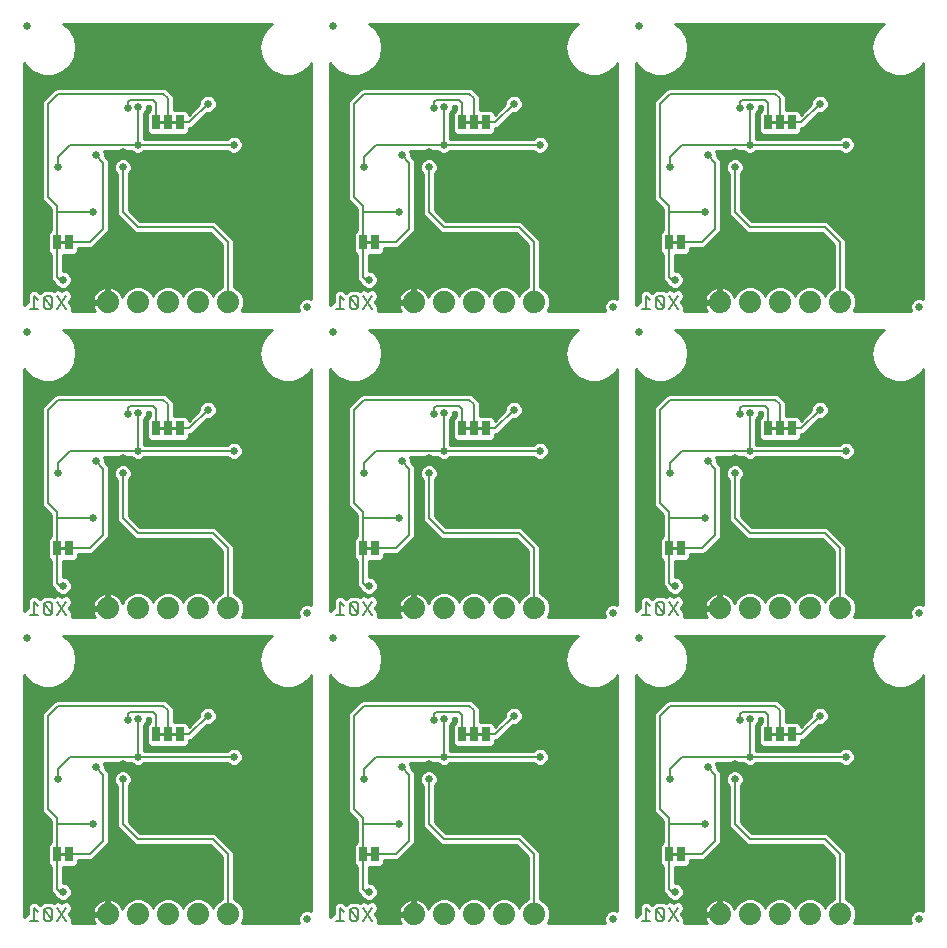
<source format=gbl>
G75*
%MOIN*%
%OFA0B0*%
%FSLAX25Y25*%
%IPPOS*%
%LPD*%
%AMOC8*
5,1,8,0,0,1.08239X$1,22.5*
%
%ADD10C,0.00800*%
%ADD11R,0.02500X0.05000*%
%ADD12C,0.01000*%
%ADD13C,0.07400*%
%ADD14C,0.02500*%
%ADD15C,0.02600*%
%ADD16C,0.00600*%
D10*
X0032746Y0031650D02*
X0035548Y0031650D01*
X0034147Y0031650D02*
X0034147Y0035854D01*
X0035548Y0034452D01*
X0037350Y0035153D02*
X0040152Y0032351D01*
X0039451Y0031650D01*
X0038050Y0031650D01*
X0037350Y0032351D01*
X0037350Y0035153D01*
X0038050Y0035854D01*
X0039451Y0035854D01*
X0040152Y0035153D01*
X0040152Y0032351D01*
X0041954Y0031650D02*
X0044756Y0035854D01*
X0041954Y0035854D02*
X0044756Y0031650D01*
X0134746Y0031650D02*
X0137548Y0031650D01*
X0136147Y0031650D02*
X0136147Y0035854D01*
X0137548Y0034452D01*
X0139350Y0035153D02*
X0142152Y0032351D01*
X0141451Y0031650D01*
X0140050Y0031650D01*
X0139350Y0032351D01*
X0139350Y0035153D01*
X0140050Y0035854D01*
X0141451Y0035854D01*
X0142152Y0035153D01*
X0142152Y0032351D01*
X0143954Y0031650D02*
X0146756Y0035854D01*
X0143954Y0035854D02*
X0146756Y0031650D01*
X0236746Y0031650D02*
X0239548Y0031650D01*
X0238147Y0031650D02*
X0238147Y0035854D01*
X0239548Y0034452D01*
X0241350Y0035153D02*
X0244152Y0032351D01*
X0243451Y0031650D01*
X0242050Y0031650D01*
X0241350Y0032351D01*
X0241350Y0035153D01*
X0242050Y0035854D01*
X0243451Y0035854D01*
X0244152Y0035153D01*
X0244152Y0032351D01*
X0245954Y0031650D02*
X0248756Y0035854D01*
X0245954Y0035854D02*
X0248756Y0031650D01*
X0248756Y0133650D02*
X0245954Y0137854D01*
X0244152Y0137153D02*
X0243451Y0137854D01*
X0242050Y0137854D01*
X0241350Y0137153D01*
X0244152Y0134351D01*
X0243451Y0133650D01*
X0242050Y0133650D01*
X0241350Y0134351D01*
X0241350Y0137153D01*
X0239548Y0136452D02*
X0238147Y0137854D01*
X0238147Y0133650D01*
X0239548Y0133650D02*
X0236746Y0133650D01*
X0244152Y0134351D02*
X0244152Y0137153D01*
X0245954Y0133650D02*
X0248756Y0137854D01*
X0146756Y0137854D02*
X0143954Y0133650D01*
X0142152Y0134351D02*
X0139350Y0137153D01*
X0139350Y0134351D01*
X0140050Y0133650D01*
X0141451Y0133650D01*
X0142152Y0134351D01*
X0142152Y0137153D01*
X0141451Y0137854D01*
X0140050Y0137854D01*
X0139350Y0137153D01*
X0137548Y0136452D02*
X0136147Y0137854D01*
X0136147Y0133650D01*
X0137548Y0133650D02*
X0134746Y0133650D01*
X0143954Y0137854D02*
X0146756Y0133650D01*
X0044756Y0133650D02*
X0041954Y0137854D01*
X0040152Y0137153D02*
X0039451Y0137854D01*
X0038050Y0137854D01*
X0037350Y0137153D01*
X0040152Y0134351D01*
X0039451Y0133650D01*
X0038050Y0133650D01*
X0037350Y0134351D01*
X0037350Y0137153D01*
X0035548Y0136452D02*
X0034147Y0137854D01*
X0034147Y0133650D01*
X0035548Y0133650D02*
X0032746Y0133650D01*
X0040152Y0134351D02*
X0040152Y0137153D01*
X0041954Y0133650D02*
X0044756Y0137854D01*
X0044756Y0235650D02*
X0041954Y0239854D01*
X0040152Y0239153D02*
X0039451Y0239854D01*
X0038050Y0239854D01*
X0037350Y0239153D01*
X0040152Y0236351D01*
X0039451Y0235650D01*
X0038050Y0235650D01*
X0037350Y0236351D01*
X0037350Y0239153D01*
X0035548Y0238452D02*
X0034147Y0239854D01*
X0034147Y0235650D01*
X0035548Y0235650D02*
X0032746Y0235650D01*
X0040152Y0236351D02*
X0040152Y0239153D01*
X0041954Y0235650D02*
X0044756Y0239854D01*
X0134746Y0235650D02*
X0137548Y0235650D01*
X0136147Y0235650D02*
X0136147Y0239854D01*
X0137548Y0238452D01*
X0139350Y0239153D02*
X0142152Y0236351D01*
X0141451Y0235650D01*
X0140050Y0235650D01*
X0139350Y0236351D01*
X0139350Y0239153D01*
X0140050Y0239854D01*
X0141451Y0239854D01*
X0142152Y0239153D01*
X0142152Y0236351D01*
X0143954Y0235650D02*
X0146756Y0239854D01*
X0143954Y0239854D02*
X0146756Y0235650D01*
X0236746Y0235650D02*
X0239548Y0235650D01*
X0238147Y0235650D02*
X0238147Y0239854D01*
X0239548Y0238452D01*
X0241350Y0239153D02*
X0244152Y0236351D01*
X0243451Y0235650D01*
X0242050Y0235650D01*
X0241350Y0236351D01*
X0241350Y0239153D01*
X0242050Y0239854D01*
X0243451Y0239854D01*
X0244152Y0239153D01*
X0244152Y0236351D01*
X0245954Y0235650D02*
X0248756Y0239854D01*
X0245954Y0239854D02*
X0248756Y0235650D01*
D11*
X0249750Y0257750D03*
X0245750Y0257750D03*
X0278750Y0297750D03*
X0282750Y0297750D03*
X0286750Y0297750D03*
X0184750Y0297750D03*
X0180750Y0297750D03*
X0176750Y0297750D03*
X0147750Y0257750D03*
X0143750Y0257750D03*
X0082750Y0297750D03*
X0078750Y0297750D03*
X0074750Y0297750D03*
X0045750Y0257750D03*
X0041750Y0257750D03*
X0074750Y0195750D03*
X0078750Y0195750D03*
X0082750Y0195750D03*
X0045750Y0155750D03*
X0041750Y0155750D03*
X0074750Y0093750D03*
X0078750Y0093750D03*
X0082750Y0093750D03*
X0045750Y0053750D03*
X0041750Y0053750D03*
X0143750Y0053750D03*
X0147750Y0053750D03*
X0176750Y0093750D03*
X0180750Y0093750D03*
X0184750Y0093750D03*
X0245750Y0053750D03*
X0249750Y0053750D03*
X0278750Y0093750D03*
X0282750Y0093750D03*
X0286750Y0093750D03*
X0249750Y0155750D03*
X0245750Y0155750D03*
X0278750Y0195750D03*
X0282750Y0195750D03*
X0286750Y0195750D03*
X0184750Y0195750D03*
X0180750Y0195750D03*
X0176750Y0195750D03*
X0147750Y0155750D03*
X0143750Y0155750D03*
D12*
X0144250Y0155750D02*
X0147250Y0155750D01*
X0150700Y0153750D02*
X0155578Y0153750D01*
X0161250Y0159422D01*
X0161250Y0183078D01*
X0159750Y0184578D01*
X0159750Y0185347D01*
X0159376Y0186250D01*
X0168507Y0186250D01*
X0169051Y0185707D01*
X0170153Y0185250D01*
X0171347Y0185250D01*
X0172449Y0185707D01*
X0172993Y0186250D01*
X0200507Y0186250D01*
X0201051Y0185707D01*
X0202153Y0185250D01*
X0203347Y0185250D01*
X0204449Y0185707D01*
X0205293Y0186551D01*
X0205750Y0187653D01*
X0205750Y0188847D01*
X0205293Y0189949D01*
X0204449Y0190793D01*
X0203347Y0191250D01*
X0202153Y0191250D01*
X0201051Y0190793D01*
X0200507Y0190250D01*
X0172993Y0190250D01*
X0172750Y0190493D01*
X0172750Y0198507D01*
X0173293Y0199051D01*
X0173750Y0200153D01*
X0173750Y0201250D01*
X0174750Y0201250D01*
X0174750Y0199904D01*
X0173800Y0198954D01*
X0173800Y0192546D01*
X0174796Y0191550D01*
X0178704Y0191550D01*
X0178750Y0191596D01*
X0178796Y0191550D01*
X0182704Y0191550D01*
X0182750Y0191596D01*
X0182796Y0191550D01*
X0186704Y0191550D01*
X0187700Y0192546D01*
X0187700Y0193750D01*
X0188771Y0193750D01*
X0193925Y0198904D01*
X0194693Y0198904D01*
X0195796Y0199360D01*
X0196640Y0200204D01*
X0197096Y0201307D01*
X0197096Y0202500D01*
X0196640Y0203603D01*
X0195796Y0204447D01*
X0194693Y0204904D01*
X0193500Y0204904D01*
X0192397Y0204447D01*
X0191553Y0203603D01*
X0191096Y0202500D01*
X0191096Y0201732D01*
X0187700Y0198335D01*
X0187700Y0198954D01*
X0186704Y0199950D01*
X0182796Y0199950D01*
X0182750Y0199904D01*
X0182750Y0199904D01*
X0182750Y0204578D01*
X0181250Y0206078D01*
X0180078Y0207250D01*
X0143422Y0207250D01*
X0139922Y0203750D01*
X0138750Y0202578D01*
X0138750Y0169922D01*
X0139922Y0168750D01*
X0141750Y0166922D01*
X0141750Y0159904D01*
X0140800Y0158954D01*
X0140800Y0152546D01*
X0141750Y0151596D01*
X0141750Y0143422D01*
X0142914Y0142258D01*
X0143207Y0141551D01*
X0144051Y0140707D01*
X0145153Y0140250D01*
X0146347Y0140250D01*
X0147449Y0140707D01*
X0148293Y0141551D01*
X0148750Y0142653D01*
X0148750Y0143847D01*
X0148293Y0144949D01*
X0147449Y0145793D01*
X0146347Y0146250D01*
X0145750Y0146250D01*
X0145750Y0151596D01*
X0145796Y0151550D01*
X0149704Y0151550D01*
X0150700Y0152546D01*
X0150700Y0153750D01*
X0150700Y0153564D02*
X0198750Y0153564D01*
X0198750Y0154562D02*
X0156391Y0154562D01*
X0157389Y0155561D02*
X0198111Y0155561D01*
X0198750Y0154922D02*
X0198750Y0140766D01*
X0197691Y0140328D01*
X0196172Y0138809D01*
X0195750Y0137790D01*
X0195328Y0138809D01*
X0193809Y0140328D01*
X0191824Y0141150D01*
X0189676Y0141150D01*
X0187691Y0140328D01*
X0186172Y0138809D01*
X0185750Y0137790D01*
X0185328Y0138809D01*
X0183809Y0140328D01*
X0181824Y0141150D01*
X0179676Y0141150D01*
X0177691Y0140328D01*
X0176172Y0138809D01*
X0175750Y0137790D01*
X0175328Y0138809D01*
X0173809Y0140328D01*
X0171824Y0141150D01*
X0169676Y0141150D01*
X0167691Y0140328D01*
X0166172Y0138809D01*
X0165641Y0137526D01*
X0165569Y0137746D01*
X0165197Y0138475D01*
X0164716Y0139138D01*
X0164138Y0139716D01*
X0163475Y0140197D01*
X0162746Y0140569D01*
X0161968Y0140822D01*
X0161250Y0140936D01*
X0161250Y0136250D01*
X0160250Y0136250D01*
X0160250Y0140936D01*
X0159532Y0140822D01*
X0158754Y0140569D01*
X0158025Y0140197D01*
X0157362Y0139716D01*
X0156784Y0139138D01*
X0156303Y0138475D01*
X0155931Y0137746D01*
X0155678Y0136968D01*
X0155564Y0136250D01*
X0160250Y0136250D01*
X0160250Y0135250D01*
X0155564Y0135250D01*
X0155678Y0134532D01*
X0155931Y0133754D01*
X0156303Y0133025D01*
X0156429Y0132850D01*
X0148737Y0132850D01*
X0148986Y0134091D01*
X0147879Y0135752D01*
X0148986Y0137412D01*
X0148645Y0139118D01*
X0147197Y0140083D01*
X0145491Y0139742D01*
X0145355Y0139538D01*
X0145218Y0139742D01*
X0143512Y0140083D01*
X0142720Y0139555D01*
X0142321Y0139954D01*
X0140920Y0139954D01*
X0140742Y0139954D01*
X0140582Y0139954D01*
X0140582Y0139954D01*
X0139180Y0139954D01*
X0139180Y0139954D01*
X0139166Y0139940D01*
X0138099Y0138872D01*
X0137881Y0139089D01*
X0137017Y0139954D01*
X0135277Y0139954D01*
X0134653Y0139330D01*
X0134047Y0138723D01*
X0134047Y0135750D01*
X0133876Y0135750D01*
X0132850Y0134724D01*
X0132850Y0215633D01*
X0133438Y0214615D01*
X0135977Y0212484D01*
X0135977Y0212484D01*
X0139093Y0211350D01*
X0142407Y0211350D01*
X0145522Y0212484D01*
X0145523Y0212484D01*
X0148062Y0214615D01*
X0149719Y0217485D01*
X0149719Y0217485D01*
X0150295Y0220750D01*
X0149719Y0224015D01*
X0148062Y0226885D01*
X0148062Y0226885D01*
X0145959Y0228650D01*
X0215541Y0228650D01*
X0213438Y0226885D01*
X0211781Y0224015D01*
X0211205Y0220750D01*
X0211205Y0220750D01*
X0211781Y0217485D01*
X0213438Y0214615D01*
X0213438Y0214615D01*
X0215977Y0212484D01*
X0215977Y0212484D01*
X0219093Y0211350D01*
X0222407Y0211350D01*
X0225522Y0212484D01*
X0225523Y0212484D01*
X0228062Y0214615D01*
X0228650Y0215633D01*
X0228650Y0136863D01*
X0227837Y0137200D01*
X0226663Y0137200D01*
X0225579Y0136751D01*
X0224749Y0135921D01*
X0224300Y0134837D01*
X0224300Y0133663D01*
X0224637Y0132850D01*
X0205394Y0132850D01*
X0206150Y0134676D01*
X0206150Y0136824D01*
X0205328Y0138809D01*
X0203809Y0140328D01*
X0202750Y0140766D01*
X0202750Y0156578D01*
X0196578Y0162750D01*
X0171578Y0162750D01*
X0167750Y0166578D01*
X0167750Y0178507D01*
X0168293Y0179051D01*
X0168750Y0180153D01*
X0168750Y0181347D01*
X0168293Y0182449D01*
X0167449Y0183293D01*
X0166347Y0183750D01*
X0165153Y0183750D01*
X0164051Y0183293D01*
X0163207Y0182449D01*
X0162750Y0181347D01*
X0162750Y0180153D01*
X0163207Y0179051D01*
X0163750Y0178507D01*
X0163750Y0164922D01*
X0164922Y0163750D01*
X0169922Y0158750D01*
X0194922Y0158750D01*
X0198750Y0154922D01*
X0197112Y0156559D02*
X0158388Y0156559D01*
X0159386Y0157558D02*
X0196114Y0157558D01*
X0195115Y0158556D02*
X0160385Y0158556D01*
X0161250Y0159555D02*
X0169117Y0159555D01*
X0168118Y0160553D02*
X0161250Y0160553D01*
X0161250Y0161552D02*
X0167120Y0161552D01*
X0166121Y0162551D02*
X0161250Y0162551D01*
X0161250Y0163549D02*
X0165123Y0163549D01*
X0164124Y0164548D02*
X0161250Y0164548D01*
X0161250Y0165546D02*
X0163750Y0165546D01*
X0163750Y0166545D02*
X0161250Y0166545D01*
X0161250Y0167543D02*
X0163750Y0167543D01*
X0163750Y0168542D02*
X0161250Y0168542D01*
X0161250Y0169540D02*
X0163750Y0169540D01*
X0163750Y0170539D02*
X0161250Y0170539D01*
X0161250Y0171537D02*
X0163750Y0171537D01*
X0163750Y0172536D02*
X0161250Y0172536D01*
X0161250Y0173534D02*
X0163750Y0173534D01*
X0163750Y0174533D02*
X0161250Y0174533D01*
X0161250Y0175531D02*
X0163750Y0175531D01*
X0163750Y0176530D02*
X0161250Y0176530D01*
X0161250Y0177528D02*
X0163750Y0177528D01*
X0163731Y0178527D02*
X0161250Y0178527D01*
X0161250Y0179525D02*
X0163010Y0179525D01*
X0162750Y0180524D02*
X0161250Y0180524D01*
X0161250Y0181522D02*
X0162823Y0181522D01*
X0163278Y0182521D02*
X0161250Y0182521D01*
X0160809Y0183519D02*
X0164596Y0183519D01*
X0166904Y0183519D02*
X0228650Y0183519D01*
X0228650Y0182521D02*
X0168222Y0182521D01*
X0168677Y0181522D02*
X0228650Y0181522D01*
X0228650Y0180524D02*
X0168750Y0180524D01*
X0168490Y0179525D02*
X0228650Y0179525D01*
X0228650Y0178527D02*
X0167769Y0178527D01*
X0167750Y0177528D02*
X0228650Y0177528D01*
X0228650Y0176530D02*
X0167750Y0176530D01*
X0167750Y0175531D02*
X0228650Y0175531D01*
X0228650Y0174533D02*
X0167750Y0174533D01*
X0167750Y0173534D02*
X0228650Y0173534D01*
X0228650Y0172536D02*
X0167750Y0172536D01*
X0167750Y0171537D02*
X0228650Y0171537D01*
X0228650Y0170539D02*
X0167750Y0170539D01*
X0167750Y0169540D02*
X0228650Y0169540D01*
X0228650Y0168542D02*
X0167750Y0168542D01*
X0167750Y0167543D02*
X0228650Y0167543D01*
X0228650Y0166545D02*
X0167784Y0166545D01*
X0168782Y0165546D02*
X0228650Y0165546D01*
X0228650Y0164548D02*
X0169781Y0164548D01*
X0170779Y0163549D02*
X0228650Y0163549D01*
X0228650Y0162551D02*
X0196778Y0162551D01*
X0197776Y0161552D02*
X0228650Y0161552D01*
X0228650Y0160553D02*
X0198775Y0160553D01*
X0199773Y0159555D02*
X0228650Y0159555D01*
X0228650Y0158556D02*
X0200772Y0158556D01*
X0201770Y0157558D02*
X0228650Y0157558D01*
X0228650Y0156559D02*
X0202750Y0156559D01*
X0202750Y0155561D02*
X0228650Y0155561D01*
X0228650Y0154562D02*
X0202750Y0154562D01*
X0202750Y0153564D02*
X0228650Y0153564D01*
X0228650Y0152565D02*
X0202750Y0152565D01*
X0202750Y0151567D02*
X0228650Y0151567D01*
X0228650Y0150568D02*
X0202750Y0150568D01*
X0202750Y0149570D02*
X0228650Y0149570D01*
X0228650Y0148571D02*
X0202750Y0148571D01*
X0202750Y0147573D02*
X0228650Y0147573D01*
X0228650Y0146574D02*
X0202750Y0146574D01*
X0202750Y0145576D02*
X0228650Y0145576D01*
X0228650Y0144577D02*
X0202750Y0144577D01*
X0202750Y0143579D02*
X0228650Y0143579D01*
X0228650Y0142580D02*
X0202750Y0142580D01*
X0202750Y0141582D02*
X0228650Y0141582D01*
X0228650Y0140583D02*
X0203192Y0140583D01*
X0204552Y0139585D02*
X0228650Y0139585D01*
X0228650Y0138586D02*
X0205420Y0138586D01*
X0205834Y0137588D02*
X0228650Y0137588D01*
X0225417Y0136589D02*
X0206150Y0136589D01*
X0206150Y0135591D02*
X0224612Y0135591D01*
X0224300Y0134592D02*
X0206115Y0134592D01*
X0205702Y0133594D02*
X0224329Y0133594D01*
X0215541Y0126650D02*
X0213438Y0124885D01*
X0211781Y0122015D01*
X0211205Y0118750D01*
X0211781Y0115485D01*
X0213438Y0112615D01*
X0215977Y0110484D01*
X0215977Y0110484D01*
X0219093Y0109350D01*
X0222407Y0109350D01*
X0225522Y0110484D01*
X0225523Y0110484D01*
X0228062Y0112615D01*
X0228650Y0113633D01*
X0228650Y0034863D01*
X0227837Y0035200D01*
X0226663Y0035200D01*
X0225579Y0034751D01*
X0224749Y0033921D01*
X0224300Y0032837D01*
X0224300Y0031663D01*
X0224637Y0030850D01*
X0205394Y0030850D01*
X0206150Y0032676D01*
X0206150Y0034824D01*
X0205328Y0036809D01*
X0203809Y0038328D01*
X0202750Y0038766D01*
X0202750Y0054578D01*
X0196578Y0060750D01*
X0171578Y0060750D01*
X0167750Y0064578D01*
X0167750Y0076507D01*
X0168293Y0077051D01*
X0168750Y0078153D01*
X0168750Y0079347D01*
X0168293Y0080449D01*
X0167449Y0081293D01*
X0166347Y0081750D01*
X0165153Y0081750D01*
X0164051Y0081293D01*
X0163207Y0080449D01*
X0162750Y0079347D01*
X0162750Y0078153D01*
X0163207Y0077051D01*
X0163750Y0076507D01*
X0163750Y0062922D01*
X0164922Y0061750D01*
X0169922Y0056750D01*
X0194922Y0056750D01*
X0198750Y0052922D01*
X0198750Y0038766D01*
X0197691Y0038328D01*
X0196172Y0036809D01*
X0195750Y0035790D01*
X0195328Y0036809D01*
X0193809Y0038328D01*
X0191824Y0039150D01*
X0189676Y0039150D01*
X0187691Y0038328D01*
X0186172Y0036809D01*
X0185750Y0035790D01*
X0185328Y0036809D01*
X0183809Y0038328D01*
X0181824Y0039150D01*
X0179676Y0039150D01*
X0177691Y0038328D01*
X0176172Y0036809D01*
X0175750Y0035790D01*
X0175328Y0036809D01*
X0173809Y0038328D01*
X0171824Y0039150D01*
X0169676Y0039150D01*
X0167691Y0038328D01*
X0166172Y0036809D01*
X0165641Y0035526D01*
X0165569Y0035746D01*
X0165197Y0036475D01*
X0164716Y0037138D01*
X0164138Y0037716D01*
X0163475Y0038197D01*
X0162746Y0038569D01*
X0161968Y0038822D01*
X0161250Y0038936D01*
X0161250Y0034250D01*
X0160250Y0034250D01*
X0160250Y0038936D01*
X0159532Y0038822D01*
X0158754Y0038569D01*
X0158025Y0038197D01*
X0157362Y0037716D01*
X0156784Y0037138D01*
X0156303Y0036475D01*
X0155931Y0035746D01*
X0155678Y0034968D01*
X0155564Y0034250D01*
X0160250Y0034250D01*
X0160250Y0033250D01*
X0155564Y0033250D01*
X0155678Y0032532D01*
X0155931Y0031754D01*
X0156303Y0031025D01*
X0156429Y0030850D01*
X0148737Y0030850D01*
X0148986Y0032091D01*
X0147879Y0033752D01*
X0148986Y0035412D01*
X0148645Y0037118D01*
X0147197Y0038083D01*
X0145491Y0037742D01*
X0145355Y0037538D01*
X0145218Y0037742D01*
X0143512Y0038083D01*
X0142720Y0037555D01*
X0142321Y0037954D01*
X0140920Y0037954D01*
X0140582Y0037954D01*
X0140582Y0037954D01*
X0139180Y0037954D01*
X0139180Y0037954D01*
X0139166Y0037940D01*
X0138099Y0036872D01*
X0137881Y0037089D01*
X0137017Y0037954D01*
X0135277Y0037954D01*
X0134653Y0037330D01*
X0134047Y0036723D01*
X0134047Y0033750D01*
X0133876Y0033750D01*
X0132850Y0032724D01*
X0132850Y0113633D01*
X0133438Y0112615D01*
X0133438Y0112615D01*
X0135977Y0110484D01*
X0135977Y0110484D01*
X0139093Y0109350D01*
X0142407Y0109350D01*
X0145522Y0110484D01*
X0145523Y0110484D01*
X0148062Y0112615D01*
X0149719Y0115485D01*
X0149719Y0115485D01*
X0150295Y0118750D01*
X0149719Y0122015D01*
X0148062Y0124885D01*
X0145959Y0126650D01*
X0215541Y0126650D01*
X0215486Y0126604D02*
X0146014Y0126604D01*
X0147204Y0125606D02*
X0214296Y0125606D01*
X0213438Y0124885D02*
X0213438Y0124885D01*
X0213438Y0124885D01*
X0213277Y0124607D02*
X0148223Y0124607D01*
X0148799Y0123609D02*
X0212701Y0123609D01*
X0212124Y0122610D02*
X0149376Y0122610D01*
X0149719Y0122015D02*
X0149719Y0122015D01*
X0149790Y0121612D02*
X0211710Y0121612D01*
X0211781Y0122015D02*
X0211781Y0122015D01*
X0211534Y0120613D02*
X0149966Y0120613D01*
X0150143Y0119615D02*
X0211357Y0119615D01*
X0211205Y0118750D02*
X0211205Y0118750D01*
X0211229Y0118616D02*
X0150271Y0118616D01*
X0150295Y0118750D02*
X0150295Y0118750D01*
X0150095Y0117618D02*
X0211405Y0117618D01*
X0211581Y0116619D02*
X0149919Y0116619D01*
X0149743Y0115620D02*
X0211757Y0115620D01*
X0212279Y0114622D02*
X0149221Y0114622D01*
X0148644Y0113623D02*
X0212856Y0113623D01*
X0213432Y0112625D02*
X0148068Y0112625D01*
X0148062Y0112615D02*
X0148062Y0112615D01*
X0148062Y0112615D01*
X0146884Y0111626D02*
X0214616Y0111626D01*
X0215806Y0110628D02*
X0145694Y0110628D01*
X0143175Y0109629D02*
X0218325Y0109629D01*
X0223175Y0109629D02*
X0228650Y0109629D01*
X0228650Y0108631D02*
X0132850Y0108631D01*
X0132850Y0109629D02*
X0138325Y0109629D01*
X0135806Y0110628D02*
X0132850Y0110628D01*
X0132850Y0111626D02*
X0134616Y0111626D01*
X0133432Y0112625D02*
X0132850Y0112625D01*
X0132850Y0113623D02*
X0132856Y0113623D01*
X0132850Y0107632D02*
X0228650Y0107632D01*
X0228650Y0106634D02*
X0132850Y0106634D01*
X0132850Y0105635D02*
X0228650Y0105635D01*
X0228650Y0104637D02*
X0180692Y0104637D01*
X0181250Y0104078D02*
X0180078Y0105250D01*
X0143422Y0105250D01*
X0139922Y0101750D01*
X0138750Y0100578D01*
X0138750Y0067922D01*
X0139922Y0066750D01*
X0141750Y0064922D01*
X0141750Y0057904D01*
X0140800Y0056954D01*
X0140800Y0050546D01*
X0141750Y0049596D01*
X0141750Y0041422D01*
X0142914Y0040258D01*
X0143207Y0039551D01*
X0144051Y0038707D01*
X0145153Y0038250D01*
X0146347Y0038250D01*
X0147449Y0038707D01*
X0148293Y0039551D01*
X0148750Y0040653D01*
X0148750Y0041847D01*
X0148293Y0042949D01*
X0147449Y0043793D01*
X0146347Y0044250D01*
X0145750Y0044250D01*
X0145750Y0049596D01*
X0145796Y0049550D01*
X0149704Y0049550D01*
X0150700Y0050546D01*
X0150700Y0051750D01*
X0155578Y0051750D01*
X0161250Y0057422D01*
X0161250Y0081078D01*
X0159750Y0082578D01*
X0159750Y0083347D01*
X0159376Y0084250D01*
X0168507Y0084250D01*
X0169051Y0083707D01*
X0170153Y0083250D01*
X0171347Y0083250D01*
X0172449Y0083707D01*
X0172993Y0084250D01*
X0200507Y0084250D01*
X0201051Y0083707D01*
X0202153Y0083250D01*
X0203347Y0083250D01*
X0204449Y0083707D01*
X0205293Y0084551D01*
X0205750Y0085653D01*
X0205750Y0086847D01*
X0205293Y0087949D01*
X0204449Y0088793D01*
X0203347Y0089250D01*
X0202153Y0089250D01*
X0201051Y0088793D01*
X0200507Y0088250D01*
X0172993Y0088250D01*
X0172750Y0088493D01*
X0172750Y0096507D01*
X0173293Y0097051D01*
X0173750Y0098153D01*
X0173750Y0099250D01*
X0174750Y0099250D01*
X0174750Y0097904D01*
X0173800Y0096954D01*
X0173800Y0090546D01*
X0174796Y0089550D01*
X0178704Y0089550D01*
X0178750Y0089596D01*
X0178796Y0089550D01*
X0182704Y0089550D01*
X0182750Y0089596D01*
X0182796Y0089550D01*
X0186704Y0089550D01*
X0187700Y0090546D01*
X0187700Y0091750D01*
X0188771Y0091750D01*
X0193925Y0096904D01*
X0194693Y0096904D01*
X0195796Y0097360D01*
X0196640Y0098204D01*
X0197096Y0099307D01*
X0197096Y0100500D01*
X0196640Y0101603D01*
X0195796Y0102447D01*
X0194693Y0102904D01*
X0193500Y0102904D01*
X0192397Y0102447D01*
X0191553Y0101603D01*
X0191096Y0100500D01*
X0191096Y0099732D01*
X0187700Y0096335D01*
X0187700Y0096954D01*
X0186704Y0097950D01*
X0182796Y0097950D01*
X0182750Y0097904D01*
X0182750Y0102578D01*
X0181250Y0104078D01*
X0181690Y0103638D02*
X0228650Y0103638D01*
X0228650Y0102640D02*
X0195330Y0102640D01*
X0196601Y0101641D02*
X0228650Y0101641D01*
X0228650Y0100643D02*
X0197037Y0100643D01*
X0197096Y0099644D02*
X0228650Y0099644D01*
X0228650Y0098646D02*
X0196823Y0098646D01*
X0196083Y0097647D02*
X0228650Y0097647D01*
X0228650Y0096649D02*
X0193670Y0096649D01*
X0192672Y0095650D02*
X0228650Y0095650D01*
X0228650Y0094652D02*
X0191673Y0094652D01*
X0190675Y0093653D02*
X0228650Y0093653D01*
X0228650Y0092655D02*
X0189676Y0092655D01*
X0187700Y0091656D02*
X0228650Y0091656D01*
X0228650Y0090658D02*
X0187700Y0090658D01*
X0186813Y0089659D02*
X0228650Y0089659D01*
X0228650Y0088661D02*
X0204582Y0088661D01*
X0205412Y0087662D02*
X0228650Y0087662D01*
X0228650Y0086664D02*
X0205750Y0086664D01*
X0205750Y0085665D02*
X0228650Y0085665D01*
X0228650Y0084667D02*
X0205341Y0084667D01*
X0204356Y0083668D02*
X0228650Y0083668D01*
X0228650Y0082670D02*
X0159750Y0082670D01*
X0159617Y0083668D02*
X0169144Y0083668D01*
X0168070Y0080673D02*
X0228650Y0080673D01*
X0228650Y0081671D02*
X0166537Y0081671D01*
X0164963Y0081671D02*
X0160657Y0081671D01*
X0161250Y0080673D02*
X0163430Y0080673D01*
X0162886Y0079674D02*
X0161250Y0079674D01*
X0161250Y0078676D02*
X0162750Y0078676D01*
X0162947Y0077677D02*
X0161250Y0077677D01*
X0161250Y0076679D02*
X0163579Y0076679D01*
X0163750Y0075680D02*
X0161250Y0075680D01*
X0161250Y0074682D02*
X0163750Y0074682D01*
X0163750Y0073683D02*
X0161250Y0073683D01*
X0161250Y0072684D02*
X0163750Y0072684D01*
X0163750Y0071686D02*
X0161250Y0071686D01*
X0161250Y0070687D02*
X0163750Y0070687D01*
X0163750Y0069689D02*
X0161250Y0069689D01*
X0161250Y0068690D02*
X0163750Y0068690D01*
X0163750Y0067692D02*
X0161250Y0067692D01*
X0161250Y0066693D02*
X0163750Y0066693D01*
X0163750Y0065695D02*
X0161250Y0065695D01*
X0161250Y0064696D02*
X0163750Y0064696D01*
X0163750Y0063698D02*
X0161250Y0063698D01*
X0161250Y0062699D02*
X0163972Y0062699D01*
X0164922Y0061750D02*
X0164922Y0061750D01*
X0164971Y0061701D02*
X0161250Y0061701D01*
X0161250Y0060702D02*
X0165969Y0060702D01*
X0166968Y0059704D02*
X0161250Y0059704D01*
X0161250Y0058705D02*
X0167966Y0058705D01*
X0168965Y0057707D02*
X0161250Y0057707D01*
X0160537Y0056708D02*
X0194963Y0056708D01*
X0195962Y0055710D02*
X0159538Y0055710D01*
X0158540Y0054711D02*
X0196960Y0054711D01*
X0197959Y0053713D02*
X0157541Y0053713D01*
X0156543Y0052714D02*
X0198750Y0052714D01*
X0198750Y0051716D02*
X0150700Y0051716D01*
X0150700Y0050717D02*
X0198750Y0050717D01*
X0198750Y0049719D02*
X0149873Y0049719D01*
X0145750Y0049596D02*
X0145750Y0049596D01*
X0145750Y0048720D02*
X0198750Y0048720D01*
X0198750Y0047722D02*
X0145750Y0047722D01*
X0145750Y0046723D02*
X0198750Y0046723D01*
X0198750Y0045725D02*
X0145750Y0045725D01*
X0145750Y0044726D02*
X0198750Y0044726D01*
X0198750Y0043728D02*
X0147515Y0043728D01*
X0148384Y0042729D02*
X0198750Y0042729D01*
X0198750Y0041731D02*
X0148750Y0041731D01*
X0148750Y0040732D02*
X0198750Y0040732D01*
X0198750Y0039734D02*
X0148369Y0039734D01*
X0147478Y0038735D02*
X0159265Y0038735D01*
X0160250Y0038735D02*
X0161250Y0038735D01*
X0162235Y0038735D02*
X0168674Y0038735D01*
X0167100Y0037737D02*
X0164110Y0037737D01*
X0165007Y0036738D02*
X0166143Y0036738D01*
X0165729Y0035740D02*
X0165571Y0035740D01*
X0161250Y0035740D02*
X0160250Y0035740D01*
X0160250Y0036738D02*
X0161250Y0036738D01*
X0161250Y0037737D02*
X0160250Y0037737D01*
X0157390Y0037737D02*
X0147717Y0037737D01*
X0148721Y0036738D02*
X0156493Y0036738D01*
X0155929Y0035740D02*
X0148920Y0035740D01*
X0148538Y0034741D02*
X0155642Y0034741D01*
X0155645Y0032744D02*
X0148550Y0032744D01*
X0148917Y0031746D02*
X0155935Y0031746D01*
X0160250Y0033743D02*
X0147885Y0033743D01*
X0145487Y0037737D02*
X0145222Y0037737D01*
X0144022Y0038735D02*
X0132850Y0038735D01*
X0132850Y0037737D02*
X0135060Y0037737D01*
X0134062Y0036738D02*
X0132850Y0036738D01*
X0132850Y0035740D02*
X0134047Y0035740D01*
X0134047Y0034741D02*
X0132850Y0034741D01*
X0132850Y0033743D02*
X0133868Y0033743D01*
X0132870Y0032744D02*
X0132850Y0032744D01*
X0137234Y0037737D02*
X0138963Y0037737D01*
X0140920Y0037954D02*
X0140920Y0037954D01*
X0142538Y0037737D02*
X0142992Y0037737D01*
X0143131Y0039734D02*
X0132850Y0039734D01*
X0132850Y0040732D02*
X0142439Y0040732D01*
X0141750Y0041731D02*
X0132850Y0041731D01*
X0132850Y0042729D02*
X0141750Y0042729D01*
X0141750Y0043728D02*
X0132850Y0043728D01*
X0132850Y0044726D02*
X0141750Y0044726D01*
X0141750Y0045725D02*
X0132850Y0045725D01*
X0132850Y0046723D02*
X0141750Y0046723D01*
X0141750Y0047722D02*
X0132850Y0047722D01*
X0132850Y0048720D02*
X0141750Y0048720D01*
X0141627Y0049719D02*
X0132850Y0049719D01*
X0132850Y0050717D02*
X0140800Y0050717D01*
X0140800Y0051716D02*
X0132850Y0051716D01*
X0132850Y0052714D02*
X0140800Y0052714D01*
X0140800Y0053713D02*
X0132850Y0053713D01*
X0132850Y0054711D02*
X0140800Y0054711D01*
X0140800Y0055710D02*
X0132850Y0055710D01*
X0132850Y0056708D02*
X0140800Y0056708D01*
X0141553Y0057707D02*
X0132850Y0057707D01*
X0132850Y0058705D02*
X0141750Y0058705D01*
X0141750Y0059704D02*
X0132850Y0059704D01*
X0132850Y0060702D02*
X0141750Y0060702D01*
X0141750Y0061701D02*
X0132850Y0061701D01*
X0132850Y0062699D02*
X0141750Y0062699D01*
X0141750Y0063698D02*
X0132850Y0063698D01*
X0132850Y0064696D02*
X0141750Y0064696D01*
X0140977Y0065695D02*
X0132850Y0065695D01*
X0132850Y0066693D02*
X0139978Y0066693D01*
X0139922Y0066750D02*
X0139922Y0066750D01*
X0138980Y0067692D02*
X0132850Y0067692D01*
X0132850Y0068690D02*
X0138750Y0068690D01*
X0138750Y0069689D02*
X0132850Y0069689D01*
X0132850Y0070687D02*
X0138750Y0070687D01*
X0138750Y0071686D02*
X0132850Y0071686D01*
X0132850Y0072684D02*
X0138750Y0072684D01*
X0138750Y0073683D02*
X0132850Y0073683D01*
X0132850Y0074682D02*
X0138750Y0074682D01*
X0138750Y0075680D02*
X0132850Y0075680D01*
X0132850Y0076679D02*
X0138750Y0076679D01*
X0138750Y0077677D02*
X0132850Y0077677D01*
X0132850Y0078676D02*
X0138750Y0078676D01*
X0138750Y0079674D02*
X0132850Y0079674D01*
X0132850Y0080673D02*
X0138750Y0080673D01*
X0138750Y0081671D02*
X0132850Y0081671D01*
X0132850Y0082670D02*
X0138750Y0082670D01*
X0138750Y0083668D02*
X0132850Y0083668D01*
X0132850Y0084667D02*
X0138750Y0084667D01*
X0138750Y0085665D02*
X0132850Y0085665D01*
X0132850Y0086664D02*
X0138750Y0086664D01*
X0138750Y0087662D02*
X0132850Y0087662D01*
X0132850Y0088661D02*
X0138750Y0088661D01*
X0138750Y0089659D02*
X0132850Y0089659D01*
X0132850Y0090658D02*
X0138750Y0090658D01*
X0138750Y0091656D02*
X0132850Y0091656D01*
X0132850Y0092655D02*
X0138750Y0092655D01*
X0138750Y0093653D02*
X0132850Y0093653D01*
X0132850Y0094652D02*
X0138750Y0094652D01*
X0138750Y0095650D02*
X0132850Y0095650D01*
X0132850Y0096649D02*
X0138750Y0096649D01*
X0138750Y0097647D02*
X0132850Y0097647D01*
X0132850Y0098646D02*
X0138750Y0098646D01*
X0138750Y0099644D02*
X0132850Y0099644D01*
X0132850Y0100643D02*
X0138814Y0100643D01*
X0139813Y0101641D02*
X0132850Y0101641D01*
X0132850Y0102640D02*
X0140811Y0102640D01*
X0141810Y0103638D02*
X0132850Y0103638D01*
X0132850Y0104637D02*
X0142808Y0104637D01*
X0126650Y0104637D02*
X0078692Y0104637D01*
X0079250Y0104078D02*
X0078078Y0105250D01*
X0041422Y0105250D01*
X0037922Y0101750D01*
X0036750Y0100578D01*
X0036750Y0067922D01*
X0037922Y0066750D01*
X0039750Y0064922D01*
X0039750Y0057904D01*
X0038800Y0056954D01*
X0038800Y0050546D01*
X0039750Y0049596D01*
X0039750Y0041422D01*
X0040914Y0040258D01*
X0041207Y0039551D01*
X0042051Y0038707D01*
X0043153Y0038250D01*
X0044347Y0038250D01*
X0045449Y0038707D01*
X0046293Y0039551D01*
X0046750Y0040653D01*
X0046750Y0041847D01*
X0046293Y0042949D01*
X0045449Y0043793D01*
X0044347Y0044250D01*
X0043750Y0044250D01*
X0043750Y0049596D01*
X0043796Y0049550D01*
X0047704Y0049550D01*
X0048700Y0050546D01*
X0048700Y0051750D01*
X0053578Y0051750D01*
X0059250Y0057422D01*
X0059250Y0081078D01*
X0057750Y0082578D01*
X0057750Y0083347D01*
X0057376Y0084250D01*
X0066507Y0084250D01*
X0067051Y0083707D01*
X0068153Y0083250D01*
X0069347Y0083250D01*
X0070449Y0083707D01*
X0070993Y0084250D01*
X0098507Y0084250D01*
X0099051Y0083707D01*
X0100153Y0083250D01*
X0101347Y0083250D01*
X0102449Y0083707D01*
X0103293Y0084551D01*
X0103750Y0085653D01*
X0103750Y0086847D01*
X0103293Y0087949D01*
X0102449Y0088793D01*
X0101347Y0089250D01*
X0100153Y0089250D01*
X0099051Y0088793D01*
X0098507Y0088250D01*
X0070993Y0088250D01*
X0070750Y0088493D01*
X0070750Y0096507D01*
X0071293Y0097051D01*
X0071750Y0098153D01*
X0071750Y0099250D01*
X0072750Y0099250D01*
X0072750Y0097904D01*
X0071800Y0096954D01*
X0071800Y0090546D01*
X0072796Y0089550D01*
X0076704Y0089550D01*
X0076750Y0089596D01*
X0076796Y0089550D01*
X0080704Y0089550D01*
X0080750Y0089596D01*
X0080796Y0089550D01*
X0084704Y0089550D01*
X0085700Y0090546D01*
X0085700Y0091750D01*
X0086771Y0091750D01*
X0091925Y0096904D01*
X0092693Y0096904D01*
X0093796Y0097360D01*
X0094640Y0098204D01*
X0095096Y0099307D01*
X0095096Y0100500D01*
X0094640Y0101603D01*
X0093796Y0102447D01*
X0092693Y0102904D01*
X0091500Y0102904D01*
X0090397Y0102447D01*
X0089553Y0101603D01*
X0089096Y0100500D01*
X0089096Y0099732D01*
X0085700Y0096335D01*
X0085700Y0096954D01*
X0084704Y0097950D01*
X0080796Y0097950D01*
X0080750Y0097904D01*
X0080750Y0097904D01*
X0080750Y0102578D01*
X0079250Y0104078D01*
X0079690Y0103638D02*
X0126650Y0103638D01*
X0126650Y0102640D02*
X0093330Y0102640D01*
X0094601Y0101641D02*
X0126650Y0101641D01*
X0126650Y0100643D02*
X0095037Y0100643D01*
X0095096Y0099644D02*
X0126650Y0099644D01*
X0126650Y0098646D02*
X0094823Y0098646D01*
X0094083Y0097647D02*
X0126650Y0097647D01*
X0126650Y0096649D02*
X0091670Y0096649D01*
X0090672Y0095650D02*
X0126650Y0095650D01*
X0126650Y0094652D02*
X0089673Y0094652D01*
X0088675Y0093653D02*
X0126650Y0093653D01*
X0126650Y0092655D02*
X0087676Y0092655D01*
X0085700Y0091656D02*
X0126650Y0091656D01*
X0126650Y0090658D02*
X0085700Y0090658D01*
X0084813Y0089659D02*
X0126650Y0089659D01*
X0126650Y0088661D02*
X0102582Y0088661D01*
X0103412Y0087662D02*
X0126650Y0087662D01*
X0126650Y0086664D02*
X0103750Y0086664D01*
X0103750Y0085665D02*
X0126650Y0085665D01*
X0126650Y0084667D02*
X0103341Y0084667D01*
X0102356Y0083668D02*
X0126650Y0083668D01*
X0126650Y0082670D02*
X0057750Y0082670D01*
X0057617Y0083668D02*
X0067144Y0083668D01*
X0065449Y0081293D02*
X0066293Y0080449D01*
X0066750Y0079347D01*
X0066750Y0078153D01*
X0066293Y0077051D01*
X0065750Y0076507D01*
X0065750Y0064578D01*
X0069578Y0060750D01*
X0094578Y0060750D01*
X0100750Y0054578D01*
X0100750Y0038766D01*
X0101809Y0038328D01*
X0103328Y0036809D01*
X0104150Y0034824D01*
X0104150Y0032676D01*
X0103394Y0030850D01*
X0122637Y0030850D01*
X0122300Y0031663D01*
X0122300Y0032837D01*
X0122749Y0033921D01*
X0123579Y0034751D01*
X0124663Y0035200D01*
X0125837Y0035200D01*
X0126650Y0034863D01*
X0126650Y0113633D01*
X0126062Y0112615D01*
X0126062Y0112615D01*
X0126062Y0112615D01*
X0123523Y0110484D01*
X0123522Y0110484D01*
X0120407Y0109350D01*
X0117093Y0109350D01*
X0113977Y0110484D01*
X0113977Y0110484D01*
X0111438Y0112615D01*
X0111438Y0112615D01*
X0109781Y0115485D01*
X0109781Y0115485D01*
X0109205Y0118750D01*
X0109205Y0118750D01*
X0109781Y0122015D01*
X0109781Y0122015D01*
X0111438Y0124885D01*
X0111438Y0124885D01*
X0113541Y0126650D01*
X0043959Y0126650D01*
X0046062Y0124885D01*
X0046062Y0124885D01*
X0047719Y0122015D01*
X0047719Y0122015D01*
X0048295Y0118750D01*
X0048295Y0118750D01*
X0047719Y0115485D01*
X0046062Y0112615D01*
X0046062Y0112615D01*
X0043523Y0110484D01*
X0043523Y0110484D01*
X0040407Y0109350D01*
X0037093Y0109350D01*
X0033977Y0110484D01*
X0033977Y0110484D01*
X0031438Y0112615D01*
X0031438Y0112615D01*
X0030850Y0113633D01*
X0030850Y0032724D01*
X0031876Y0033750D01*
X0032047Y0033750D01*
X0032047Y0036723D01*
X0032653Y0037330D01*
X0033277Y0037954D01*
X0035017Y0037954D01*
X0035881Y0037089D01*
X0036099Y0036872D01*
X0037166Y0037940D01*
X0037180Y0037954D01*
X0037180Y0037954D01*
X0038582Y0037954D01*
X0038582Y0037954D01*
X0038742Y0037954D01*
X0038920Y0037954D01*
X0038920Y0037954D01*
X0040321Y0037954D01*
X0040720Y0037555D01*
X0041512Y0038083D01*
X0043218Y0037742D01*
X0043355Y0037538D01*
X0043491Y0037742D01*
X0045197Y0038083D01*
X0046645Y0037118D01*
X0046986Y0035412D01*
X0045879Y0033752D01*
X0046986Y0032091D01*
X0046737Y0030850D01*
X0054429Y0030850D01*
X0054303Y0031025D01*
X0053931Y0031754D01*
X0053678Y0032532D01*
X0053564Y0033250D01*
X0058250Y0033250D01*
X0058250Y0034250D01*
X0058250Y0038936D01*
X0057532Y0038822D01*
X0056754Y0038569D01*
X0056025Y0038197D01*
X0055362Y0037716D01*
X0054784Y0037138D01*
X0054303Y0036475D01*
X0053931Y0035746D01*
X0053678Y0034968D01*
X0053564Y0034250D01*
X0058250Y0034250D01*
X0059250Y0034250D01*
X0059250Y0038936D01*
X0059968Y0038822D01*
X0060746Y0038569D01*
X0061475Y0038197D01*
X0062138Y0037716D01*
X0062716Y0037138D01*
X0063197Y0036475D01*
X0063569Y0035746D01*
X0063641Y0035526D01*
X0064172Y0036809D01*
X0065691Y0038328D01*
X0067676Y0039150D01*
X0069824Y0039150D01*
X0071809Y0038328D01*
X0073328Y0036809D01*
X0073750Y0035790D01*
X0074172Y0036809D01*
X0075691Y0038328D01*
X0077676Y0039150D01*
X0079824Y0039150D01*
X0081809Y0038328D01*
X0083328Y0036809D01*
X0083750Y0035790D01*
X0084172Y0036809D01*
X0085691Y0038328D01*
X0087676Y0039150D01*
X0089824Y0039150D01*
X0091809Y0038328D01*
X0093328Y0036809D01*
X0093750Y0035790D01*
X0094172Y0036809D01*
X0095691Y0038328D01*
X0096750Y0038766D01*
X0096750Y0052922D01*
X0092922Y0056750D01*
X0067922Y0056750D01*
X0062922Y0061750D01*
X0061750Y0062922D01*
X0061750Y0076507D01*
X0061207Y0077051D01*
X0060750Y0078153D01*
X0060750Y0079347D01*
X0061207Y0080449D01*
X0062051Y0081293D01*
X0063153Y0081750D01*
X0064347Y0081750D01*
X0065449Y0081293D01*
X0066070Y0080673D02*
X0126650Y0080673D01*
X0126650Y0081671D02*
X0064537Y0081671D01*
X0062963Y0081671D02*
X0058657Y0081671D01*
X0059250Y0080673D02*
X0061430Y0080673D01*
X0060886Y0079674D02*
X0059250Y0079674D01*
X0059250Y0078676D02*
X0060750Y0078676D01*
X0060947Y0077677D02*
X0059250Y0077677D01*
X0059250Y0076679D02*
X0061579Y0076679D01*
X0061750Y0075680D02*
X0059250Y0075680D01*
X0059250Y0074682D02*
X0061750Y0074682D01*
X0061750Y0073683D02*
X0059250Y0073683D01*
X0059250Y0072684D02*
X0061750Y0072684D01*
X0061750Y0071686D02*
X0059250Y0071686D01*
X0059250Y0070687D02*
X0061750Y0070687D01*
X0061750Y0069689D02*
X0059250Y0069689D01*
X0059250Y0068690D02*
X0061750Y0068690D01*
X0061750Y0067692D02*
X0059250Y0067692D01*
X0059250Y0066693D02*
X0061750Y0066693D01*
X0061750Y0065695D02*
X0059250Y0065695D01*
X0059250Y0064696D02*
X0061750Y0064696D01*
X0061750Y0063698D02*
X0059250Y0063698D01*
X0059250Y0062699D02*
X0061972Y0062699D01*
X0062971Y0061701D02*
X0059250Y0061701D01*
X0059250Y0060702D02*
X0063969Y0060702D01*
X0064968Y0059704D02*
X0059250Y0059704D01*
X0059250Y0058705D02*
X0065966Y0058705D01*
X0066965Y0057707D02*
X0059250Y0057707D01*
X0058537Y0056708D02*
X0092963Y0056708D01*
X0093962Y0055710D02*
X0057538Y0055710D01*
X0056540Y0054711D02*
X0094960Y0054711D01*
X0095959Y0053713D02*
X0055541Y0053713D01*
X0054543Y0052714D02*
X0096750Y0052714D01*
X0096750Y0051716D02*
X0048700Y0051716D01*
X0048700Y0050717D02*
X0096750Y0050717D01*
X0096750Y0049719D02*
X0047873Y0049719D01*
X0043750Y0049596D02*
X0043750Y0049596D01*
X0043750Y0048720D02*
X0096750Y0048720D01*
X0096750Y0047722D02*
X0043750Y0047722D01*
X0043750Y0046723D02*
X0096750Y0046723D01*
X0096750Y0045725D02*
X0043750Y0045725D01*
X0043750Y0044726D02*
X0096750Y0044726D01*
X0096750Y0043728D02*
X0045515Y0043728D01*
X0046384Y0042729D02*
X0096750Y0042729D01*
X0096750Y0041731D02*
X0046750Y0041731D01*
X0046750Y0040732D02*
X0096750Y0040732D01*
X0096750Y0039734D02*
X0046369Y0039734D01*
X0045478Y0038735D02*
X0057265Y0038735D01*
X0058250Y0038735D02*
X0059250Y0038735D01*
X0060235Y0038735D02*
X0066674Y0038735D01*
X0065100Y0037737D02*
X0062110Y0037737D01*
X0063007Y0036738D02*
X0064143Y0036738D01*
X0063729Y0035740D02*
X0063571Y0035740D01*
X0059250Y0035740D02*
X0058250Y0035740D01*
X0058250Y0036738D02*
X0059250Y0036738D01*
X0059250Y0037737D02*
X0058250Y0037737D01*
X0055390Y0037737D02*
X0045717Y0037737D01*
X0046721Y0036738D02*
X0054493Y0036738D01*
X0053929Y0035740D02*
X0046920Y0035740D01*
X0046538Y0034741D02*
X0053642Y0034741D01*
X0053645Y0032744D02*
X0046550Y0032744D01*
X0046917Y0031746D02*
X0053935Y0031746D01*
X0058250Y0033743D02*
X0045885Y0033743D01*
X0043487Y0037737D02*
X0043222Y0037737D01*
X0042022Y0038735D02*
X0030850Y0038735D01*
X0030850Y0037737D02*
X0033060Y0037737D01*
X0032062Y0036738D02*
X0030850Y0036738D01*
X0030850Y0035740D02*
X0032047Y0035740D01*
X0032047Y0034741D02*
X0030850Y0034741D01*
X0030850Y0033743D02*
X0031868Y0033743D01*
X0030870Y0032744D02*
X0030850Y0032744D01*
X0035234Y0037737D02*
X0036963Y0037737D01*
X0040538Y0037737D02*
X0040992Y0037737D01*
X0041131Y0039734D02*
X0030850Y0039734D01*
X0030850Y0040732D02*
X0040439Y0040732D01*
X0039750Y0041731D02*
X0030850Y0041731D01*
X0030850Y0042729D02*
X0039750Y0042729D01*
X0039750Y0043728D02*
X0030850Y0043728D01*
X0030850Y0044726D02*
X0039750Y0044726D01*
X0039750Y0045725D02*
X0030850Y0045725D01*
X0030850Y0046723D02*
X0039750Y0046723D01*
X0039750Y0047722D02*
X0030850Y0047722D01*
X0030850Y0048720D02*
X0039750Y0048720D01*
X0039627Y0049719D02*
X0030850Y0049719D01*
X0030850Y0050717D02*
X0038800Y0050717D01*
X0038800Y0051716D02*
X0030850Y0051716D01*
X0030850Y0052714D02*
X0038800Y0052714D01*
X0038800Y0053713D02*
X0030850Y0053713D01*
X0030850Y0054711D02*
X0038800Y0054711D01*
X0038800Y0055710D02*
X0030850Y0055710D01*
X0030850Y0056708D02*
X0038800Y0056708D01*
X0039553Y0057707D02*
X0030850Y0057707D01*
X0030850Y0058705D02*
X0039750Y0058705D01*
X0039750Y0059704D02*
X0030850Y0059704D01*
X0030850Y0060702D02*
X0039750Y0060702D01*
X0039750Y0061701D02*
X0030850Y0061701D01*
X0030850Y0062699D02*
X0039750Y0062699D01*
X0039750Y0063698D02*
X0030850Y0063698D01*
X0030850Y0064696D02*
X0039750Y0064696D01*
X0038977Y0065695D02*
X0030850Y0065695D01*
X0030850Y0066693D02*
X0037978Y0066693D01*
X0037922Y0066750D02*
X0037922Y0066750D01*
X0036980Y0067692D02*
X0030850Y0067692D01*
X0030850Y0068690D02*
X0036750Y0068690D01*
X0036750Y0069689D02*
X0030850Y0069689D01*
X0030850Y0070687D02*
X0036750Y0070687D01*
X0036750Y0071686D02*
X0030850Y0071686D01*
X0030850Y0072684D02*
X0036750Y0072684D01*
X0036750Y0073683D02*
X0030850Y0073683D01*
X0030850Y0074682D02*
X0036750Y0074682D01*
X0036750Y0075680D02*
X0030850Y0075680D01*
X0030850Y0076679D02*
X0036750Y0076679D01*
X0036750Y0077677D02*
X0030850Y0077677D01*
X0030850Y0078676D02*
X0036750Y0078676D01*
X0036750Y0079674D02*
X0030850Y0079674D01*
X0030850Y0080673D02*
X0036750Y0080673D01*
X0036750Y0081671D02*
X0030850Y0081671D01*
X0030850Y0082670D02*
X0036750Y0082670D01*
X0036750Y0083668D02*
X0030850Y0083668D01*
X0030850Y0084667D02*
X0036750Y0084667D01*
X0036750Y0085665D02*
X0030850Y0085665D01*
X0030850Y0086664D02*
X0036750Y0086664D01*
X0036750Y0087662D02*
X0030850Y0087662D01*
X0030850Y0088661D02*
X0036750Y0088661D01*
X0036750Y0089659D02*
X0030850Y0089659D01*
X0030850Y0090658D02*
X0036750Y0090658D01*
X0036750Y0091656D02*
X0030850Y0091656D01*
X0030850Y0092655D02*
X0036750Y0092655D01*
X0036750Y0093653D02*
X0030850Y0093653D01*
X0030850Y0094652D02*
X0036750Y0094652D01*
X0036750Y0095650D02*
X0030850Y0095650D01*
X0030850Y0096649D02*
X0036750Y0096649D01*
X0036750Y0097647D02*
X0030850Y0097647D01*
X0030850Y0098646D02*
X0036750Y0098646D01*
X0036750Y0099644D02*
X0030850Y0099644D01*
X0030850Y0100643D02*
X0036814Y0100643D01*
X0037813Y0101641D02*
X0030850Y0101641D01*
X0030850Y0102640D02*
X0038811Y0102640D01*
X0039810Y0103638D02*
X0030850Y0103638D01*
X0030850Y0104637D02*
X0040808Y0104637D01*
X0041175Y0109629D02*
X0116325Y0109629D01*
X0113806Y0110628D02*
X0043694Y0110628D01*
X0044884Y0111626D02*
X0112616Y0111626D01*
X0111432Y0112625D02*
X0046068Y0112625D01*
X0046644Y0113623D02*
X0110856Y0113623D01*
X0110279Y0114622D02*
X0047221Y0114622D01*
X0047743Y0115620D02*
X0109757Y0115620D01*
X0109581Y0116619D02*
X0047919Y0116619D01*
X0048095Y0117618D02*
X0109405Y0117618D01*
X0109229Y0118616D02*
X0048271Y0118616D01*
X0048143Y0119615D02*
X0109357Y0119615D01*
X0109534Y0120613D02*
X0047966Y0120613D01*
X0047790Y0121612D02*
X0109710Y0121612D01*
X0110124Y0122610D02*
X0047376Y0122610D01*
X0046799Y0123609D02*
X0110701Y0123609D01*
X0111277Y0124607D02*
X0046223Y0124607D01*
X0045204Y0125606D02*
X0112296Y0125606D01*
X0113486Y0126604D02*
X0044014Y0126604D01*
X0046737Y0132850D02*
X0046986Y0134091D01*
X0045879Y0135752D01*
X0046986Y0137412D01*
X0046645Y0139118D01*
X0045197Y0140083D01*
X0043491Y0139742D01*
X0043355Y0139538D01*
X0043218Y0139742D01*
X0041512Y0140083D01*
X0040720Y0139555D01*
X0040321Y0139954D01*
X0038920Y0139954D01*
X0038582Y0139954D01*
X0038582Y0139954D01*
X0037180Y0139954D01*
X0037180Y0139954D01*
X0037166Y0139940D01*
X0036099Y0138872D01*
X0035881Y0139089D01*
X0035017Y0139954D01*
X0033277Y0139954D01*
X0032653Y0139330D01*
X0032047Y0138723D01*
X0032047Y0135750D01*
X0031876Y0135750D01*
X0030850Y0134724D01*
X0030850Y0215633D01*
X0031438Y0214615D01*
X0031438Y0214615D01*
X0033977Y0212484D01*
X0033977Y0212484D01*
X0037093Y0211350D01*
X0040407Y0211350D01*
X0043522Y0212484D01*
X0043523Y0212484D01*
X0046062Y0214615D01*
X0047719Y0217485D01*
X0047719Y0217485D01*
X0048295Y0220750D01*
X0047719Y0224015D01*
X0046062Y0226885D01*
X0046062Y0226885D01*
X0043959Y0228650D01*
X0113541Y0228650D01*
X0111438Y0226885D01*
X0109781Y0224015D01*
X0109205Y0220750D01*
X0109205Y0220750D01*
X0109781Y0217485D01*
X0111438Y0214615D01*
X0111438Y0214615D01*
X0113977Y0212484D01*
X0113977Y0212484D01*
X0117093Y0211350D01*
X0120407Y0211350D01*
X0123522Y0212484D01*
X0123523Y0212484D01*
X0126062Y0214615D01*
X0126650Y0215633D01*
X0126650Y0136863D01*
X0125837Y0137200D01*
X0124663Y0137200D01*
X0123579Y0136751D01*
X0122749Y0135921D01*
X0122300Y0134837D01*
X0122300Y0133663D01*
X0122637Y0132850D01*
X0103394Y0132850D01*
X0104150Y0134676D01*
X0104150Y0136824D01*
X0103328Y0138809D01*
X0101809Y0140328D01*
X0100750Y0140766D01*
X0100750Y0156578D01*
X0094578Y0162750D01*
X0069578Y0162750D01*
X0065750Y0166578D01*
X0065750Y0178507D01*
X0066293Y0179051D01*
X0066750Y0180153D01*
X0066750Y0181347D01*
X0066293Y0182449D01*
X0065449Y0183293D01*
X0064347Y0183750D01*
X0063153Y0183750D01*
X0062051Y0183293D01*
X0061207Y0182449D01*
X0060750Y0181347D01*
X0060750Y0180153D01*
X0061207Y0179051D01*
X0061750Y0178507D01*
X0061750Y0164922D01*
X0062922Y0163750D01*
X0067922Y0158750D01*
X0092922Y0158750D01*
X0096750Y0154922D01*
X0096750Y0140766D01*
X0095691Y0140328D01*
X0094172Y0138809D01*
X0093750Y0137790D01*
X0093328Y0138809D01*
X0091809Y0140328D01*
X0089824Y0141150D01*
X0087676Y0141150D01*
X0085691Y0140328D01*
X0084172Y0138809D01*
X0083750Y0137790D01*
X0083328Y0138809D01*
X0081809Y0140328D01*
X0079824Y0141150D01*
X0077676Y0141150D01*
X0075691Y0140328D01*
X0074172Y0138809D01*
X0073750Y0137790D01*
X0073328Y0138809D01*
X0071809Y0140328D01*
X0069824Y0141150D01*
X0067676Y0141150D01*
X0065691Y0140328D01*
X0064172Y0138809D01*
X0063641Y0137526D01*
X0063569Y0137746D01*
X0063197Y0138475D01*
X0062716Y0139138D01*
X0062138Y0139716D01*
X0061475Y0140197D01*
X0060746Y0140569D01*
X0059968Y0140822D01*
X0059250Y0140936D01*
X0059250Y0136250D01*
X0058250Y0136250D01*
X0058250Y0140936D01*
X0057532Y0140822D01*
X0056754Y0140569D01*
X0056025Y0140197D01*
X0055362Y0139716D01*
X0054784Y0139138D01*
X0054303Y0138475D01*
X0053931Y0137746D01*
X0053678Y0136968D01*
X0053564Y0136250D01*
X0058250Y0136250D01*
X0058250Y0135250D01*
X0053564Y0135250D01*
X0053678Y0134532D01*
X0053931Y0133754D01*
X0054303Y0133025D01*
X0054429Y0132850D01*
X0046737Y0132850D01*
X0046886Y0133594D02*
X0054013Y0133594D01*
X0053669Y0134592D02*
X0046652Y0134592D01*
X0045986Y0135591D02*
X0058250Y0135591D01*
X0058250Y0136589D02*
X0059250Y0136589D01*
X0059250Y0137588D02*
X0058250Y0137588D01*
X0058250Y0138586D02*
X0059250Y0138586D01*
X0059250Y0139585D02*
X0058250Y0139585D01*
X0058250Y0140583D02*
X0059250Y0140583D01*
X0060702Y0140583D02*
X0066308Y0140583D01*
X0064948Y0139585D02*
X0062269Y0139585D01*
X0063117Y0138586D02*
X0064080Y0138586D01*
X0063666Y0137588D02*
X0063620Y0137588D01*
X0056798Y0140583D02*
X0045151Y0140583D01*
X0045449Y0140707D02*
X0046293Y0141551D01*
X0046750Y0142653D01*
X0046750Y0143847D01*
X0046293Y0144949D01*
X0045449Y0145793D01*
X0044347Y0146250D01*
X0043750Y0146250D01*
X0043750Y0151596D01*
X0043796Y0151550D01*
X0047704Y0151550D01*
X0048700Y0152546D01*
X0048700Y0153750D01*
X0053578Y0153750D01*
X0059250Y0159422D01*
X0059250Y0183078D01*
X0057750Y0184578D01*
X0057750Y0185347D01*
X0057376Y0186250D01*
X0066507Y0186250D01*
X0067051Y0185707D01*
X0068153Y0185250D01*
X0069347Y0185250D01*
X0070449Y0185707D01*
X0070993Y0186250D01*
X0098507Y0186250D01*
X0099051Y0185707D01*
X0100153Y0185250D01*
X0101347Y0185250D01*
X0102449Y0185707D01*
X0103293Y0186551D01*
X0103750Y0187653D01*
X0103750Y0188847D01*
X0103293Y0189949D01*
X0102449Y0190793D01*
X0101347Y0191250D01*
X0100153Y0191250D01*
X0099051Y0190793D01*
X0098507Y0190250D01*
X0070993Y0190250D01*
X0070750Y0190493D01*
X0070750Y0198507D01*
X0071293Y0199051D01*
X0071750Y0200153D01*
X0071750Y0201250D01*
X0072750Y0201250D01*
X0072750Y0199904D01*
X0071800Y0198954D01*
X0071800Y0192546D01*
X0072796Y0191550D01*
X0076704Y0191550D01*
X0076750Y0191596D01*
X0076796Y0191550D01*
X0080704Y0191550D01*
X0080750Y0191596D01*
X0080796Y0191550D01*
X0084704Y0191550D01*
X0085700Y0192546D01*
X0085700Y0193750D01*
X0086771Y0193750D01*
X0091925Y0198904D01*
X0092693Y0198904D01*
X0093796Y0199360D01*
X0094640Y0200204D01*
X0095096Y0201307D01*
X0095096Y0202500D01*
X0094640Y0203603D01*
X0093796Y0204447D01*
X0092693Y0204904D01*
X0091500Y0204904D01*
X0090397Y0204447D01*
X0089553Y0203603D01*
X0089096Y0202500D01*
X0089096Y0201732D01*
X0085700Y0198335D01*
X0085700Y0198954D01*
X0084704Y0199950D01*
X0080796Y0199950D01*
X0080750Y0199904D01*
X0080750Y0204578D01*
X0079250Y0206078D01*
X0078078Y0207250D01*
X0041422Y0207250D01*
X0037922Y0203750D01*
X0036750Y0202578D01*
X0036750Y0169922D01*
X0037922Y0168750D01*
X0039750Y0166922D01*
X0039750Y0159904D01*
X0038800Y0158954D01*
X0038800Y0152546D01*
X0039750Y0151596D01*
X0039750Y0143422D01*
X0040914Y0142258D01*
X0041207Y0141551D01*
X0042051Y0140707D01*
X0043153Y0140250D01*
X0044347Y0140250D01*
X0045449Y0140707D01*
X0046306Y0141582D02*
X0096750Y0141582D01*
X0096750Y0142580D02*
X0046720Y0142580D01*
X0046750Y0143579D02*
X0096750Y0143579D01*
X0096750Y0144577D02*
X0046447Y0144577D01*
X0045667Y0145576D02*
X0096750Y0145576D01*
X0096750Y0146574D02*
X0043750Y0146574D01*
X0043750Y0147573D02*
X0096750Y0147573D01*
X0096750Y0148571D02*
X0043750Y0148571D01*
X0043750Y0149570D02*
X0096750Y0149570D01*
X0096750Y0150568D02*
X0043750Y0150568D01*
X0043750Y0151567D02*
X0043779Y0151567D01*
X0043750Y0151596D02*
X0043750Y0151596D01*
X0047721Y0151567D02*
X0096750Y0151567D01*
X0096750Y0152565D02*
X0048700Y0152565D01*
X0048700Y0153564D02*
X0096750Y0153564D01*
X0096750Y0154562D02*
X0054391Y0154562D01*
X0055389Y0155561D02*
X0096111Y0155561D01*
X0095112Y0156559D02*
X0056388Y0156559D01*
X0057386Y0157558D02*
X0094114Y0157558D01*
X0093115Y0158556D02*
X0058385Y0158556D01*
X0059250Y0159555D02*
X0067117Y0159555D01*
X0066118Y0160553D02*
X0059250Y0160553D01*
X0059250Y0161552D02*
X0065120Y0161552D01*
X0064121Y0162551D02*
X0059250Y0162551D01*
X0059250Y0163549D02*
X0063123Y0163549D01*
X0062124Y0164548D02*
X0059250Y0164548D01*
X0059250Y0165546D02*
X0061750Y0165546D01*
X0061750Y0166545D02*
X0059250Y0166545D01*
X0059250Y0167543D02*
X0061750Y0167543D01*
X0061750Y0168542D02*
X0059250Y0168542D01*
X0059250Y0169540D02*
X0061750Y0169540D01*
X0061750Y0170539D02*
X0059250Y0170539D01*
X0059250Y0171537D02*
X0061750Y0171537D01*
X0061750Y0172536D02*
X0059250Y0172536D01*
X0059250Y0173534D02*
X0061750Y0173534D01*
X0061750Y0174533D02*
X0059250Y0174533D01*
X0059250Y0175531D02*
X0061750Y0175531D01*
X0061750Y0176530D02*
X0059250Y0176530D01*
X0059250Y0177528D02*
X0061750Y0177528D01*
X0061731Y0178527D02*
X0059250Y0178527D01*
X0059250Y0179525D02*
X0061010Y0179525D01*
X0060750Y0180524D02*
X0059250Y0180524D01*
X0059250Y0181522D02*
X0060823Y0181522D01*
X0061278Y0182521D02*
X0059250Y0182521D01*
X0058809Y0183519D02*
X0062596Y0183519D01*
X0064904Y0183519D02*
X0126650Y0183519D01*
X0126650Y0182521D02*
X0066222Y0182521D01*
X0066677Y0181522D02*
X0126650Y0181522D01*
X0126650Y0180524D02*
X0066750Y0180524D01*
X0066490Y0179525D02*
X0126650Y0179525D01*
X0126650Y0178527D02*
X0065769Y0178527D01*
X0065750Y0177528D02*
X0126650Y0177528D01*
X0126650Y0176530D02*
X0065750Y0176530D01*
X0065750Y0175531D02*
X0126650Y0175531D01*
X0126650Y0174533D02*
X0065750Y0174533D01*
X0065750Y0173534D02*
X0126650Y0173534D01*
X0126650Y0172536D02*
X0065750Y0172536D01*
X0065750Y0171537D02*
X0126650Y0171537D01*
X0126650Y0170539D02*
X0065750Y0170539D01*
X0065750Y0169540D02*
X0126650Y0169540D01*
X0126650Y0168542D02*
X0065750Y0168542D01*
X0065750Y0167543D02*
X0126650Y0167543D01*
X0126650Y0166545D02*
X0065784Y0166545D01*
X0066782Y0165546D02*
X0126650Y0165546D01*
X0126650Y0164548D02*
X0067781Y0164548D01*
X0068779Y0163549D02*
X0126650Y0163549D01*
X0126650Y0162551D02*
X0094778Y0162551D01*
X0095776Y0161552D02*
X0126650Y0161552D01*
X0126650Y0160553D02*
X0096775Y0160553D01*
X0097773Y0159555D02*
X0126650Y0159555D01*
X0126650Y0158556D02*
X0098772Y0158556D01*
X0099770Y0157558D02*
X0126650Y0157558D01*
X0126650Y0156559D02*
X0100750Y0156559D01*
X0100750Y0155561D02*
X0126650Y0155561D01*
X0126650Y0154562D02*
X0100750Y0154562D01*
X0100750Y0153564D02*
X0126650Y0153564D01*
X0126650Y0152565D02*
X0100750Y0152565D01*
X0100750Y0151567D02*
X0126650Y0151567D01*
X0126650Y0150568D02*
X0100750Y0150568D01*
X0100750Y0149570D02*
X0126650Y0149570D01*
X0126650Y0148571D02*
X0100750Y0148571D01*
X0100750Y0147573D02*
X0126650Y0147573D01*
X0126650Y0146574D02*
X0100750Y0146574D01*
X0100750Y0145576D02*
X0126650Y0145576D01*
X0126650Y0144577D02*
X0100750Y0144577D01*
X0100750Y0143579D02*
X0126650Y0143579D01*
X0126650Y0142580D02*
X0100750Y0142580D01*
X0100750Y0141582D02*
X0126650Y0141582D01*
X0126650Y0140583D02*
X0101192Y0140583D01*
X0102552Y0139585D02*
X0126650Y0139585D01*
X0126650Y0138586D02*
X0103420Y0138586D01*
X0103834Y0137588D02*
X0126650Y0137588D01*
X0123417Y0136589D02*
X0104150Y0136589D01*
X0104150Y0135591D02*
X0122612Y0135591D01*
X0122300Y0134592D02*
X0104115Y0134592D01*
X0103702Y0133594D02*
X0122329Y0133594D01*
X0132850Y0135591D02*
X0133717Y0135591D01*
X0134047Y0136589D02*
X0132850Y0136589D01*
X0132850Y0137588D02*
X0134047Y0137588D01*
X0134047Y0138586D02*
X0132850Y0138586D01*
X0132850Y0139585D02*
X0134908Y0139585D01*
X0132850Y0140583D02*
X0144349Y0140583D01*
X0145323Y0139585D02*
X0145386Y0139585D01*
X0147151Y0140583D02*
X0158798Y0140583D01*
X0160250Y0140583D02*
X0161250Y0140583D01*
X0161250Y0139585D02*
X0160250Y0139585D01*
X0160250Y0138586D02*
X0161250Y0138586D01*
X0161250Y0137588D02*
X0160250Y0137588D01*
X0160250Y0136589D02*
X0161250Y0136589D01*
X0160250Y0135591D02*
X0147986Y0135591D01*
X0148437Y0136589D02*
X0155618Y0136589D01*
X0155880Y0137588D02*
X0148951Y0137588D01*
X0148751Y0138586D02*
X0156383Y0138586D01*
X0157231Y0139585D02*
X0147945Y0139585D01*
X0148306Y0141582D02*
X0198750Y0141582D01*
X0198750Y0142580D02*
X0148720Y0142580D01*
X0148750Y0143579D02*
X0198750Y0143579D01*
X0198750Y0144577D02*
X0148447Y0144577D01*
X0147667Y0145576D02*
X0198750Y0145576D01*
X0198750Y0146574D02*
X0145750Y0146574D01*
X0145750Y0147573D02*
X0198750Y0147573D01*
X0198750Y0148571D02*
X0145750Y0148571D01*
X0145750Y0149570D02*
X0198750Y0149570D01*
X0198750Y0150568D02*
X0145750Y0150568D01*
X0145750Y0151567D02*
X0145779Y0151567D01*
X0145750Y0151596D02*
X0145750Y0151596D01*
X0149721Y0151567D02*
X0198750Y0151567D01*
X0198750Y0152565D02*
X0150700Y0152565D01*
X0141750Y0151567D02*
X0132850Y0151567D01*
X0132850Y0152565D02*
X0140800Y0152565D01*
X0140800Y0153564D02*
X0132850Y0153564D01*
X0132850Y0154562D02*
X0140800Y0154562D01*
X0140800Y0155561D02*
X0132850Y0155561D01*
X0132850Y0156559D02*
X0140800Y0156559D01*
X0140800Y0157558D02*
X0132850Y0157558D01*
X0132850Y0158556D02*
X0140800Y0158556D01*
X0141401Y0159555D02*
X0132850Y0159555D01*
X0132850Y0160553D02*
X0141750Y0160553D01*
X0141750Y0161552D02*
X0132850Y0161552D01*
X0132850Y0162551D02*
X0141750Y0162551D01*
X0141750Y0163549D02*
X0132850Y0163549D01*
X0132850Y0164548D02*
X0141750Y0164548D01*
X0141750Y0165546D02*
X0132850Y0165546D01*
X0132850Y0166545D02*
X0141750Y0166545D01*
X0141128Y0167543D02*
X0132850Y0167543D01*
X0132850Y0168542D02*
X0140130Y0168542D01*
X0139922Y0168750D02*
X0139922Y0168750D01*
X0139131Y0169540D02*
X0132850Y0169540D01*
X0132850Y0170539D02*
X0138750Y0170539D01*
X0138750Y0171537D02*
X0132850Y0171537D01*
X0132850Y0172536D02*
X0138750Y0172536D01*
X0138750Y0173534D02*
X0132850Y0173534D01*
X0132850Y0174533D02*
X0138750Y0174533D01*
X0138750Y0175531D02*
X0132850Y0175531D01*
X0132850Y0176530D02*
X0138750Y0176530D01*
X0138750Y0177528D02*
X0132850Y0177528D01*
X0132850Y0178527D02*
X0138750Y0178527D01*
X0138750Y0179525D02*
X0132850Y0179525D01*
X0132850Y0180524D02*
X0138750Y0180524D01*
X0138750Y0181522D02*
X0132850Y0181522D01*
X0132850Y0182521D02*
X0138750Y0182521D01*
X0138750Y0183519D02*
X0132850Y0183519D01*
X0132850Y0184518D02*
X0138750Y0184518D01*
X0138750Y0185516D02*
X0132850Y0185516D01*
X0132850Y0186515D02*
X0138750Y0186515D01*
X0138750Y0187513D02*
X0132850Y0187513D01*
X0132850Y0188512D02*
X0138750Y0188512D01*
X0138750Y0189510D02*
X0132850Y0189510D01*
X0132850Y0190509D02*
X0138750Y0190509D01*
X0138750Y0191507D02*
X0132850Y0191507D01*
X0132850Y0192506D02*
X0138750Y0192506D01*
X0138750Y0193504D02*
X0132850Y0193504D01*
X0132850Y0194503D02*
X0138750Y0194503D01*
X0138750Y0195501D02*
X0132850Y0195501D01*
X0132850Y0196500D02*
X0138750Y0196500D01*
X0138750Y0197498D02*
X0132850Y0197498D01*
X0132850Y0198497D02*
X0138750Y0198497D01*
X0138750Y0199495D02*
X0132850Y0199495D01*
X0132850Y0200494D02*
X0138750Y0200494D01*
X0138750Y0201492D02*
X0132850Y0201492D01*
X0132850Y0202491D02*
X0138750Y0202491D01*
X0139661Y0203489D02*
X0132850Y0203489D01*
X0132850Y0204488D02*
X0140660Y0204488D01*
X0141658Y0205487D02*
X0132850Y0205487D01*
X0132850Y0206485D02*
X0142657Y0206485D01*
X0142758Y0211478D02*
X0218742Y0211478D01*
X0215999Y0212476D02*
X0145501Y0212476D01*
X0146703Y0213475D02*
X0214797Y0213475D01*
X0213607Y0214473D02*
X0147893Y0214473D01*
X0148062Y0214615D02*
X0148062Y0214615D01*
X0148062Y0214615D01*
X0148557Y0215472D02*
X0212943Y0215472D01*
X0212367Y0216470D02*
X0149133Y0216470D01*
X0149710Y0217469D02*
X0211790Y0217469D01*
X0211781Y0217485D02*
X0211781Y0217485D01*
X0211608Y0218467D02*
X0149892Y0218467D01*
X0150069Y0219466D02*
X0211431Y0219466D01*
X0211255Y0220464D02*
X0150245Y0220464D01*
X0150295Y0220750D02*
X0150295Y0220750D01*
X0150169Y0221463D02*
X0211331Y0221463D01*
X0211507Y0222461D02*
X0149993Y0222461D01*
X0149817Y0223460D02*
X0211683Y0223460D01*
X0211781Y0224015D02*
X0211781Y0224015D01*
X0212037Y0224458D02*
X0149463Y0224458D01*
X0149719Y0224015D02*
X0149719Y0224015D01*
X0148887Y0225457D02*
X0212613Y0225457D01*
X0213190Y0226455D02*
X0148310Y0226455D01*
X0147385Y0227454D02*
X0214115Y0227454D01*
X0213438Y0226885D02*
X0213438Y0226885D01*
X0213438Y0226885D01*
X0215305Y0228452D02*
X0146195Y0228452D01*
X0148737Y0234850D02*
X0148986Y0236091D01*
X0147879Y0237752D01*
X0148986Y0239412D01*
X0148645Y0241118D01*
X0147197Y0242083D01*
X0145491Y0241742D01*
X0145355Y0241538D01*
X0145218Y0241742D01*
X0143512Y0242083D01*
X0142720Y0241555D01*
X0142321Y0241954D01*
X0140920Y0241954D01*
X0140582Y0241954D01*
X0140582Y0241954D01*
X0139180Y0241954D01*
X0139180Y0241954D01*
X0139166Y0241940D01*
X0138099Y0240872D01*
X0137881Y0241089D01*
X0137017Y0241954D01*
X0135277Y0241954D01*
X0134653Y0241330D01*
X0134047Y0240723D01*
X0134047Y0237750D01*
X0133876Y0237750D01*
X0132850Y0236724D01*
X0132850Y0317633D01*
X0133438Y0316615D01*
X0133438Y0316615D01*
X0135977Y0314484D01*
X0135977Y0314484D01*
X0139093Y0313350D01*
X0142407Y0313350D01*
X0145522Y0314484D01*
X0145523Y0314484D01*
X0148062Y0316615D01*
X0149719Y0319485D01*
X0149719Y0319485D01*
X0150295Y0322750D01*
X0149719Y0326015D01*
X0148062Y0328885D01*
X0148062Y0328885D01*
X0145959Y0330650D01*
X0215541Y0330650D01*
X0213438Y0328885D01*
X0211781Y0326015D01*
X0211205Y0322750D01*
X0211205Y0322750D01*
X0211781Y0319485D01*
X0213438Y0316615D01*
X0213438Y0316615D01*
X0215977Y0314484D01*
X0215977Y0314484D01*
X0219093Y0313350D01*
X0222407Y0313350D01*
X0225522Y0314484D01*
X0225523Y0314484D01*
X0228062Y0316615D01*
X0228650Y0317633D01*
X0228650Y0238863D01*
X0227837Y0239200D01*
X0226663Y0239200D01*
X0225579Y0238751D01*
X0224749Y0237921D01*
X0224300Y0236837D01*
X0224300Y0235663D01*
X0224637Y0234850D01*
X0205394Y0234850D01*
X0206150Y0236676D01*
X0206150Y0238824D01*
X0205328Y0240809D01*
X0203809Y0242328D01*
X0202750Y0242766D01*
X0202750Y0258578D01*
X0196578Y0264750D01*
X0171578Y0264750D01*
X0167750Y0268578D01*
X0167750Y0280507D01*
X0168293Y0281051D01*
X0168750Y0282153D01*
X0168750Y0283347D01*
X0168293Y0284449D01*
X0167449Y0285293D01*
X0166347Y0285750D01*
X0165153Y0285750D01*
X0164051Y0285293D01*
X0163207Y0284449D01*
X0162750Y0283347D01*
X0162750Y0282153D01*
X0163207Y0281051D01*
X0163750Y0280507D01*
X0163750Y0266922D01*
X0164922Y0265750D01*
X0169922Y0260750D01*
X0194922Y0260750D01*
X0198750Y0256922D01*
X0198750Y0242766D01*
X0197691Y0242328D01*
X0196172Y0240809D01*
X0195750Y0239790D01*
X0195328Y0240809D01*
X0193809Y0242328D01*
X0191824Y0243150D01*
X0189676Y0243150D01*
X0187691Y0242328D01*
X0186172Y0240809D01*
X0185750Y0239790D01*
X0185328Y0240809D01*
X0183809Y0242328D01*
X0181824Y0243150D01*
X0179676Y0243150D01*
X0177691Y0242328D01*
X0176172Y0240809D01*
X0175750Y0239790D01*
X0175328Y0240809D01*
X0173809Y0242328D01*
X0171824Y0243150D01*
X0169676Y0243150D01*
X0167691Y0242328D01*
X0166172Y0240809D01*
X0165641Y0239526D01*
X0165569Y0239746D01*
X0165197Y0240475D01*
X0164716Y0241138D01*
X0164138Y0241716D01*
X0163475Y0242197D01*
X0162746Y0242569D01*
X0161968Y0242822D01*
X0161250Y0242936D01*
X0161250Y0238250D01*
X0160250Y0238250D01*
X0160250Y0242936D01*
X0159532Y0242822D01*
X0158754Y0242569D01*
X0158025Y0242197D01*
X0157362Y0241716D01*
X0156784Y0241138D01*
X0156303Y0240475D01*
X0155931Y0239746D01*
X0155678Y0238968D01*
X0155564Y0238250D01*
X0160250Y0238250D01*
X0160250Y0237250D01*
X0155564Y0237250D01*
X0155678Y0236532D01*
X0155931Y0235754D01*
X0156303Y0235025D01*
X0156429Y0234850D01*
X0148737Y0234850D01*
X0148856Y0235442D02*
X0156090Y0235442D01*
X0155708Y0236440D02*
X0148753Y0236440D01*
X0148087Y0237439D02*
X0160250Y0237439D01*
X0160250Y0238437D02*
X0161250Y0238437D01*
X0161250Y0239436D02*
X0160250Y0239436D01*
X0160250Y0240434D02*
X0161250Y0240434D01*
X0161250Y0241433D02*
X0160250Y0241433D01*
X0160250Y0242431D02*
X0161250Y0242431D01*
X0163016Y0242431D02*
X0167941Y0242431D01*
X0166796Y0241433D02*
X0164421Y0241433D01*
X0165218Y0240434D02*
X0166017Y0240434D01*
X0158484Y0242431D02*
X0146785Y0242431D01*
X0146347Y0242250D02*
X0147449Y0242707D01*
X0148293Y0243551D01*
X0148750Y0244653D01*
X0148750Y0245847D01*
X0148293Y0246949D01*
X0147449Y0247793D01*
X0146347Y0248250D01*
X0145750Y0248250D01*
X0145750Y0253596D01*
X0145796Y0253550D01*
X0149704Y0253550D01*
X0150700Y0254546D01*
X0150700Y0255750D01*
X0155578Y0255750D01*
X0161250Y0261422D01*
X0161250Y0285078D01*
X0159750Y0286578D01*
X0159750Y0287347D01*
X0159376Y0288250D01*
X0168507Y0288250D01*
X0169051Y0287707D01*
X0170153Y0287250D01*
X0171347Y0287250D01*
X0172449Y0287707D01*
X0172993Y0288250D01*
X0200507Y0288250D01*
X0201051Y0287707D01*
X0202153Y0287250D01*
X0203347Y0287250D01*
X0204449Y0287707D01*
X0205293Y0288551D01*
X0205750Y0289653D01*
X0205750Y0290847D01*
X0205293Y0291949D01*
X0204449Y0292793D01*
X0203347Y0293250D01*
X0202153Y0293250D01*
X0201051Y0292793D01*
X0200507Y0292250D01*
X0172993Y0292250D01*
X0172750Y0292493D01*
X0172750Y0300507D01*
X0173293Y0301051D01*
X0173750Y0302153D01*
X0173750Y0303250D01*
X0174750Y0303250D01*
X0174750Y0301904D01*
X0173800Y0300954D01*
X0173800Y0294546D01*
X0174796Y0293550D01*
X0178704Y0293550D01*
X0178750Y0293596D01*
X0178796Y0293550D01*
X0182704Y0293550D01*
X0182750Y0293596D01*
X0182796Y0293550D01*
X0186704Y0293550D01*
X0187700Y0294546D01*
X0187700Y0295750D01*
X0188771Y0295750D01*
X0193925Y0300904D01*
X0194693Y0300904D01*
X0195796Y0301360D01*
X0196640Y0302204D01*
X0197096Y0303307D01*
X0197096Y0304500D01*
X0196640Y0305603D01*
X0195796Y0306447D01*
X0194693Y0306904D01*
X0193500Y0306904D01*
X0192397Y0306447D01*
X0191553Y0305603D01*
X0191096Y0304500D01*
X0191096Y0303732D01*
X0187700Y0300335D01*
X0187700Y0300954D01*
X0186704Y0301950D01*
X0182796Y0301950D01*
X0182750Y0301904D01*
X0182750Y0301904D01*
X0182750Y0306578D01*
X0181250Y0308078D01*
X0180078Y0309250D01*
X0143422Y0309250D01*
X0139922Y0305750D01*
X0138750Y0304578D01*
X0138750Y0271922D01*
X0139922Y0270750D01*
X0141750Y0268922D01*
X0141750Y0261904D01*
X0140800Y0260954D01*
X0140800Y0254546D01*
X0141750Y0253596D01*
X0141750Y0245422D01*
X0142914Y0244258D01*
X0143207Y0243551D01*
X0144051Y0242707D01*
X0145153Y0242250D01*
X0146347Y0242250D01*
X0144715Y0242431D02*
X0132850Y0242431D01*
X0132850Y0241433D02*
X0134756Y0241433D01*
X0134047Y0240434D02*
X0132850Y0240434D01*
X0132850Y0239436D02*
X0134047Y0239436D01*
X0134047Y0238437D02*
X0132850Y0238437D01*
X0132850Y0237439D02*
X0133565Y0237439D01*
X0137537Y0241433D02*
X0138660Y0241433D01*
X0140920Y0241954D02*
X0140920Y0241954D01*
X0143327Y0243430D02*
X0132850Y0243430D01*
X0132850Y0244428D02*
X0142743Y0244428D01*
X0141750Y0245427D02*
X0132850Y0245427D01*
X0132850Y0246425D02*
X0141750Y0246425D01*
X0141750Y0247424D02*
X0132850Y0247424D01*
X0132850Y0248422D02*
X0141750Y0248422D01*
X0141750Y0249421D02*
X0132850Y0249421D01*
X0132850Y0250420D02*
X0141750Y0250420D01*
X0141750Y0251418D02*
X0132850Y0251418D01*
X0132850Y0252417D02*
X0141750Y0252417D01*
X0141750Y0253415D02*
X0132850Y0253415D01*
X0132850Y0254414D02*
X0140932Y0254414D01*
X0140800Y0255412D02*
X0132850Y0255412D01*
X0132850Y0256411D02*
X0140800Y0256411D01*
X0140800Y0257409D02*
X0132850Y0257409D01*
X0132850Y0258408D02*
X0140800Y0258408D01*
X0140800Y0259406D02*
X0132850Y0259406D01*
X0132850Y0260405D02*
X0140800Y0260405D01*
X0141249Y0261403D02*
X0132850Y0261403D01*
X0132850Y0262402D02*
X0141750Y0262402D01*
X0141750Y0263400D02*
X0132850Y0263400D01*
X0132850Y0264399D02*
X0141750Y0264399D01*
X0141750Y0265397D02*
X0132850Y0265397D01*
X0132850Y0266396D02*
X0141750Y0266396D01*
X0141750Y0267394D02*
X0132850Y0267394D01*
X0132850Y0268393D02*
X0141750Y0268393D01*
X0141280Y0269391D02*
X0132850Y0269391D01*
X0132850Y0270390D02*
X0140282Y0270390D01*
X0139283Y0271388D02*
X0132850Y0271388D01*
X0132850Y0272387D02*
X0138750Y0272387D01*
X0138750Y0273385D02*
X0132850Y0273385D01*
X0132850Y0274384D02*
X0138750Y0274384D01*
X0138750Y0275382D02*
X0132850Y0275382D01*
X0132850Y0276381D02*
X0138750Y0276381D01*
X0138750Y0277379D02*
X0132850Y0277379D01*
X0132850Y0278378D02*
X0138750Y0278378D01*
X0138750Y0279376D02*
X0132850Y0279376D01*
X0132850Y0280375D02*
X0138750Y0280375D01*
X0138750Y0281373D02*
X0132850Y0281373D01*
X0132850Y0282372D02*
X0138750Y0282372D01*
X0138750Y0283370D02*
X0132850Y0283370D01*
X0132850Y0284369D02*
X0138750Y0284369D01*
X0138750Y0285367D02*
X0132850Y0285367D01*
X0132850Y0286366D02*
X0138750Y0286366D01*
X0138750Y0287364D02*
X0132850Y0287364D01*
X0132850Y0288363D02*
X0138750Y0288363D01*
X0138750Y0289361D02*
X0132850Y0289361D01*
X0132850Y0290360D02*
X0138750Y0290360D01*
X0138750Y0291358D02*
X0132850Y0291358D01*
X0132850Y0292357D02*
X0138750Y0292357D01*
X0138750Y0293355D02*
X0132850Y0293355D01*
X0132850Y0294354D02*
X0138750Y0294354D01*
X0138750Y0295353D02*
X0132850Y0295353D01*
X0132850Y0296351D02*
X0138750Y0296351D01*
X0138750Y0297350D02*
X0132850Y0297350D01*
X0132850Y0298348D02*
X0138750Y0298348D01*
X0138750Y0299347D02*
X0132850Y0299347D01*
X0132850Y0300345D02*
X0138750Y0300345D01*
X0138750Y0301344D02*
X0132850Y0301344D01*
X0132850Y0302342D02*
X0138750Y0302342D01*
X0138750Y0303341D02*
X0132850Y0303341D01*
X0132850Y0304339D02*
X0138750Y0304339D01*
X0139509Y0305338D02*
X0132850Y0305338D01*
X0132850Y0306336D02*
X0140508Y0306336D01*
X0141506Y0307335D02*
X0132850Y0307335D01*
X0132850Y0308333D02*
X0142505Y0308333D01*
X0145084Y0314324D02*
X0216416Y0314324D01*
X0214978Y0315323D02*
X0146522Y0315323D01*
X0147712Y0316321D02*
X0213788Y0316321D01*
X0213031Y0317320D02*
X0148469Y0317320D01*
X0148062Y0316615D02*
X0148062Y0316615D01*
X0148062Y0316615D01*
X0149046Y0318318D02*
X0212454Y0318318D01*
X0211878Y0319317D02*
X0149622Y0319317D01*
X0149866Y0320315D02*
X0211634Y0320315D01*
X0211781Y0319485D02*
X0211781Y0319485D01*
X0211458Y0321314D02*
X0150042Y0321314D01*
X0150218Y0322312D02*
X0211282Y0322312D01*
X0211304Y0323311D02*
X0150196Y0323311D01*
X0150295Y0322750D02*
X0150295Y0322750D01*
X0150020Y0324309D02*
X0211480Y0324309D01*
X0211656Y0325308D02*
X0149844Y0325308D01*
X0149719Y0326015D02*
X0149719Y0326015D01*
X0149551Y0326306D02*
X0211949Y0326306D01*
X0211781Y0326015D02*
X0211781Y0326015D01*
X0212526Y0327305D02*
X0148974Y0327305D01*
X0148398Y0328303D02*
X0213102Y0328303D01*
X0213438Y0328885D02*
X0213438Y0328885D01*
X0213438Y0328885D01*
X0213934Y0329302D02*
X0147566Y0329302D01*
X0146376Y0330300D02*
X0215124Y0330300D01*
X0228469Y0317320D02*
X0228650Y0317320D01*
X0228062Y0316615D02*
X0228062Y0316615D01*
X0228062Y0316615D01*
X0227712Y0316321D02*
X0228650Y0316321D01*
X0228650Y0315323D02*
X0226522Y0315323D01*
X0225084Y0314324D02*
X0228650Y0314324D01*
X0228650Y0313326D02*
X0132850Y0313326D01*
X0132850Y0314324D02*
X0136416Y0314324D01*
X0134978Y0315323D02*
X0132850Y0315323D01*
X0132850Y0316321D02*
X0133788Y0316321D01*
X0133031Y0317320D02*
X0132850Y0317320D01*
X0132850Y0312327D02*
X0228650Y0312327D01*
X0228650Y0311329D02*
X0132850Y0311329D01*
X0132850Y0310330D02*
X0228650Y0310330D01*
X0228650Y0309332D02*
X0132850Y0309332D01*
X0126650Y0309332D02*
X0030850Y0309332D01*
X0030850Y0310330D02*
X0126650Y0310330D01*
X0126650Y0311329D02*
X0030850Y0311329D01*
X0030850Y0312327D02*
X0126650Y0312327D01*
X0126650Y0313326D02*
X0030850Y0313326D01*
X0030850Y0314324D02*
X0034416Y0314324D01*
X0033977Y0314484D02*
X0037093Y0313350D01*
X0040407Y0313350D01*
X0043522Y0314484D01*
X0043523Y0314484D01*
X0046062Y0316615D01*
X0047719Y0319485D01*
X0047719Y0319485D01*
X0048295Y0322750D01*
X0047719Y0326015D01*
X0046062Y0328885D01*
X0046062Y0328885D01*
X0043959Y0330650D01*
X0113541Y0330650D01*
X0111438Y0328885D01*
X0109781Y0326015D01*
X0109205Y0322750D01*
X0109205Y0322750D01*
X0109781Y0319485D01*
X0111438Y0316615D01*
X0111438Y0316615D01*
X0113977Y0314484D01*
X0113977Y0314484D01*
X0117093Y0313350D01*
X0120407Y0313350D01*
X0123522Y0314484D01*
X0126062Y0316615D01*
X0126650Y0317633D01*
X0126650Y0238863D01*
X0125837Y0239200D01*
X0124663Y0239200D01*
X0123579Y0238751D01*
X0122749Y0237921D01*
X0122300Y0236837D01*
X0122300Y0235663D01*
X0122637Y0234850D01*
X0103394Y0234850D01*
X0104150Y0236676D01*
X0104150Y0238824D01*
X0103328Y0240809D01*
X0101809Y0242328D01*
X0100750Y0242766D01*
X0100750Y0258578D01*
X0094578Y0264750D01*
X0069578Y0264750D01*
X0065750Y0268578D01*
X0065750Y0280507D01*
X0066293Y0281051D01*
X0066750Y0282153D01*
X0066750Y0283347D01*
X0066293Y0284449D01*
X0065449Y0285293D01*
X0064347Y0285750D01*
X0063153Y0285750D01*
X0062051Y0285293D01*
X0061207Y0284449D01*
X0060750Y0283347D01*
X0060750Y0282153D01*
X0061207Y0281051D01*
X0061750Y0280507D01*
X0061750Y0266922D01*
X0062922Y0265750D01*
X0067922Y0260750D01*
X0092922Y0260750D01*
X0096750Y0256922D01*
X0096750Y0242766D01*
X0095691Y0242328D01*
X0094172Y0240809D01*
X0093750Y0239790D01*
X0093328Y0240809D01*
X0091809Y0242328D01*
X0089824Y0243150D01*
X0087676Y0243150D01*
X0085691Y0242328D01*
X0084172Y0240809D01*
X0083750Y0239790D01*
X0083328Y0240809D01*
X0081809Y0242328D01*
X0079824Y0243150D01*
X0077676Y0243150D01*
X0075691Y0242328D01*
X0074172Y0240809D01*
X0073750Y0239790D01*
X0073328Y0240809D01*
X0071809Y0242328D01*
X0069824Y0243150D01*
X0067676Y0243150D01*
X0065691Y0242328D01*
X0064172Y0240809D01*
X0063641Y0239526D01*
X0063569Y0239746D01*
X0063197Y0240475D01*
X0062716Y0241138D01*
X0062138Y0241716D01*
X0061475Y0242197D01*
X0060746Y0242569D01*
X0059968Y0242822D01*
X0059250Y0242936D01*
X0059250Y0238250D01*
X0058250Y0238250D01*
X0058250Y0242936D01*
X0057532Y0242822D01*
X0056754Y0242569D01*
X0056025Y0242197D01*
X0055362Y0241716D01*
X0054784Y0241138D01*
X0054303Y0240475D01*
X0053931Y0239746D01*
X0053678Y0238968D01*
X0053564Y0238250D01*
X0058250Y0238250D01*
X0058250Y0237250D01*
X0053564Y0237250D01*
X0053678Y0236532D01*
X0053931Y0235754D01*
X0054303Y0235025D01*
X0054429Y0234850D01*
X0046737Y0234850D01*
X0046986Y0236091D01*
X0045879Y0237752D01*
X0046986Y0239412D01*
X0046645Y0241118D01*
X0045197Y0242083D01*
X0043491Y0241742D01*
X0043355Y0241538D01*
X0043218Y0241742D01*
X0041512Y0242083D01*
X0040720Y0241555D01*
X0040321Y0241954D01*
X0038920Y0241954D01*
X0038742Y0241954D01*
X0038582Y0241954D01*
X0038582Y0241954D01*
X0037180Y0241954D01*
X0037180Y0241954D01*
X0037166Y0241940D01*
X0036099Y0240872D01*
X0035881Y0241089D01*
X0035017Y0241954D01*
X0033277Y0241954D01*
X0032653Y0241330D01*
X0032047Y0240723D01*
X0032047Y0237750D01*
X0031876Y0237750D01*
X0030850Y0236724D01*
X0030850Y0317633D01*
X0031438Y0316615D01*
X0031438Y0316615D01*
X0033977Y0314484D01*
X0033977Y0314484D01*
X0032978Y0315323D02*
X0030850Y0315323D01*
X0030850Y0316321D02*
X0031788Y0316321D01*
X0031031Y0317320D02*
X0030850Y0317320D01*
X0043084Y0314324D02*
X0114416Y0314324D01*
X0112978Y0315323D02*
X0044522Y0315323D01*
X0045712Y0316321D02*
X0111788Y0316321D01*
X0111031Y0317320D02*
X0046469Y0317320D01*
X0046062Y0316615D02*
X0046062Y0316615D01*
X0046062Y0316615D01*
X0047046Y0318318D02*
X0110454Y0318318D01*
X0109878Y0319317D02*
X0047622Y0319317D01*
X0047866Y0320315D02*
X0109634Y0320315D01*
X0109781Y0319485D02*
X0109781Y0319485D01*
X0109458Y0321314D02*
X0048042Y0321314D01*
X0048218Y0322312D02*
X0109282Y0322312D01*
X0109304Y0323311D02*
X0048196Y0323311D01*
X0048295Y0322750D02*
X0048295Y0322750D01*
X0048020Y0324309D02*
X0109480Y0324309D01*
X0109656Y0325308D02*
X0047844Y0325308D01*
X0047719Y0326015D02*
X0047719Y0326015D01*
X0047551Y0326306D02*
X0109949Y0326306D01*
X0109781Y0326015D02*
X0109781Y0326015D01*
X0110526Y0327305D02*
X0046974Y0327305D01*
X0046398Y0328303D02*
X0111102Y0328303D01*
X0111438Y0328885D02*
X0111438Y0328885D01*
X0111438Y0328885D01*
X0111934Y0329302D02*
X0045566Y0329302D01*
X0044376Y0330300D02*
X0113124Y0330300D01*
X0126469Y0317320D02*
X0126650Y0317320D01*
X0126062Y0316615D02*
X0126062Y0316615D01*
X0125712Y0316321D02*
X0126650Y0316321D01*
X0126650Y0315323D02*
X0124522Y0315323D01*
X0123084Y0314324D02*
X0126650Y0314324D01*
X0120407Y0313350D02*
X0120407Y0313350D01*
X0126650Y0308333D02*
X0078995Y0308333D01*
X0079250Y0308078D02*
X0078078Y0309250D01*
X0041422Y0309250D01*
X0037922Y0305750D01*
X0036750Y0304578D01*
X0036750Y0271922D01*
X0037922Y0270750D01*
X0039750Y0268922D01*
X0039750Y0261904D01*
X0038800Y0260954D01*
X0038800Y0254546D01*
X0039750Y0253596D01*
X0039750Y0245422D01*
X0040914Y0244258D01*
X0041207Y0243551D01*
X0042051Y0242707D01*
X0043153Y0242250D01*
X0044347Y0242250D01*
X0045449Y0242707D01*
X0046293Y0243551D01*
X0046750Y0244653D01*
X0046750Y0245847D01*
X0046293Y0246949D01*
X0045449Y0247793D01*
X0044347Y0248250D01*
X0043750Y0248250D01*
X0043750Y0253596D01*
X0043796Y0253550D01*
X0047704Y0253550D01*
X0048700Y0254546D01*
X0048700Y0255750D01*
X0053578Y0255750D01*
X0059250Y0261422D01*
X0059250Y0285078D01*
X0057750Y0286578D01*
X0057750Y0287347D01*
X0057376Y0288250D01*
X0066507Y0288250D01*
X0067051Y0287707D01*
X0068153Y0287250D01*
X0069347Y0287250D01*
X0070449Y0287707D01*
X0070993Y0288250D01*
X0098507Y0288250D01*
X0099051Y0287707D01*
X0100153Y0287250D01*
X0101347Y0287250D01*
X0102449Y0287707D01*
X0103293Y0288551D01*
X0103750Y0289653D01*
X0103750Y0290847D01*
X0103293Y0291949D01*
X0102449Y0292793D01*
X0101347Y0293250D01*
X0100153Y0293250D01*
X0099051Y0292793D01*
X0098507Y0292250D01*
X0070993Y0292250D01*
X0070750Y0292493D01*
X0070750Y0300507D01*
X0071293Y0301051D01*
X0071750Y0302153D01*
X0071750Y0303250D01*
X0072750Y0303250D01*
X0072750Y0301904D01*
X0071800Y0300954D01*
X0071800Y0294546D01*
X0072796Y0293550D01*
X0076704Y0293550D01*
X0076750Y0293596D01*
X0076796Y0293550D01*
X0080704Y0293550D01*
X0080750Y0293596D01*
X0080796Y0293550D01*
X0084704Y0293550D01*
X0085700Y0294546D01*
X0085700Y0295750D01*
X0086771Y0295750D01*
X0091925Y0300904D01*
X0092693Y0300904D01*
X0093796Y0301360D01*
X0094640Y0302204D01*
X0095096Y0303307D01*
X0095096Y0304500D01*
X0094640Y0305603D01*
X0093796Y0306447D01*
X0092693Y0306904D01*
X0091500Y0306904D01*
X0090397Y0306447D01*
X0089553Y0305603D01*
X0089096Y0304500D01*
X0089096Y0303732D01*
X0085700Y0300335D01*
X0085700Y0300954D01*
X0084704Y0301950D01*
X0080796Y0301950D01*
X0080750Y0301904D01*
X0080750Y0301904D01*
X0080750Y0306578D01*
X0079250Y0308078D01*
X0079994Y0307335D02*
X0126650Y0307335D01*
X0126650Y0306336D02*
X0093906Y0306336D01*
X0094750Y0305338D02*
X0126650Y0305338D01*
X0126650Y0304339D02*
X0095096Y0304339D01*
X0095096Y0303341D02*
X0126650Y0303341D01*
X0126650Y0302342D02*
X0094697Y0302342D01*
X0093756Y0301344D02*
X0126650Y0301344D01*
X0126650Y0300345D02*
X0091366Y0300345D01*
X0090368Y0299347D02*
X0126650Y0299347D01*
X0126650Y0298348D02*
X0089369Y0298348D01*
X0088371Y0297350D02*
X0126650Y0297350D01*
X0126650Y0296351D02*
X0087372Y0296351D01*
X0085700Y0295353D02*
X0126650Y0295353D01*
X0126650Y0294354D02*
X0085508Y0294354D01*
X0082750Y0297750D02*
X0078750Y0297750D01*
X0074750Y0297750D01*
X0071800Y0297350D02*
X0070750Y0297350D01*
X0070750Y0298348D02*
X0071800Y0298348D01*
X0071800Y0299347D02*
X0070750Y0299347D01*
X0070750Y0300345D02*
X0071800Y0300345D01*
X0071415Y0301344D02*
X0072189Y0301344D01*
X0071750Y0302342D02*
X0072750Y0302342D01*
X0071800Y0296351D02*
X0070750Y0296351D01*
X0070750Y0295353D02*
X0071800Y0295353D01*
X0071992Y0294354D02*
X0070750Y0294354D01*
X0070750Y0293355D02*
X0126650Y0293355D01*
X0126650Y0292357D02*
X0102886Y0292357D01*
X0103538Y0291358D02*
X0126650Y0291358D01*
X0126650Y0290360D02*
X0103750Y0290360D01*
X0103629Y0289361D02*
X0126650Y0289361D01*
X0126650Y0288363D02*
X0103106Y0288363D01*
X0101623Y0287364D02*
X0126650Y0287364D01*
X0126650Y0286366D02*
X0057962Y0286366D01*
X0057743Y0287364D02*
X0067877Y0287364D01*
X0069623Y0287364D02*
X0099877Y0287364D01*
X0098614Y0292357D02*
X0070886Y0292357D01*
X0065270Y0285367D02*
X0126650Y0285367D01*
X0126650Y0284369D02*
X0066327Y0284369D01*
X0066740Y0283370D02*
X0126650Y0283370D01*
X0126650Y0282372D02*
X0066750Y0282372D01*
X0066427Y0281373D02*
X0126650Y0281373D01*
X0126650Y0280375D02*
X0065750Y0280375D01*
X0065750Y0279376D02*
X0126650Y0279376D01*
X0126650Y0278378D02*
X0065750Y0278378D01*
X0065750Y0277379D02*
X0126650Y0277379D01*
X0126650Y0276381D02*
X0065750Y0276381D01*
X0065750Y0275382D02*
X0126650Y0275382D01*
X0126650Y0274384D02*
X0065750Y0274384D01*
X0065750Y0273385D02*
X0126650Y0273385D01*
X0126650Y0272387D02*
X0065750Y0272387D01*
X0065750Y0271388D02*
X0126650Y0271388D01*
X0126650Y0270390D02*
X0065750Y0270390D01*
X0065750Y0269391D02*
X0126650Y0269391D01*
X0126650Y0268393D02*
X0065936Y0268393D01*
X0066934Y0267394D02*
X0126650Y0267394D01*
X0126650Y0266396D02*
X0067933Y0266396D01*
X0068931Y0265397D02*
X0126650Y0265397D01*
X0126650Y0264399D02*
X0094930Y0264399D01*
X0095928Y0263400D02*
X0126650Y0263400D01*
X0126650Y0262402D02*
X0096927Y0262402D01*
X0097925Y0261403D02*
X0126650Y0261403D01*
X0126650Y0260405D02*
X0098924Y0260405D01*
X0099922Y0259406D02*
X0126650Y0259406D01*
X0126650Y0258408D02*
X0100750Y0258408D01*
X0100750Y0257409D02*
X0126650Y0257409D01*
X0126650Y0256411D02*
X0100750Y0256411D01*
X0100750Y0255412D02*
X0126650Y0255412D01*
X0126650Y0254414D02*
X0100750Y0254414D01*
X0100750Y0253415D02*
X0126650Y0253415D01*
X0126650Y0252417D02*
X0100750Y0252417D01*
X0100750Y0251418D02*
X0126650Y0251418D01*
X0126650Y0250420D02*
X0100750Y0250420D01*
X0100750Y0249421D02*
X0126650Y0249421D01*
X0126650Y0248422D02*
X0100750Y0248422D01*
X0100750Y0247424D02*
X0126650Y0247424D01*
X0126650Y0246425D02*
X0100750Y0246425D01*
X0100750Y0245427D02*
X0126650Y0245427D01*
X0126650Y0244428D02*
X0100750Y0244428D01*
X0100750Y0243430D02*
X0126650Y0243430D01*
X0126650Y0242431D02*
X0101559Y0242431D01*
X0102704Y0241433D02*
X0126650Y0241433D01*
X0126650Y0240434D02*
X0103483Y0240434D01*
X0103897Y0239436D02*
X0126650Y0239436D01*
X0123265Y0238437D02*
X0104150Y0238437D01*
X0104150Y0237439D02*
X0122549Y0237439D01*
X0122300Y0236440D02*
X0104052Y0236440D01*
X0103639Y0235442D02*
X0122392Y0235442D01*
X0113305Y0228452D02*
X0044195Y0228452D01*
X0045385Y0227454D02*
X0112115Y0227454D01*
X0111438Y0226885D02*
X0111438Y0226885D01*
X0111438Y0226885D01*
X0111190Y0226455D02*
X0046310Y0226455D01*
X0046887Y0225457D02*
X0110613Y0225457D01*
X0110037Y0224458D02*
X0047463Y0224458D01*
X0047719Y0224015D02*
X0047719Y0224015D01*
X0047817Y0223460D02*
X0109683Y0223460D01*
X0109781Y0224015D02*
X0109781Y0224015D01*
X0109507Y0222461D02*
X0047993Y0222461D01*
X0048169Y0221463D02*
X0109331Y0221463D01*
X0109255Y0220464D02*
X0048245Y0220464D01*
X0048295Y0220750D02*
X0048295Y0220750D01*
X0048069Y0219466D02*
X0109431Y0219466D01*
X0109608Y0218467D02*
X0047892Y0218467D01*
X0047710Y0217469D02*
X0109790Y0217469D01*
X0109781Y0217485D02*
X0109781Y0217485D01*
X0110367Y0216470D02*
X0047133Y0216470D01*
X0046557Y0215472D02*
X0110943Y0215472D01*
X0111607Y0214473D02*
X0045893Y0214473D01*
X0046062Y0214615D02*
X0046062Y0214615D01*
X0046062Y0214615D01*
X0044703Y0213475D02*
X0112797Y0213475D01*
X0113999Y0212476D02*
X0043501Y0212476D01*
X0040758Y0211478D02*
X0116742Y0211478D01*
X0120758Y0211478D02*
X0126650Y0211478D01*
X0126650Y0212476D02*
X0123501Y0212476D01*
X0124703Y0213475D02*
X0126650Y0213475D01*
X0126650Y0214473D02*
X0125893Y0214473D01*
X0126062Y0214615D02*
X0126062Y0214615D01*
X0126062Y0214615D01*
X0126557Y0215472D02*
X0126650Y0215472D01*
X0126650Y0210479D02*
X0030850Y0210479D01*
X0030850Y0209481D02*
X0126650Y0209481D01*
X0126650Y0208482D02*
X0030850Y0208482D01*
X0030850Y0207484D02*
X0126650Y0207484D01*
X0126650Y0206485D02*
X0078843Y0206485D01*
X0079842Y0205487D02*
X0126650Y0205487D01*
X0126650Y0204488D02*
X0093696Y0204488D01*
X0094687Y0203489D02*
X0126650Y0203489D01*
X0126650Y0202491D02*
X0095096Y0202491D01*
X0095096Y0201492D02*
X0126650Y0201492D01*
X0126650Y0200494D02*
X0094760Y0200494D01*
X0093931Y0199495D02*
X0126650Y0199495D01*
X0126650Y0198497D02*
X0091518Y0198497D01*
X0090520Y0197498D02*
X0126650Y0197498D01*
X0126650Y0196500D02*
X0089521Y0196500D01*
X0088523Y0195501D02*
X0126650Y0195501D01*
X0126650Y0194503D02*
X0087524Y0194503D01*
X0085700Y0193504D02*
X0126650Y0193504D01*
X0126650Y0192506D02*
X0085660Y0192506D01*
X0082750Y0195750D02*
X0078750Y0195750D01*
X0074750Y0195750D01*
X0071800Y0195501D02*
X0070750Y0195501D01*
X0070750Y0194503D02*
X0071800Y0194503D01*
X0071800Y0193504D02*
X0070750Y0193504D01*
X0070750Y0192506D02*
X0071840Y0192506D01*
X0070750Y0191507D02*
X0126650Y0191507D01*
X0126650Y0190509D02*
X0102734Y0190509D01*
X0103475Y0189510D02*
X0126650Y0189510D01*
X0126650Y0188512D02*
X0103750Y0188512D01*
X0103692Y0187513D02*
X0126650Y0187513D01*
X0126650Y0186515D02*
X0103257Y0186515D01*
X0101990Y0185516D02*
X0126650Y0185516D01*
X0126650Y0184518D02*
X0057811Y0184518D01*
X0057680Y0185516D02*
X0067510Y0185516D01*
X0069990Y0185516D02*
X0099510Y0185516D01*
X0098766Y0190509D02*
X0070750Y0190509D01*
X0070750Y0196500D02*
X0071800Y0196500D01*
X0071800Y0197498D02*
X0070750Y0197498D01*
X0070750Y0198497D02*
X0071800Y0198497D01*
X0071478Y0199495D02*
X0072341Y0199495D01*
X0072750Y0200494D02*
X0071750Y0200494D01*
X0080750Y0200494D02*
X0087858Y0200494D01*
X0086860Y0199495D02*
X0085159Y0199495D01*
X0085700Y0198497D02*
X0085861Y0198497D01*
X0088857Y0201492D02*
X0080750Y0201492D01*
X0080750Y0202491D02*
X0089096Y0202491D01*
X0089506Y0203489D02*
X0080750Y0203489D01*
X0080750Y0204488D02*
X0090497Y0204488D01*
X0080750Y0199904D02*
X0080750Y0199904D01*
X0040657Y0206485D02*
X0030850Y0206485D01*
X0030850Y0205487D02*
X0039658Y0205487D01*
X0038660Y0204488D02*
X0030850Y0204488D01*
X0030850Y0203489D02*
X0037661Y0203489D01*
X0036750Y0202491D02*
X0030850Y0202491D01*
X0030850Y0201492D02*
X0036750Y0201492D01*
X0036750Y0200494D02*
X0030850Y0200494D01*
X0030850Y0199495D02*
X0036750Y0199495D01*
X0036750Y0198497D02*
X0030850Y0198497D01*
X0030850Y0197498D02*
X0036750Y0197498D01*
X0036750Y0196500D02*
X0030850Y0196500D01*
X0030850Y0195501D02*
X0036750Y0195501D01*
X0036750Y0194503D02*
X0030850Y0194503D01*
X0030850Y0193504D02*
X0036750Y0193504D01*
X0036750Y0192506D02*
X0030850Y0192506D01*
X0030850Y0191507D02*
X0036750Y0191507D01*
X0036750Y0190509D02*
X0030850Y0190509D01*
X0030850Y0189510D02*
X0036750Y0189510D01*
X0036750Y0188512D02*
X0030850Y0188512D01*
X0030850Y0187513D02*
X0036750Y0187513D01*
X0036750Y0186515D02*
X0030850Y0186515D01*
X0030850Y0185516D02*
X0036750Y0185516D01*
X0036750Y0184518D02*
X0030850Y0184518D01*
X0030850Y0183519D02*
X0036750Y0183519D01*
X0036750Y0182521D02*
X0030850Y0182521D01*
X0030850Y0181522D02*
X0036750Y0181522D01*
X0036750Y0180524D02*
X0030850Y0180524D01*
X0030850Y0179525D02*
X0036750Y0179525D01*
X0036750Y0178527D02*
X0030850Y0178527D01*
X0030850Y0177528D02*
X0036750Y0177528D01*
X0036750Y0176530D02*
X0030850Y0176530D01*
X0030850Y0175531D02*
X0036750Y0175531D01*
X0036750Y0174533D02*
X0030850Y0174533D01*
X0030850Y0173534D02*
X0036750Y0173534D01*
X0036750Y0172536D02*
X0030850Y0172536D01*
X0030850Y0171537D02*
X0036750Y0171537D01*
X0036750Y0170539D02*
X0030850Y0170539D01*
X0030850Y0169540D02*
X0037131Y0169540D01*
X0037922Y0168750D02*
X0037922Y0168750D01*
X0038130Y0168542D02*
X0030850Y0168542D01*
X0030850Y0167543D02*
X0039128Y0167543D01*
X0039750Y0166545D02*
X0030850Y0166545D01*
X0030850Y0165546D02*
X0039750Y0165546D01*
X0039750Y0164548D02*
X0030850Y0164548D01*
X0030850Y0163549D02*
X0039750Y0163549D01*
X0039750Y0162551D02*
X0030850Y0162551D01*
X0030850Y0161552D02*
X0039750Y0161552D01*
X0039750Y0160553D02*
X0030850Y0160553D01*
X0030850Y0159555D02*
X0039401Y0159555D01*
X0038800Y0158556D02*
X0030850Y0158556D01*
X0030850Y0157558D02*
X0038800Y0157558D01*
X0038800Y0156559D02*
X0030850Y0156559D01*
X0030850Y0155561D02*
X0038800Y0155561D01*
X0038800Y0154562D02*
X0030850Y0154562D01*
X0030850Y0153564D02*
X0038800Y0153564D01*
X0038800Y0152565D02*
X0030850Y0152565D01*
X0030850Y0151567D02*
X0039750Y0151567D01*
X0039750Y0150568D02*
X0030850Y0150568D01*
X0030850Y0149570D02*
X0039750Y0149570D01*
X0039750Y0148571D02*
X0030850Y0148571D01*
X0030850Y0147573D02*
X0039750Y0147573D01*
X0039750Y0146574D02*
X0030850Y0146574D01*
X0030850Y0145576D02*
X0039750Y0145576D01*
X0039750Y0144577D02*
X0030850Y0144577D01*
X0030850Y0143579D02*
X0039750Y0143579D01*
X0040591Y0142580D02*
X0030850Y0142580D01*
X0030850Y0141582D02*
X0041194Y0141582D01*
X0042349Y0140583D02*
X0030850Y0140583D01*
X0030850Y0139585D02*
X0032908Y0139585D01*
X0032047Y0138586D02*
X0030850Y0138586D01*
X0030850Y0137588D02*
X0032047Y0137588D01*
X0032047Y0136589D02*
X0030850Y0136589D01*
X0030850Y0135591D02*
X0031717Y0135591D01*
X0035386Y0139585D02*
X0036812Y0139585D01*
X0038920Y0139954D02*
X0038920Y0139954D01*
X0040690Y0139585D02*
X0040764Y0139585D01*
X0043323Y0139585D02*
X0043386Y0139585D01*
X0045945Y0139585D02*
X0055231Y0139585D01*
X0054383Y0138586D02*
X0046751Y0138586D01*
X0046951Y0137588D02*
X0053880Y0137588D01*
X0053618Y0136589D02*
X0046437Y0136589D01*
X0045250Y0155750D02*
X0042250Y0155750D01*
X0071192Y0140583D02*
X0076308Y0140583D01*
X0074948Y0139585D02*
X0072552Y0139585D01*
X0073420Y0138586D02*
X0074080Y0138586D01*
X0081192Y0140583D02*
X0086308Y0140583D01*
X0084948Y0139585D02*
X0082552Y0139585D01*
X0083420Y0138586D02*
X0084080Y0138586D01*
X0091192Y0140583D02*
X0096308Y0140583D01*
X0094948Y0139585D02*
X0092552Y0139585D01*
X0093420Y0138586D02*
X0094080Y0138586D01*
X0121175Y0109629D02*
X0126650Y0109629D01*
X0126650Y0108631D02*
X0030850Y0108631D01*
X0030850Y0109629D02*
X0036325Y0109629D01*
X0033806Y0110628D02*
X0030850Y0110628D01*
X0030850Y0111626D02*
X0032616Y0111626D01*
X0031432Y0112625D02*
X0030850Y0112625D01*
X0030850Y0113623D02*
X0030856Y0113623D01*
X0030850Y0107632D02*
X0126650Y0107632D01*
X0126650Y0106634D02*
X0030850Y0106634D01*
X0030850Y0105635D02*
X0126650Y0105635D01*
X0126650Y0110628D02*
X0123694Y0110628D01*
X0124884Y0111626D02*
X0126650Y0111626D01*
X0126650Y0112625D02*
X0126068Y0112625D01*
X0126644Y0113623D02*
X0126650Y0113623D01*
X0148886Y0133594D02*
X0156013Y0133594D01*
X0155669Y0134592D02*
X0148652Y0134592D01*
X0142764Y0139585D02*
X0142690Y0139585D01*
X0140920Y0139954D02*
X0140920Y0139954D01*
X0138812Y0139585D02*
X0137386Y0139585D01*
X0132850Y0141582D02*
X0143194Y0141582D01*
X0142591Y0142580D02*
X0132850Y0142580D01*
X0132850Y0143579D02*
X0141750Y0143579D01*
X0141750Y0144577D02*
X0132850Y0144577D01*
X0132850Y0145576D02*
X0141750Y0145576D01*
X0141750Y0146574D02*
X0132850Y0146574D01*
X0132850Y0147573D02*
X0141750Y0147573D01*
X0141750Y0148571D02*
X0132850Y0148571D01*
X0132850Y0149570D02*
X0141750Y0149570D01*
X0141750Y0150568D02*
X0132850Y0150568D01*
X0162702Y0140583D02*
X0168308Y0140583D01*
X0166948Y0139585D02*
X0164269Y0139585D01*
X0165117Y0138586D02*
X0166080Y0138586D01*
X0165666Y0137588D02*
X0165620Y0137588D01*
X0173192Y0140583D02*
X0178308Y0140583D01*
X0176948Y0139585D02*
X0174552Y0139585D01*
X0175420Y0138586D02*
X0176080Y0138586D01*
X0183192Y0140583D02*
X0188308Y0140583D01*
X0186948Y0139585D02*
X0184552Y0139585D01*
X0185420Y0138586D02*
X0186080Y0138586D01*
X0193192Y0140583D02*
X0198308Y0140583D01*
X0196948Y0139585D02*
X0194552Y0139585D01*
X0195420Y0138586D02*
X0196080Y0138586D01*
X0225694Y0110628D02*
X0228650Y0110628D01*
X0228650Y0111626D02*
X0226884Y0111626D01*
X0228062Y0112615D02*
X0228062Y0112615D01*
X0228062Y0112615D01*
X0228068Y0112625D02*
X0228650Y0112625D01*
X0228644Y0113623D02*
X0228650Y0113623D01*
X0234850Y0113623D02*
X0234856Y0113623D01*
X0234850Y0113633D02*
X0235438Y0112615D01*
X0235438Y0112615D01*
X0237977Y0110484D01*
X0237977Y0110484D01*
X0241093Y0109350D01*
X0244407Y0109350D01*
X0247522Y0110484D01*
X0247523Y0110484D01*
X0250062Y0112615D01*
X0251719Y0115485D01*
X0251719Y0115485D01*
X0252295Y0118750D01*
X0251719Y0122015D01*
X0250062Y0124885D01*
X0250062Y0124885D01*
X0247959Y0126650D01*
X0317541Y0126650D01*
X0315438Y0124885D01*
X0313781Y0122015D01*
X0313205Y0118750D01*
X0313205Y0118750D01*
X0313781Y0115485D01*
X0315438Y0112615D01*
X0315438Y0112615D01*
X0317977Y0110484D01*
X0317977Y0110484D01*
X0321093Y0109350D01*
X0324407Y0109350D01*
X0327522Y0110484D01*
X0327523Y0110484D01*
X0330062Y0112615D01*
X0330650Y0113633D01*
X0330650Y0034863D01*
X0329837Y0035200D01*
X0328663Y0035200D01*
X0327579Y0034751D01*
X0326749Y0033921D01*
X0326300Y0032837D01*
X0326300Y0031663D01*
X0326637Y0030850D01*
X0307394Y0030850D01*
X0308150Y0032676D01*
X0308150Y0034824D01*
X0307328Y0036809D01*
X0305809Y0038328D01*
X0304750Y0038766D01*
X0304750Y0054578D01*
X0298578Y0060750D01*
X0273578Y0060750D01*
X0269750Y0064578D01*
X0269750Y0076507D01*
X0270293Y0077051D01*
X0270750Y0078153D01*
X0270750Y0079347D01*
X0270293Y0080449D01*
X0269449Y0081293D01*
X0268347Y0081750D01*
X0267153Y0081750D01*
X0266051Y0081293D01*
X0265207Y0080449D01*
X0264750Y0079347D01*
X0264750Y0078153D01*
X0265207Y0077051D01*
X0265750Y0076507D01*
X0265750Y0062922D01*
X0266922Y0061750D01*
X0271922Y0056750D01*
X0296922Y0056750D01*
X0300750Y0052922D01*
X0300750Y0038766D01*
X0299691Y0038328D01*
X0298172Y0036809D01*
X0297750Y0035790D01*
X0297328Y0036809D01*
X0295809Y0038328D01*
X0293824Y0039150D01*
X0291676Y0039150D01*
X0289691Y0038328D01*
X0288172Y0036809D01*
X0287750Y0035790D01*
X0287328Y0036809D01*
X0285809Y0038328D01*
X0283824Y0039150D01*
X0281676Y0039150D01*
X0279691Y0038328D01*
X0278172Y0036809D01*
X0277750Y0035790D01*
X0277328Y0036809D01*
X0275809Y0038328D01*
X0273824Y0039150D01*
X0271676Y0039150D01*
X0269691Y0038328D01*
X0268172Y0036809D01*
X0267641Y0035526D01*
X0267569Y0035746D01*
X0267197Y0036475D01*
X0266716Y0037138D01*
X0266138Y0037716D01*
X0265475Y0038197D01*
X0264746Y0038569D01*
X0263968Y0038822D01*
X0263250Y0038936D01*
X0263250Y0034250D01*
X0262250Y0034250D01*
X0262250Y0038936D01*
X0261532Y0038822D01*
X0260754Y0038569D01*
X0260025Y0038197D01*
X0259362Y0037716D01*
X0258784Y0037138D01*
X0258303Y0036475D01*
X0257931Y0035746D01*
X0257678Y0034968D01*
X0257564Y0034250D01*
X0262250Y0034250D01*
X0262250Y0033250D01*
X0257564Y0033250D01*
X0257678Y0032532D01*
X0257931Y0031754D01*
X0258303Y0031025D01*
X0258429Y0030850D01*
X0250737Y0030850D01*
X0250986Y0032091D01*
X0249879Y0033752D01*
X0250986Y0035412D01*
X0250645Y0037118D01*
X0249197Y0038083D01*
X0247491Y0037742D01*
X0247355Y0037538D01*
X0247218Y0037742D01*
X0245512Y0038083D01*
X0244720Y0037555D01*
X0244321Y0037954D01*
X0242920Y0037954D01*
X0242742Y0037954D01*
X0242582Y0037954D01*
X0242582Y0037954D01*
X0241180Y0037954D01*
X0241180Y0037954D01*
X0241166Y0037940D01*
X0240099Y0036872D01*
X0239881Y0037089D01*
X0239017Y0037954D01*
X0237277Y0037954D01*
X0236653Y0037330D01*
X0236047Y0036723D01*
X0236047Y0033750D01*
X0235876Y0033750D01*
X0234850Y0032724D01*
X0234850Y0113633D01*
X0234850Y0112625D02*
X0235432Y0112625D01*
X0234850Y0111626D02*
X0236616Y0111626D01*
X0237806Y0110628D02*
X0234850Y0110628D01*
X0234850Y0109629D02*
X0240325Y0109629D01*
X0245175Y0109629D02*
X0320325Y0109629D01*
X0317806Y0110628D02*
X0247694Y0110628D01*
X0248884Y0111626D02*
X0316616Y0111626D01*
X0315432Y0112625D02*
X0250068Y0112625D01*
X0250062Y0112615D02*
X0250062Y0112615D01*
X0250062Y0112615D01*
X0250644Y0113623D02*
X0314856Y0113623D01*
X0314279Y0114622D02*
X0251221Y0114622D01*
X0251743Y0115620D02*
X0313757Y0115620D01*
X0313781Y0115485D02*
X0313781Y0115485D01*
X0313581Y0116619D02*
X0251919Y0116619D01*
X0252095Y0117618D02*
X0313405Y0117618D01*
X0313229Y0118616D02*
X0252271Y0118616D01*
X0252295Y0118750D02*
X0252295Y0118750D01*
X0252143Y0119615D02*
X0313357Y0119615D01*
X0313534Y0120613D02*
X0251966Y0120613D01*
X0251790Y0121612D02*
X0313710Y0121612D01*
X0313781Y0122015D02*
X0313781Y0122015D01*
X0314124Y0122610D02*
X0251376Y0122610D01*
X0251719Y0122015D02*
X0251719Y0122015D01*
X0250799Y0123609D02*
X0314701Y0123609D01*
X0315277Y0124607D02*
X0250223Y0124607D01*
X0249204Y0125606D02*
X0316296Y0125606D01*
X0315438Y0124885D02*
X0315438Y0124885D01*
X0315438Y0124885D01*
X0317486Y0126604D02*
X0248014Y0126604D01*
X0250737Y0132850D02*
X0250986Y0134091D01*
X0249879Y0135752D01*
X0250986Y0137412D01*
X0250645Y0139118D01*
X0249197Y0140083D01*
X0247491Y0139742D01*
X0247355Y0139538D01*
X0247218Y0139742D01*
X0245512Y0140083D01*
X0244720Y0139555D01*
X0244321Y0139954D01*
X0242920Y0139954D01*
X0242582Y0139954D01*
X0242582Y0139954D01*
X0241180Y0139954D01*
X0241180Y0139954D01*
X0241166Y0139940D01*
X0240099Y0138872D01*
X0239881Y0139089D01*
X0239017Y0139954D01*
X0237277Y0139954D01*
X0236653Y0139330D01*
X0236047Y0138723D01*
X0236047Y0135750D01*
X0235876Y0135750D01*
X0234850Y0134724D01*
X0234850Y0215633D01*
X0235438Y0214615D01*
X0235438Y0214615D01*
X0237977Y0212484D01*
X0237977Y0212484D01*
X0241093Y0211350D01*
X0244407Y0211350D01*
X0247522Y0212484D01*
X0247523Y0212484D01*
X0250062Y0214615D01*
X0251719Y0217485D01*
X0251719Y0217485D01*
X0252295Y0220750D01*
X0251719Y0224015D01*
X0250062Y0226885D01*
X0250062Y0226885D01*
X0247959Y0228650D01*
X0317541Y0228650D01*
X0315438Y0226885D01*
X0313781Y0224015D01*
X0313205Y0220750D01*
X0313205Y0220750D01*
X0313781Y0217485D01*
X0315438Y0214615D01*
X0315438Y0214615D01*
X0317977Y0212484D01*
X0317977Y0212484D01*
X0321093Y0211350D01*
X0324407Y0211350D01*
X0327522Y0212484D01*
X0327523Y0212484D01*
X0330062Y0214615D01*
X0330650Y0215633D01*
X0330650Y0136863D01*
X0329837Y0137200D01*
X0328663Y0137200D01*
X0327579Y0136751D01*
X0326749Y0135921D01*
X0326300Y0134837D01*
X0326300Y0133663D01*
X0326637Y0132850D01*
X0307394Y0132850D01*
X0308150Y0134676D01*
X0308150Y0136824D01*
X0307328Y0138809D01*
X0305809Y0140328D01*
X0304750Y0140766D01*
X0304750Y0156578D01*
X0298578Y0162750D01*
X0273578Y0162750D01*
X0269750Y0166578D01*
X0269750Y0178507D01*
X0270293Y0179051D01*
X0270750Y0180153D01*
X0270750Y0181347D01*
X0270293Y0182449D01*
X0269449Y0183293D01*
X0268347Y0183750D01*
X0267153Y0183750D01*
X0266051Y0183293D01*
X0265207Y0182449D01*
X0264750Y0181347D01*
X0264750Y0180153D01*
X0265207Y0179051D01*
X0265750Y0178507D01*
X0265750Y0164922D01*
X0266922Y0163750D01*
X0271922Y0158750D01*
X0296922Y0158750D01*
X0300750Y0154922D01*
X0300750Y0140766D01*
X0299691Y0140328D01*
X0298172Y0138809D01*
X0297750Y0137790D01*
X0297328Y0138809D01*
X0295809Y0140328D01*
X0293824Y0141150D01*
X0291676Y0141150D01*
X0289691Y0140328D01*
X0288172Y0138809D01*
X0287750Y0137790D01*
X0287328Y0138809D01*
X0285809Y0140328D01*
X0283824Y0141150D01*
X0281676Y0141150D01*
X0279691Y0140328D01*
X0278172Y0138809D01*
X0277750Y0137790D01*
X0277328Y0138809D01*
X0275809Y0140328D01*
X0273824Y0141150D01*
X0271676Y0141150D01*
X0269691Y0140328D01*
X0268172Y0138809D01*
X0267641Y0137526D01*
X0267569Y0137746D01*
X0267197Y0138475D01*
X0266716Y0139138D01*
X0266138Y0139716D01*
X0265475Y0140197D01*
X0264746Y0140569D01*
X0263968Y0140822D01*
X0263250Y0140936D01*
X0263250Y0136250D01*
X0262250Y0136250D01*
X0262250Y0140936D01*
X0261532Y0140822D01*
X0260754Y0140569D01*
X0260025Y0140197D01*
X0259362Y0139716D01*
X0258784Y0139138D01*
X0258303Y0138475D01*
X0257931Y0137746D01*
X0257678Y0136968D01*
X0257564Y0136250D01*
X0262250Y0136250D01*
X0262250Y0135250D01*
X0257564Y0135250D01*
X0257678Y0134532D01*
X0257931Y0133754D01*
X0258303Y0133025D01*
X0258429Y0132850D01*
X0250737Y0132850D01*
X0250886Y0133594D02*
X0258013Y0133594D01*
X0257669Y0134592D02*
X0250652Y0134592D01*
X0249986Y0135591D02*
X0262250Y0135591D01*
X0262250Y0136589D02*
X0263250Y0136589D01*
X0263250Y0137588D02*
X0262250Y0137588D01*
X0262250Y0138586D02*
X0263250Y0138586D01*
X0263250Y0139585D02*
X0262250Y0139585D01*
X0262250Y0140583D02*
X0263250Y0140583D01*
X0264702Y0140583D02*
X0270308Y0140583D01*
X0268948Y0139585D02*
X0266269Y0139585D01*
X0267117Y0138586D02*
X0268080Y0138586D01*
X0267666Y0137588D02*
X0267620Y0137588D01*
X0260798Y0140583D02*
X0249151Y0140583D01*
X0249449Y0140707D02*
X0250293Y0141551D01*
X0250750Y0142653D01*
X0250750Y0143847D01*
X0250293Y0144949D01*
X0249449Y0145793D01*
X0248347Y0146250D01*
X0247750Y0146250D01*
X0247750Y0151596D01*
X0247796Y0151550D01*
X0251704Y0151550D01*
X0252700Y0152546D01*
X0252700Y0153750D01*
X0257578Y0153750D01*
X0262078Y0158250D01*
X0262078Y0158250D01*
X0263250Y0159422D01*
X0263250Y0183078D01*
X0261750Y0184578D01*
X0261750Y0185347D01*
X0261376Y0186250D01*
X0270507Y0186250D01*
X0271051Y0185707D01*
X0272153Y0185250D01*
X0273347Y0185250D01*
X0274449Y0185707D01*
X0274993Y0186250D01*
X0302507Y0186250D01*
X0303051Y0185707D01*
X0304153Y0185250D01*
X0305347Y0185250D01*
X0306449Y0185707D01*
X0307293Y0186551D01*
X0307750Y0187653D01*
X0307750Y0188847D01*
X0307293Y0189949D01*
X0306449Y0190793D01*
X0305347Y0191250D01*
X0304153Y0191250D01*
X0303051Y0190793D01*
X0302507Y0190250D01*
X0274993Y0190250D01*
X0274750Y0190493D01*
X0274750Y0198507D01*
X0275293Y0199051D01*
X0275750Y0200153D01*
X0275750Y0201250D01*
X0276750Y0201250D01*
X0276750Y0199904D01*
X0275800Y0198954D01*
X0275800Y0192546D01*
X0276796Y0191550D01*
X0280704Y0191550D01*
X0280750Y0191596D01*
X0280796Y0191550D01*
X0284704Y0191550D01*
X0284750Y0191596D01*
X0284796Y0191550D01*
X0288704Y0191550D01*
X0289700Y0192546D01*
X0289700Y0193750D01*
X0290771Y0193750D01*
X0295925Y0198904D01*
X0296693Y0198904D01*
X0297796Y0199360D01*
X0298640Y0200204D01*
X0299096Y0201307D01*
X0299096Y0202500D01*
X0298640Y0203603D01*
X0297796Y0204447D01*
X0296693Y0204904D01*
X0295500Y0204904D01*
X0294397Y0204447D01*
X0293553Y0203603D01*
X0293096Y0202500D01*
X0293096Y0201732D01*
X0289700Y0198335D01*
X0289700Y0198954D01*
X0288704Y0199950D01*
X0284796Y0199950D01*
X0284750Y0199904D01*
X0284750Y0199904D01*
X0284750Y0204578D01*
X0283250Y0206078D01*
X0282078Y0207250D01*
X0245422Y0207250D01*
X0241922Y0203750D01*
X0240750Y0202578D01*
X0240750Y0169922D01*
X0243750Y0166922D01*
X0243750Y0159904D01*
X0242800Y0158954D01*
X0242800Y0152546D01*
X0243750Y0151596D01*
X0243750Y0143422D01*
X0244750Y0142422D01*
X0244750Y0142422D01*
X0244914Y0142258D01*
X0245207Y0141551D01*
X0246051Y0140707D01*
X0247153Y0140250D01*
X0248347Y0140250D01*
X0249449Y0140707D01*
X0250306Y0141582D02*
X0300750Y0141582D01*
X0300750Y0142580D02*
X0250720Y0142580D01*
X0250750Y0143579D02*
X0300750Y0143579D01*
X0300750Y0144577D02*
X0250447Y0144577D01*
X0249667Y0145576D02*
X0300750Y0145576D01*
X0300750Y0146574D02*
X0247750Y0146574D01*
X0247750Y0147573D02*
X0300750Y0147573D01*
X0300750Y0148571D02*
X0247750Y0148571D01*
X0247750Y0149570D02*
X0300750Y0149570D01*
X0300750Y0150568D02*
X0247750Y0150568D01*
X0247750Y0151567D02*
X0247779Y0151567D01*
X0247750Y0151596D02*
X0247750Y0151596D01*
X0251721Y0151567D02*
X0300750Y0151567D01*
X0300750Y0152565D02*
X0252700Y0152565D01*
X0252700Y0153564D02*
X0300750Y0153564D01*
X0300750Y0154562D02*
X0258391Y0154562D01*
X0259389Y0155561D02*
X0300111Y0155561D01*
X0299112Y0156559D02*
X0260388Y0156559D01*
X0261386Y0157558D02*
X0298114Y0157558D01*
X0297115Y0158556D02*
X0262385Y0158556D01*
X0263250Y0159555D02*
X0271117Y0159555D01*
X0270118Y0160553D02*
X0263250Y0160553D01*
X0263250Y0161552D02*
X0269120Y0161552D01*
X0268121Y0162551D02*
X0263250Y0162551D01*
X0263250Y0163549D02*
X0267123Y0163549D01*
X0266124Y0164548D02*
X0263250Y0164548D01*
X0263250Y0165546D02*
X0265750Y0165546D01*
X0265750Y0166545D02*
X0263250Y0166545D01*
X0263250Y0167543D02*
X0265750Y0167543D01*
X0265750Y0168542D02*
X0263250Y0168542D01*
X0263250Y0169540D02*
X0265750Y0169540D01*
X0265750Y0170539D02*
X0263250Y0170539D01*
X0263250Y0171537D02*
X0265750Y0171537D01*
X0265750Y0172536D02*
X0263250Y0172536D01*
X0263250Y0173534D02*
X0265750Y0173534D01*
X0265750Y0174533D02*
X0263250Y0174533D01*
X0263250Y0175531D02*
X0265750Y0175531D01*
X0265750Y0176530D02*
X0263250Y0176530D01*
X0263250Y0177528D02*
X0265750Y0177528D01*
X0265731Y0178527D02*
X0263250Y0178527D01*
X0263250Y0179525D02*
X0265010Y0179525D01*
X0264750Y0180524D02*
X0263250Y0180524D01*
X0263250Y0181522D02*
X0264823Y0181522D01*
X0265278Y0182521D02*
X0263250Y0182521D01*
X0262809Y0183519D02*
X0266596Y0183519D01*
X0268904Y0183519D02*
X0330650Y0183519D01*
X0330650Y0182521D02*
X0270222Y0182521D01*
X0270677Y0181522D02*
X0330650Y0181522D01*
X0330650Y0180524D02*
X0270750Y0180524D01*
X0270490Y0179525D02*
X0330650Y0179525D01*
X0330650Y0178527D02*
X0269769Y0178527D01*
X0269750Y0177528D02*
X0330650Y0177528D01*
X0330650Y0176530D02*
X0269750Y0176530D01*
X0269750Y0175531D02*
X0330650Y0175531D01*
X0330650Y0174533D02*
X0269750Y0174533D01*
X0269750Y0173534D02*
X0330650Y0173534D01*
X0330650Y0172536D02*
X0269750Y0172536D01*
X0269750Y0171537D02*
X0330650Y0171537D01*
X0330650Y0170539D02*
X0269750Y0170539D01*
X0269750Y0169540D02*
X0330650Y0169540D01*
X0330650Y0168542D02*
X0269750Y0168542D01*
X0269750Y0167543D02*
X0330650Y0167543D01*
X0330650Y0166545D02*
X0269784Y0166545D01*
X0270782Y0165546D02*
X0330650Y0165546D01*
X0330650Y0164548D02*
X0271781Y0164548D01*
X0272779Y0163549D02*
X0330650Y0163549D01*
X0330650Y0162551D02*
X0298778Y0162551D01*
X0299776Y0161552D02*
X0330650Y0161552D01*
X0330650Y0160553D02*
X0300775Y0160553D01*
X0301773Y0159555D02*
X0330650Y0159555D01*
X0330650Y0158556D02*
X0302772Y0158556D01*
X0303770Y0157558D02*
X0330650Y0157558D01*
X0330650Y0156559D02*
X0304750Y0156559D01*
X0304750Y0155561D02*
X0330650Y0155561D01*
X0330650Y0154562D02*
X0304750Y0154562D01*
X0304750Y0153564D02*
X0330650Y0153564D01*
X0330650Y0152565D02*
X0304750Y0152565D01*
X0304750Y0151567D02*
X0330650Y0151567D01*
X0330650Y0150568D02*
X0304750Y0150568D01*
X0304750Y0149570D02*
X0330650Y0149570D01*
X0330650Y0148571D02*
X0304750Y0148571D01*
X0304750Y0147573D02*
X0330650Y0147573D01*
X0330650Y0146574D02*
X0304750Y0146574D01*
X0304750Y0145576D02*
X0330650Y0145576D01*
X0330650Y0144577D02*
X0304750Y0144577D01*
X0304750Y0143579D02*
X0330650Y0143579D01*
X0330650Y0142580D02*
X0304750Y0142580D01*
X0304750Y0141582D02*
X0330650Y0141582D01*
X0330650Y0140583D02*
X0305192Y0140583D01*
X0306552Y0139585D02*
X0330650Y0139585D01*
X0330650Y0138586D02*
X0307420Y0138586D01*
X0307834Y0137588D02*
X0330650Y0137588D01*
X0327417Y0136589D02*
X0308150Y0136589D01*
X0308150Y0135591D02*
X0326612Y0135591D01*
X0326300Y0134592D02*
X0308115Y0134592D01*
X0307702Y0133594D02*
X0326329Y0133594D01*
X0330644Y0113623D02*
X0330650Y0113623D01*
X0330650Y0112625D02*
X0330068Y0112625D01*
X0330062Y0112615D02*
X0330062Y0112615D01*
X0330062Y0112615D01*
X0330650Y0111626D02*
X0328884Y0111626D01*
X0327694Y0110628D02*
X0330650Y0110628D01*
X0330650Y0109629D02*
X0325175Y0109629D01*
X0330650Y0108631D02*
X0234850Y0108631D01*
X0234850Y0107632D02*
X0330650Y0107632D01*
X0330650Y0106634D02*
X0234850Y0106634D01*
X0234850Y0105635D02*
X0330650Y0105635D01*
X0330650Y0104637D02*
X0282692Y0104637D01*
X0283250Y0104078D02*
X0282078Y0105250D01*
X0245422Y0105250D01*
X0241922Y0101750D01*
X0240750Y0100578D01*
X0240750Y0067922D01*
X0243750Y0064922D01*
X0243750Y0057904D01*
X0242800Y0056954D01*
X0242800Y0050546D01*
X0243750Y0049596D01*
X0243750Y0041422D01*
X0244914Y0040258D01*
X0245207Y0039551D01*
X0246051Y0038707D01*
X0247153Y0038250D01*
X0248347Y0038250D01*
X0249449Y0038707D01*
X0250293Y0039551D01*
X0250750Y0040653D01*
X0250750Y0041847D01*
X0250293Y0042949D01*
X0249449Y0043793D01*
X0248347Y0044250D01*
X0247750Y0044250D01*
X0247750Y0049596D01*
X0247796Y0049550D01*
X0251704Y0049550D01*
X0252700Y0050546D01*
X0252700Y0051750D01*
X0257578Y0051750D01*
X0263250Y0057422D01*
X0263250Y0081078D01*
X0261750Y0082578D01*
X0261750Y0083347D01*
X0261376Y0084250D01*
X0270507Y0084250D01*
X0271051Y0083707D01*
X0272153Y0083250D01*
X0273347Y0083250D01*
X0274449Y0083707D01*
X0274993Y0084250D01*
X0302507Y0084250D01*
X0303051Y0083707D01*
X0304153Y0083250D01*
X0305347Y0083250D01*
X0306449Y0083707D01*
X0307293Y0084551D01*
X0307750Y0085653D01*
X0307750Y0086847D01*
X0307293Y0087949D01*
X0306449Y0088793D01*
X0305347Y0089250D01*
X0304153Y0089250D01*
X0303051Y0088793D01*
X0302507Y0088250D01*
X0274993Y0088250D01*
X0274750Y0088493D01*
X0274750Y0096507D01*
X0275293Y0097051D01*
X0275750Y0098153D01*
X0275750Y0099250D01*
X0276750Y0099250D01*
X0276750Y0097904D01*
X0275800Y0096954D01*
X0275800Y0090546D01*
X0276796Y0089550D01*
X0280704Y0089550D01*
X0280750Y0089596D01*
X0280796Y0089550D01*
X0284704Y0089550D01*
X0284750Y0089596D01*
X0284796Y0089550D01*
X0288704Y0089550D01*
X0289700Y0090546D01*
X0289700Y0091750D01*
X0290771Y0091750D01*
X0295925Y0096904D01*
X0296693Y0096904D01*
X0297796Y0097360D01*
X0298640Y0098204D01*
X0299096Y0099307D01*
X0299096Y0100500D01*
X0298640Y0101603D01*
X0297796Y0102447D01*
X0296693Y0102904D01*
X0295500Y0102904D01*
X0294397Y0102447D01*
X0293553Y0101603D01*
X0293096Y0100500D01*
X0293096Y0099732D01*
X0289700Y0096335D01*
X0289700Y0096954D01*
X0288704Y0097950D01*
X0284796Y0097950D01*
X0284750Y0097904D01*
X0284750Y0102578D01*
X0283578Y0103750D01*
X0283250Y0104078D01*
X0283250Y0104078D01*
X0283578Y0103750D02*
X0283578Y0103750D01*
X0283690Y0103638D02*
X0330650Y0103638D01*
X0330650Y0102640D02*
X0297330Y0102640D01*
X0298601Y0101641D02*
X0330650Y0101641D01*
X0330650Y0100643D02*
X0299037Y0100643D01*
X0299096Y0099644D02*
X0330650Y0099644D01*
X0330650Y0098646D02*
X0298823Y0098646D01*
X0298083Y0097647D02*
X0330650Y0097647D01*
X0330650Y0096649D02*
X0295670Y0096649D01*
X0294672Y0095650D02*
X0330650Y0095650D01*
X0330650Y0094652D02*
X0293673Y0094652D01*
X0292675Y0093653D02*
X0330650Y0093653D01*
X0330650Y0092655D02*
X0291676Y0092655D01*
X0289700Y0091656D02*
X0330650Y0091656D01*
X0330650Y0090658D02*
X0289700Y0090658D01*
X0288813Y0089659D02*
X0330650Y0089659D01*
X0330650Y0088661D02*
X0306582Y0088661D01*
X0307412Y0087662D02*
X0330650Y0087662D01*
X0330650Y0086664D02*
X0307750Y0086664D01*
X0307750Y0085665D02*
X0330650Y0085665D01*
X0330650Y0084667D02*
X0307341Y0084667D01*
X0306356Y0083668D02*
X0330650Y0083668D01*
X0330650Y0082670D02*
X0261750Y0082670D01*
X0261617Y0083668D02*
X0271144Y0083668D01*
X0270070Y0080673D02*
X0330650Y0080673D01*
X0330650Y0081671D02*
X0268537Y0081671D01*
X0266963Y0081671D02*
X0262657Y0081671D01*
X0263250Y0080673D02*
X0265430Y0080673D01*
X0264886Y0079674D02*
X0263250Y0079674D01*
X0263250Y0078676D02*
X0264750Y0078676D01*
X0264947Y0077677D02*
X0263250Y0077677D01*
X0263250Y0076679D02*
X0265579Y0076679D01*
X0265750Y0075680D02*
X0263250Y0075680D01*
X0263250Y0074682D02*
X0265750Y0074682D01*
X0265750Y0073683D02*
X0263250Y0073683D01*
X0263250Y0072684D02*
X0265750Y0072684D01*
X0265750Y0071686D02*
X0263250Y0071686D01*
X0263250Y0070687D02*
X0265750Y0070687D01*
X0265750Y0069689D02*
X0263250Y0069689D01*
X0263250Y0068690D02*
X0265750Y0068690D01*
X0265750Y0067692D02*
X0263250Y0067692D01*
X0263250Y0066693D02*
X0265750Y0066693D01*
X0265750Y0065695D02*
X0263250Y0065695D01*
X0263250Y0064696D02*
X0265750Y0064696D01*
X0265750Y0063698D02*
X0263250Y0063698D01*
X0263250Y0062699D02*
X0265972Y0062699D01*
X0266971Y0061701D02*
X0263250Y0061701D01*
X0263250Y0060702D02*
X0267969Y0060702D01*
X0268968Y0059704D02*
X0263250Y0059704D01*
X0263250Y0058705D02*
X0269966Y0058705D01*
X0270965Y0057707D02*
X0263250Y0057707D01*
X0262537Y0056708D02*
X0296963Y0056708D01*
X0297962Y0055710D02*
X0261538Y0055710D01*
X0260540Y0054711D02*
X0298960Y0054711D01*
X0299959Y0053713D02*
X0259541Y0053713D01*
X0258543Y0052714D02*
X0300750Y0052714D01*
X0300750Y0051716D02*
X0252700Y0051716D01*
X0252700Y0050717D02*
X0300750Y0050717D01*
X0300750Y0049719D02*
X0251873Y0049719D01*
X0247750Y0049596D02*
X0247750Y0049596D01*
X0247750Y0048720D02*
X0300750Y0048720D01*
X0300750Y0047722D02*
X0247750Y0047722D01*
X0247750Y0046723D02*
X0300750Y0046723D01*
X0300750Y0045725D02*
X0247750Y0045725D01*
X0247750Y0044726D02*
X0300750Y0044726D01*
X0300750Y0043728D02*
X0249515Y0043728D01*
X0250384Y0042729D02*
X0300750Y0042729D01*
X0300750Y0041731D02*
X0250750Y0041731D01*
X0250750Y0040732D02*
X0300750Y0040732D01*
X0300750Y0039734D02*
X0250369Y0039734D01*
X0249478Y0038735D02*
X0261265Y0038735D01*
X0262250Y0038735D02*
X0263250Y0038735D01*
X0264235Y0038735D02*
X0270674Y0038735D01*
X0269100Y0037737D02*
X0266110Y0037737D01*
X0267007Y0036738D02*
X0268143Y0036738D01*
X0267729Y0035740D02*
X0267571Y0035740D01*
X0263250Y0035740D02*
X0262250Y0035740D01*
X0262250Y0036738D02*
X0263250Y0036738D01*
X0263250Y0037737D02*
X0262250Y0037737D01*
X0259390Y0037737D02*
X0249717Y0037737D01*
X0250721Y0036738D02*
X0258493Y0036738D01*
X0257929Y0035740D02*
X0250920Y0035740D01*
X0250538Y0034741D02*
X0257642Y0034741D01*
X0257645Y0032744D02*
X0250550Y0032744D01*
X0250917Y0031746D02*
X0257935Y0031746D01*
X0262250Y0033743D02*
X0249885Y0033743D01*
X0247487Y0037737D02*
X0247222Y0037737D01*
X0246022Y0038735D02*
X0234850Y0038735D01*
X0234850Y0037737D02*
X0237060Y0037737D01*
X0236062Y0036738D02*
X0234850Y0036738D01*
X0234850Y0035740D02*
X0236047Y0035740D01*
X0236047Y0034741D02*
X0234850Y0034741D01*
X0234850Y0033743D02*
X0235868Y0033743D01*
X0234870Y0032744D02*
X0234850Y0032744D01*
X0239234Y0037737D02*
X0240963Y0037737D01*
X0242920Y0037954D02*
X0242920Y0037954D01*
X0244538Y0037737D02*
X0244992Y0037737D01*
X0245131Y0039734D02*
X0234850Y0039734D01*
X0234850Y0040732D02*
X0244439Y0040732D01*
X0243750Y0041731D02*
X0234850Y0041731D01*
X0234850Y0042729D02*
X0243750Y0042729D01*
X0243750Y0043728D02*
X0234850Y0043728D01*
X0234850Y0044726D02*
X0243750Y0044726D01*
X0243750Y0045725D02*
X0234850Y0045725D01*
X0234850Y0046723D02*
X0243750Y0046723D01*
X0243750Y0047722D02*
X0234850Y0047722D01*
X0234850Y0048720D02*
X0243750Y0048720D01*
X0243627Y0049719D02*
X0234850Y0049719D01*
X0234850Y0050717D02*
X0242800Y0050717D01*
X0242800Y0051716D02*
X0234850Y0051716D01*
X0234850Y0052714D02*
X0242800Y0052714D01*
X0242800Y0053713D02*
X0234850Y0053713D01*
X0234850Y0054711D02*
X0242800Y0054711D01*
X0242800Y0055710D02*
X0234850Y0055710D01*
X0234850Y0056708D02*
X0242800Y0056708D01*
X0243553Y0057707D02*
X0234850Y0057707D01*
X0234850Y0058705D02*
X0243750Y0058705D01*
X0243750Y0059704D02*
X0234850Y0059704D01*
X0234850Y0060702D02*
X0243750Y0060702D01*
X0243750Y0061701D02*
X0234850Y0061701D01*
X0234850Y0062699D02*
X0243750Y0062699D01*
X0243750Y0063698D02*
X0234850Y0063698D01*
X0234850Y0064696D02*
X0243750Y0064696D01*
X0242977Y0065695D02*
X0234850Y0065695D01*
X0234850Y0066693D02*
X0241978Y0066693D01*
X0240980Y0067692D02*
X0234850Y0067692D01*
X0234850Y0068690D02*
X0240750Y0068690D01*
X0240750Y0069689D02*
X0234850Y0069689D01*
X0234850Y0070687D02*
X0240750Y0070687D01*
X0240750Y0071686D02*
X0234850Y0071686D01*
X0234850Y0072684D02*
X0240750Y0072684D01*
X0240750Y0073683D02*
X0234850Y0073683D01*
X0234850Y0074682D02*
X0240750Y0074682D01*
X0240750Y0075680D02*
X0234850Y0075680D01*
X0234850Y0076679D02*
X0240750Y0076679D01*
X0240750Y0077677D02*
X0234850Y0077677D01*
X0234850Y0078676D02*
X0240750Y0078676D01*
X0240750Y0079674D02*
X0234850Y0079674D01*
X0234850Y0080673D02*
X0240750Y0080673D01*
X0240750Y0081671D02*
X0234850Y0081671D01*
X0234850Y0082670D02*
X0240750Y0082670D01*
X0240750Y0083668D02*
X0234850Y0083668D01*
X0234850Y0084667D02*
X0240750Y0084667D01*
X0240750Y0085665D02*
X0234850Y0085665D01*
X0234850Y0086664D02*
X0240750Y0086664D01*
X0240750Y0087662D02*
X0234850Y0087662D01*
X0234850Y0088661D02*
X0240750Y0088661D01*
X0240750Y0089659D02*
X0234850Y0089659D01*
X0234850Y0090658D02*
X0240750Y0090658D01*
X0240750Y0091656D02*
X0234850Y0091656D01*
X0234850Y0092655D02*
X0240750Y0092655D01*
X0240750Y0093653D02*
X0234850Y0093653D01*
X0234850Y0094652D02*
X0240750Y0094652D01*
X0240750Y0095650D02*
X0234850Y0095650D01*
X0234850Y0096649D02*
X0240750Y0096649D01*
X0240750Y0097647D02*
X0234850Y0097647D01*
X0234850Y0098646D02*
X0240750Y0098646D01*
X0240750Y0099644D02*
X0234850Y0099644D01*
X0234850Y0100643D02*
X0240814Y0100643D01*
X0241813Y0101641D02*
X0234850Y0101641D01*
X0234850Y0102640D02*
X0242811Y0102640D01*
X0243810Y0103638D02*
X0234850Y0103638D01*
X0234850Y0104637D02*
X0244808Y0104637D01*
X0228650Y0079674D02*
X0168614Y0079674D01*
X0168750Y0078676D02*
X0228650Y0078676D01*
X0228650Y0077677D02*
X0168553Y0077677D01*
X0167921Y0076679D02*
X0228650Y0076679D01*
X0228650Y0075680D02*
X0167750Y0075680D01*
X0167750Y0074682D02*
X0228650Y0074682D01*
X0228650Y0073683D02*
X0167750Y0073683D01*
X0167750Y0072684D02*
X0228650Y0072684D01*
X0228650Y0071686D02*
X0167750Y0071686D01*
X0167750Y0070687D02*
X0228650Y0070687D01*
X0228650Y0069689D02*
X0167750Y0069689D01*
X0167750Y0068690D02*
X0228650Y0068690D01*
X0228650Y0067692D02*
X0167750Y0067692D01*
X0167750Y0066693D02*
X0228650Y0066693D01*
X0228650Y0065695D02*
X0167750Y0065695D01*
X0167750Y0064696D02*
X0228650Y0064696D01*
X0228650Y0063698D02*
X0168631Y0063698D01*
X0169629Y0062699D02*
X0228650Y0062699D01*
X0228650Y0061701D02*
X0170628Y0061701D01*
X0172356Y0083668D02*
X0201144Y0083668D01*
X0200918Y0088661D02*
X0172750Y0088661D01*
X0172750Y0089659D02*
X0174687Y0089659D01*
X0173800Y0090658D02*
X0172750Y0090658D01*
X0172750Y0091656D02*
X0173800Y0091656D01*
X0173800Y0092655D02*
X0172750Y0092655D01*
X0172750Y0093653D02*
X0173800Y0093653D01*
X0173800Y0094652D02*
X0172750Y0094652D01*
X0172750Y0095650D02*
X0173800Y0095650D01*
X0173800Y0096649D02*
X0172891Y0096649D01*
X0173540Y0097647D02*
X0174493Y0097647D01*
X0174750Y0098646D02*
X0173750Y0098646D01*
X0176750Y0093750D02*
X0180750Y0093750D01*
X0184750Y0093750D01*
X0187700Y0096649D02*
X0188013Y0096649D01*
X0189012Y0097647D02*
X0187007Y0097647D01*
X0190010Y0098646D02*
X0182750Y0098646D01*
X0182750Y0097904D02*
X0182750Y0097904D01*
X0182750Y0099644D02*
X0191009Y0099644D01*
X0191155Y0100643D02*
X0182750Y0100643D01*
X0182750Y0101641D02*
X0191592Y0101641D01*
X0192863Y0102640D02*
X0182689Y0102640D01*
X0196626Y0060702D02*
X0228650Y0060702D01*
X0228650Y0059704D02*
X0197625Y0059704D01*
X0198623Y0058705D02*
X0228650Y0058705D01*
X0228650Y0057707D02*
X0199622Y0057707D01*
X0200620Y0056708D02*
X0228650Y0056708D01*
X0228650Y0055710D02*
X0201619Y0055710D01*
X0202617Y0054711D02*
X0228650Y0054711D01*
X0228650Y0053713D02*
X0202750Y0053713D01*
X0202750Y0052714D02*
X0228650Y0052714D01*
X0228650Y0051716D02*
X0202750Y0051716D01*
X0202750Y0050717D02*
X0228650Y0050717D01*
X0228650Y0049719D02*
X0202750Y0049719D01*
X0202750Y0048720D02*
X0228650Y0048720D01*
X0228650Y0047722D02*
X0202750Y0047722D01*
X0202750Y0046723D02*
X0228650Y0046723D01*
X0228650Y0045725D02*
X0202750Y0045725D01*
X0202750Y0044726D02*
X0228650Y0044726D01*
X0228650Y0043728D02*
X0202750Y0043728D01*
X0202750Y0042729D02*
X0228650Y0042729D01*
X0228650Y0041731D02*
X0202750Y0041731D01*
X0202750Y0040732D02*
X0228650Y0040732D01*
X0228650Y0039734D02*
X0202750Y0039734D01*
X0202826Y0038735D02*
X0228650Y0038735D01*
X0228650Y0037737D02*
X0204400Y0037737D01*
X0205357Y0036738D02*
X0228650Y0036738D01*
X0228650Y0035740D02*
X0205771Y0035740D01*
X0206150Y0034741D02*
X0225569Y0034741D01*
X0224675Y0033743D02*
X0206150Y0033743D01*
X0206150Y0032744D02*
X0224300Y0032744D01*
X0224300Y0031746D02*
X0205765Y0031746D01*
X0198674Y0038735D02*
X0192826Y0038735D01*
X0194400Y0037737D02*
X0197100Y0037737D01*
X0196143Y0036738D02*
X0195357Y0036738D01*
X0188674Y0038735D02*
X0182826Y0038735D01*
X0184400Y0037737D02*
X0187100Y0037737D01*
X0186143Y0036738D02*
X0185357Y0036738D01*
X0178674Y0038735D02*
X0172826Y0038735D01*
X0174400Y0037737D02*
X0177100Y0037737D01*
X0176143Y0036738D02*
X0175357Y0036738D01*
X0161250Y0034741D02*
X0160250Y0034741D01*
X0147250Y0053750D02*
X0144250Y0053750D01*
X0126650Y0053713D02*
X0100750Y0053713D01*
X0100750Y0052714D02*
X0126650Y0052714D01*
X0126650Y0051716D02*
X0100750Y0051716D01*
X0100750Y0050717D02*
X0126650Y0050717D01*
X0126650Y0049719D02*
X0100750Y0049719D01*
X0100750Y0048720D02*
X0126650Y0048720D01*
X0126650Y0047722D02*
X0100750Y0047722D01*
X0100750Y0046723D02*
X0126650Y0046723D01*
X0126650Y0045725D02*
X0100750Y0045725D01*
X0100750Y0044726D02*
X0126650Y0044726D01*
X0126650Y0043728D02*
X0100750Y0043728D01*
X0100750Y0042729D02*
X0126650Y0042729D01*
X0126650Y0041731D02*
X0100750Y0041731D01*
X0100750Y0040732D02*
X0126650Y0040732D01*
X0126650Y0039734D02*
X0100750Y0039734D01*
X0100826Y0038735D02*
X0126650Y0038735D01*
X0126650Y0037737D02*
X0102400Y0037737D01*
X0103357Y0036738D02*
X0126650Y0036738D01*
X0126650Y0035740D02*
X0103771Y0035740D01*
X0104150Y0034741D02*
X0123569Y0034741D01*
X0122675Y0033743D02*
X0104150Y0033743D01*
X0104150Y0032744D02*
X0122300Y0032744D01*
X0122300Y0031746D02*
X0103765Y0031746D01*
X0096674Y0038735D02*
X0090826Y0038735D01*
X0092400Y0037737D02*
X0095100Y0037737D01*
X0094143Y0036738D02*
X0093357Y0036738D01*
X0086674Y0038735D02*
X0080826Y0038735D01*
X0082400Y0037737D02*
X0085100Y0037737D01*
X0084143Y0036738D02*
X0083357Y0036738D01*
X0076674Y0038735D02*
X0070826Y0038735D01*
X0072400Y0037737D02*
X0075100Y0037737D01*
X0074143Y0036738D02*
X0073357Y0036738D01*
X0059250Y0034741D02*
X0058250Y0034741D01*
X0045250Y0053750D02*
X0042250Y0053750D01*
X0065750Y0064696D02*
X0126650Y0064696D01*
X0126650Y0063698D02*
X0066631Y0063698D01*
X0067629Y0062699D02*
X0126650Y0062699D01*
X0126650Y0061701D02*
X0068628Y0061701D01*
X0065750Y0065695D02*
X0126650Y0065695D01*
X0126650Y0066693D02*
X0065750Y0066693D01*
X0065750Y0067692D02*
X0126650Y0067692D01*
X0126650Y0068690D02*
X0065750Y0068690D01*
X0065750Y0069689D02*
X0126650Y0069689D01*
X0126650Y0070687D02*
X0065750Y0070687D01*
X0065750Y0071686D02*
X0126650Y0071686D01*
X0126650Y0072684D02*
X0065750Y0072684D01*
X0065750Y0073683D02*
X0126650Y0073683D01*
X0126650Y0074682D02*
X0065750Y0074682D01*
X0065750Y0075680D02*
X0126650Y0075680D01*
X0126650Y0076679D02*
X0065921Y0076679D01*
X0066553Y0077677D02*
X0126650Y0077677D01*
X0126650Y0078676D02*
X0066750Y0078676D01*
X0066614Y0079674D02*
X0126650Y0079674D01*
X0126650Y0060702D02*
X0094626Y0060702D01*
X0095625Y0059704D02*
X0126650Y0059704D01*
X0126650Y0058705D02*
X0096623Y0058705D01*
X0097622Y0057707D02*
X0126650Y0057707D01*
X0126650Y0056708D02*
X0098620Y0056708D01*
X0099619Y0055710D02*
X0126650Y0055710D01*
X0126650Y0054711D02*
X0100617Y0054711D01*
X0099144Y0083668D02*
X0070356Y0083668D01*
X0070750Y0088661D02*
X0098918Y0088661D01*
X0089009Y0099644D02*
X0080750Y0099644D01*
X0080750Y0098646D02*
X0088010Y0098646D01*
X0087012Y0097647D02*
X0085007Y0097647D01*
X0085700Y0096649D02*
X0086013Y0096649D01*
X0082750Y0093750D02*
X0078750Y0093750D01*
X0074750Y0093750D01*
X0071800Y0093653D02*
X0070750Y0093653D01*
X0070750Y0092655D02*
X0071800Y0092655D01*
X0071800Y0091656D02*
X0070750Y0091656D01*
X0070750Y0090658D02*
X0071800Y0090658D01*
X0072687Y0089659D02*
X0070750Y0089659D01*
X0070750Y0094652D02*
X0071800Y0094652D01*
X0071800Y0095650D02*
X0070750Y0095650D01*
X0070891Y0096649D02*
X0071800Y0096649D01*
X0071540Y0097647D02*
X0072493Y0097647D01*
X0072750Y0098646D02*
X0071750Y0098646D01*
X0080750Y0100643D02*
X0089155Y0100643D01*
X0089592Y0101641D02*
X0080750Y0101641D01*
X0080689Y0102640D02*
X0090863Y0102640D01*
X0159811Y0184518D02*
X0228650Y0184518D01*
X0228650Y0185516D02*
X0203990Y0185516D01*
X0205257Y0186515D02*
X0228650Y0186515D01*
X0228650Y0187513D02*
X0205692Y0187513D01*
X0205750Y0188512D02*
X0228650Y0188512D01*
X0228650Y0189510D02*
X0205475Y0189510D01*
X0204734Y0190509D02*
X0228650Y0190509D01*
X0228650Y0191507D02*
X0172750Y0191507D01*
X0172750Y0190509D02*
X0200766Y0190509D01*
X0201510Y0185516D02*
X0171990Y0185516D01*
X0169510Y0185516D02*
X0159680Y0185516D01*
X0172750Y0192506D02*
X0173840Y0192506D01*
X0173800Y0193504D02*
X0172750Y0193504D01*
X0172750Y0194503D02*
X0173800Y0194503D01*
X0173800Y0195501D02*
X0172750Y0195501D01*
X0172750Y0196500D02*
X0173800Y0196500D01*
X0173800Y0197498D02*
X0172750Y0197498D01*
X0172750Y0198497D02*
X0173800Y0198497D01*
X0173478Y0199495D02*
X0174341Y0199495D01*
X0174750Y0200494D02*
X0173750Y0200494D01*
X0176750Y0195750D02*
X0180750Y0195750D01*
X0184750Y0195750D01*
X0187700Y0193504D02*
X0228650Y0193504D01*
X0228650Y0192506D02*
X0187660Y0192506D01*
X0189524Y0194503D02*
X0228650Y0194503D01*
X0228650Y0195501D02*
X0190523Y0195501D01*
X0191521Y0196500D02*
X0228650Y0196500D01*
X0228650Y0197498D02*
X0192520Y0197498D01*
X0193518Y0198497D02*
X0228650Y0198497D01*
X0228650Y0199495D02*
X0195931Y0199495D01*
X0196760Y0200494D02*
X0228650Y0200494D01*
X0228650Y0201492D02*
X0197096Y0201492D01*
X0197096Y0202491D02*
X0228650Y0202491D01*
X0228650Y0203489D02*
X0196687Y0203489D01*
X0195696Y0204488D02*
X0228650Y0204488D01*
X0228650Y0205487D02*
X0181842Y0205487D01*
X0182750Y0204488D02*
X0192497Y0204488D01*
X0191506Y0203489D02*
X0182750Y0203489D01*
X0182750Y0202491D02*
X0191096Y0202491D01*
X0190857Y0201492D02*
X0182750Y0201492D01*
X0182750Y0200494D02*
X0189858Y0200494D01*
X0188860Y0199495D02*
X0187159Y0199495D01*
X0187700Y0198497D02*
X0187861Y0198497D01*
X0180843Y0206485D02*
X0228650Y0206485D01*
X0228650Y0207484D02*
X0132850Y0207484D01*
X0132850Y0208482D02*
X0228650Y0208482D01*
X0228650Y0209481D02*
X0132850Y0209481D01*
X0132850Y0210479D02*
X0228650Y0210479D01*
X0228650Y0211478D02*
X0222758Y0211478D01*
X0225501Y0212476D02*
X0228650Y0212476D01*
X0228650Y0213475D02*
X0226703Y0213475D01*
X0227893Y0214473D02*
X0228650Y0214473D01*
X0228062Y0214615D02*
X0228062Y0214615D01*
X0228062Y0214615D01*
X0228557Y0215472D02*
X0228650Y0215472D01*
X0234850Y0215472D02*
X0234943Y0215472D01*
X0234850Y0214473D02*
X0235607Y0214473D01*
X0234850Y0213475D02*
X0236797Y0213475D01*
X0237999Y0212476D02*
X0234850Y0212476D01*
X0234850Y0211478D02*
X0240742Y0211478D01*
X0244758Y0211478D02*
X0320742Y0211478D01*
X0317999Y0212476D02*
X0247501Y0212476D01*
X0248703Y0213475D02*
X0316797Y0213475D01*
X0315607Y0214473D02*
X0249893Y0214473D01*
X0250062Y0214615D02*
X0250062Y0214615D01*
X0250062Y0214615D01*
X0250557Y0215472D02*
X0314943Y0215472D01*
X0314367Y0216470D02*
X0251133Y0216470D01*
X0251710Y0217469D02*
X0313790Y0217469D01*
X0313781Y0217485D02*
X0313781Y0217485D01*
X0313608Y0218467D02*
X0251892Y0218467D01*
X0252069Y0219466D02*
X0313431Y0219466D01*
X0313255Y0220464D02*
X0252245Y0220464D01*
X0252295Y0220750D02*
X0252295Y0220750D01*
X0252169Y0221463D02*
X0313331Y0221463D01*
X0313507Y0222461D02*
X0251993Y0222461D01*
X0251817Y0223460D02*
X0313683Y0223460D01*
X0313781Y0224015D02*
X0313781Y0224015D01*
X0314037Y0224458D02*
X0251463Y0224458D01*
X0251719Y0224015D02*
X0251719Y0224015D01*
X0250887Y0225457D02*
X0314613Y0225457D01*
X0315190Y0226455D02*
X0250310Y0226455D01*
X0249385Y0227454D02*
X0316115Y0227454D01*
X0315438Y0226885D02*
X0315438Y0226885D01*
X0315438Y0226885D01*
X0317305Y0228452D02*
X0248195Y0228452D01*
X0250737Y0234850D02*
X0250986Y0236091D01*
X0249879Y0237752D01*
X0250986Y0239412D01*
X0250645Y0241118D01*
X0249197Y0242083D01*
X0247491Y0241742D01*
X0247355Y0241538D01*
X0247218Y0241742D01*
X0245512Y0242083D01*
X0244720Y0241555D01*
X0244321Y0241954D01*
X0242920Y0241954D01*
X0242742Y0241954D01*
X0242582Y0241954D01*
X0242582Y0241954D01*
X0241180Y0241954D01*
X0241180Y0241954D01*
X0241166Y0241940D01*
X0240099Y0240872D01*
X0239881Y0241089D01*
X0239017Y0241954D01*
X0237277Y0241954D01*
X0236653Y0241330D01*
X0236047Y0240723D01*
X0236047Y0237750D01*
X0235876Y0237750D01*
X0234850Y0236724D01*
X0234850Y0317633D01*
X0235438Y0316615D01*
X0235438Y0316615D01*
X0237977Y0314484D01*
X0237977Y0314484D01*
X0241093Y0313350D01*
X0244407Y0313350D01*
X0247522Y0314484D01*
X0247523Y0314484D01*
X0250062Y0316615D01*
X0251719Y0319485D01*
X0251719Y0319485D01*
X0252295Y0322750D01*
X0251719Y0326015D01*
X0250062Y0328885D01*
X0250062Y0328885D01*
X0247959Y0330650D01*
X0317541Y0330650D01*
X0315438Y0328885D01*
X0313781Y0326015D01*
X0313205Y0322750D01*
X0313205Y0322750D01*
X0313781Y0319485D01*
X0315438Y0316615D01*
X0315438Y0316615D01*
X0317977Y0314484D01*
X0317977Y0314484D01*
X0321093Y0313350D01*
X0324407Y0313350D01*
X0327522Y0314484D01*
X0327523Y0314484D01*
X0330062Y0316615D01*
X0330650Y0317633D01*
X0330650Y0238863D01*
X0329837Y0239200D01*
X0328663Y0239200D01*
X0327579Y0238751D01*
X0326749Y0237921D01*
X0326300Y0236837D01*
X0326300Y0235663D01*
X0326637Y0234850D01*
X0307394Y0234850D01*
X0308150Y0236676D01*
X0308150Y0238824D01*
X0307328Y0240809D01*
X0305809Y0242328D01*
X0304750Y0242766D01*
X0304750Y0258578D01*
X0298578Y0264750D01*
X0273578Y0264750D01*
X0269750Y0268578D01*
X0269750Y0280507D01*
X0270293Y0281051D01*
X0270750Y0282153D01*
X0270750Y0283347D01*
X0270293Y0284449D01*
X0269449Y0285293D01*
X0268347Y0285750D01*
X0267153Y0285750D01*
X0266051Y0285293D01*
X0265207Y0284449D01*
X0264750Y0283347D01*
X0264750Y0282153D01*
X0265207Y0281051D01*
X0265750Y0280507D01*
X0265750Y0266922D01*
X0266922Y0265750D01*
X0271922Y0260750D01*
X0296922Y0260750D01*
X0300750Y0256922D01*
X0300750Y0242766D01*
X0299691Y0242328D01*
X0298172Y0240809D01*
X0297750Y0239790D01*
X0297328Y0240809D01*
X0295809Y0242328D01*
X0293824Y0243150D01*
X0291676Y0243150D01*
X0289691Y0242328D01*
X0288172Y0240809D01*
X0287750Y0239790D01*
X0287328Y0240809D01*
X0285809Y0242328D01*
X0283824Y0243150D01*
X0281676Y0243150D01*
X0279691Y0242328D01*
X0278172Y0240809D01*
X0277750Y0239790D01*
X0277328Y0240809D01*
X0275809Y0242328D01*
X0273824Y0243150D01*
X0271676Y0243150D01*
X0269691Y0242328D01*
X0268172Y0240809D01*
X0267641Y0239526D01*
X0267569Y0239746D01*
X0267197Y0240475D01*
X0266716Y0241138D01*
X0266138Y0241716D01*
X0265475Y0242197D01*
X0264746Y0242569D01*
X0263968Y0242822D01*
X0263250Y0242936D01*
X0263250Y0238250D01*
X0262250Y0238250D01*
X0262250Y0242936D01*
X0261532Y0242822D01*
X0260754Y0242569D01*
X0260025Y0242197D01*
X0259362Y0241716D01*
X0258784Y0241138D01*
X0258303Y0240475D01*
X0257931Y0239746D01*
X0257678Y0238968D01*
X0257564Y0238250D01*
X0262250Y0238250D01*
X0262250Y0237250D01*
X0257564Y0237250D01*
X0257678Y0236532D01*
X0257931Y0235754D01*
X0258303Y0235025D01*
X0258429Y0234850D01*
X0250737Y0234850D01*
X0250856Y0235442D02*
X0258090Y0235442D01*
X0257708Y0236440D02*
X0250753Y0236440D01*
X0250087Y0237439D02*
X0262250Y0237439D01*
X0262250Y0238437D02*
X0263250Y0238437D01*
X0263250Y0239436D02*
X0262250Y0239436D01*
X0262250Y0240434D02*
X0263250Y0240434D01*
X0263250Y0241433D02*
X0262250Y0241433D01*
X0262250Y0242431D02*
X0263250Y0242431D01*
X0265016Y0242431D02*
X0269941Y0242431D01*
X0268796Y0241433D02*
X0266421Y0241433D01*
X0267218Y0240434D02*
X0268017Y0240434D01*
X0260484Y0242431D02*
X0248785Y0242431D01*
X0248347Y0242250D02*
X0249449Y0242707D01*
X0250293Y0243551D01*
X0250750Y0244653D01*
X0250750Y0245847D01*
X0250293Y0246949D01*
X0249449Y0247793D01*
X0248347Y0248250D01*
X0247750Y0248250D01*
X0247750Y0253596D01*
X0247796Y0253550D01*
X0251704Y0253550D01*
X0252700Y0254546D01*
X0252700Y0255750D01*
X0257578Y0255750D01*
X0263250Y0261422D01*
X0263250Y0285078D01*
X0261750Y0286578D01*
X0261750Y0287347D01*
X0261376Y0288250D01*
X0270507Y0288250D01*
X0271051Y0287707D01*
X0272153Y0287250D01*
X0273347Y0287250D01*
X0274449Y0287707D01*
X0274993Y0288250D01*
X0302507Y0288250D01*
X0303051Y0287707D01*
X0304153Y0287250D01*
X0305347Y0287250D01*
X0306449Y0287707D01*
X0307293Y0288551D01*
X0307750Y0289653D01*
X0307750Y0290847D01*
X0307293Y0291949D01*
X0306449Y0292793D01*
X0305347Y0293250D01*
X0304153Y0293250D01*
X0303051Y0292793D01*
X0302507Y0292250D01*
X0274993Y0292250D01*
X0274750Y0292493D01*
X0274750Y0300507D01*
X0275293Y0301051D01*
X0275750Y0302153D01*
X0275750Y0303250D01*
X0276750Y0303250D01*
X0276750Y0301904D01*
X0275800Y0300954D01*
X0275800Y0294546D01*
X0276796Y0293550D01*
X0280704Y0293550D01*
X0280750Y0293596D01*
X0280796Y0293550D01*
X0284704Y0293550D01*
X0284750Y0293596D01*
X0284796Y0293550D01*
X0288704Y0293550D01*
X0289700Y0294546D01*
X0289700Y0295750D01*
X0290771Y0295750D01*
X0295925Y0300904D01*
X0296693Y0300904D01*
X0297796Y0301360D01*
X0298640Y0302204D01*
X0299096Y0303307D01*
X0299096Y0304500D01*
X0298640Y0305603D01*
X0297796Y0306447D01*
X0296693Y0306904D01*
X0295500Y0306904D01*
X0294397Y0306447D01*
X0293553Y0305603D01*
X0293096Y0304500D01*
X0293096Y0303732D01*
X0289700Y0300335D01*
X0289700Y0300954D01*
X0288704Y0301950D01*
X0284796Y0301950D01*
X0284750Y0301904D01*
X0284750Y0301904D01*
X0284750Y0306578D01*
X0283250Y0308078D01*
X0282078Y0309250D01*
X0245422Y0309250D01*
X0241922Y0305750D01*
X0240750Y0304578D01*
X0240750Y0271922D01*
X0241922Y0270750D01*
X0243750Y0268922D01*
X0243750Y0261904D01*
X0242800Y0260954D01*
X0242800Y0254546D01*
X0243750Y0253596D01*
X0243750Y0245422D01*
X0244914Y0244258D01*
X0245207Y0243551D01*
X0246051Y0242707D01*
X0247153Y0242250D01*
X0248347Y0242250D01*
X0246715Y0242431D02*
X0234850Y0242431D01*
X0234850Y0241433D02*
X0236756Y0241433D01*
X0236047Y0240434D02*
X0234850Y0240434D01*
X0234850Y0239436D02*
X0236047Y0239436D01*
X0236047Y0238437D02*
X0234850Y0238437D01*
X0234850Y0237439D02*
X0235565Y0237439D01*
X0239537Y0241433D02*
X0240660Y0241433D01*
X0242920Y0241954D02*
X0242920Y0241954D01*
X0245327Y0243430D02*
X0234850Y0243430D01*
X0234850Y0244428D02*
X0244743Y0244428D01*
X0243750Y0245427D02*
X0234850Y0245427D01*
X0234850Y0246425D02*
X0243750Y0246425D01*
X0243750Y0247424D02*
X0234850Y0247424D01*
X0234850Y0248422D02*
X0243750Y0248422D01*
X0243750Y0249421D02*
X0234850Y0249421D01*
X0234850Y0250420D02*
X0243750Y0250420D01*
X0243750Y0251418D02*
X0234850Y0251418D01*
X0234850Y0252417D02*
X0243750Y0252417D01*
X0243750Y0253415D02*
X0234850Y0253415D01*
X0234850Y0254414D02*
X0242932Y0254414D01*
X0242800Y0255412D02*
X0234850Y0255412D01*
X0234850Y0256411D02*
X0242800Y0256411D01*
X0242800Y0257409D02*
X0234850Y0257409D01*
X0234850Y0258408D02*
X0242800Y0258408D01*
X0242800Y0259406D02*
X0234850Y0259406D01*
X0234850Y0260405D02*
X0242800Y0260405D01*
X0243249Y0261403D02*
X0234850Y0261403D01*
X0234850Y0262402D02*
X0243750Y0262402D01*
X0243750Y0263400D02*
X0234850Y0263400D01*
X0234850Y0264399D02*
X0243750Y0264399D01*
X0243750Y0265397D02*
X0234850Y0265397D01*
X0234850Y0266396D02*
X0243750Y0266396D01*
X0243750Y0267394D02*
X0234850Y0267394D01*
X0234850Y0268393D02*
X0243750Y0268393D01*
X0243280Y0269391D02*
X0234850Y0269391D01*
X0234850Y0270390D02*
X0242282Y0270390D01*
X0241922Y0270750D02*
X0241922Y0270750D01*
X0241283Y0271388D02*
X0234850Y0271388D01*
X0234850Y0272387D02*
X0240750Y0272387D01*
X0240750Y0273385D02*
X0234850Y0273385D01*
X0234850Y0274384D02*
X0240750Y0274384D01*
X0240750Y0275382D02*
X0234850Y0275382D01*
X0234850Y0276381D02*
X0240750Y0276381D01*
X0240750Y0277379D02*
X0234850Y0277379D01*
X0234850Y0278378D02*
X0240750Y0278378D01*
X0240750Y0279376D02*
X0234850Y0279376D01*
X0234850Y0280375D02*
X0240750Y0280375D01*
X0240750Y0281373D02*
X0234850Y0281373D01*
X0234850Y0282372D02*
X0240750Y0282372D01*
X0240750Y0283370D02*
X0234850Y0283370D01*
X0234850Y0284369D02*
X0240750Y0284369D01*
X0240750Y0285367D02*
X0234850Y0285367D01*
X0234850Y0286366D02*
X0240750Y0286366D01*
X0240750Y0287364D02*
X0234850Y0287364D01*
X0234850Y0288363D02*
X0240750Y0288363D01*
X0240750Y0289361D02*
X0234850Y0289361D01*
X0234850Y0290360D02*
X0240750Y0290360D01*
X0240750Y0291358D02*
X0234850Y0291358D01*
X0234850Y0292357D02*
X0240750Y0292357D01*
X0240750Y0293355D02*
X0234850Y0293355D01*
X0234850Y0294354D02*
X0240750Y0294354D01*
X0240750Y0295353D02*
X0234850Y0295353D01*
X0234850Y0296351D02*
X0240750Y0296351D01*
X0240750Y0297350D02*
X0234850Y0297350D01*
X0234850Y0298348D02*
X0240750Y0298348D01*
X0240750Y0299347D02*
X0234850Y0299347D01*
X0234850Y0300345D02*
X0240750Y0300345D01*
X0240750Y0301344D02*
X0234850Y0301344D01*
X0234850Y0302342D02*
X0240750Y0302342D01*
X0240750Y0303341D02*
X0234850Y0303341D01*
X0234850Y0304339D02*
X0240750Y0304339D01*
X0241509Y0305338D02*
X0234850Y0305338D01*
X0234850Y0306336D02*
X0242508Y0306336D01*
X0243506Y0307335D02*
X0234850Y0307335D01*
X0234850Y0308333D02*
X0244505Y0308333D01*
X0247084Y0314324D02*
X0318416Y0314324D01*
X0316978Y0315323D02*
X0248522Y0315323D01*
X0249712Y0316321D02*
X0315788Y0316321D01*
X0315031Y0317320D02*
X0250469Y0317320D01*
X0250062Y0316615D02*
X0250062Y0316615D01*
X0250062Y0316615D01*
X0251046Y0318318D02*
X0314454Y0318318D01*
X0313878Y0319317D02*
X0251622Y0319317D01*
X0251866Y0320315D02*
X0313634Y0320315D01*
X0313781Y0319485D02*
X0313781Y0319485D01*
X0313458Y0321314D02*
X0252042Y0321314D01*
X0252218Y0322312D02*
X0313282Y0322312D01*
X0313304Y0323311D02*
X0252196Y0323311D01*
X0252295Y0322750D02*
X0252295Y0322750D01*
X0252020Y0324309D02*
X0313480Y0324309D01*
X0313656Y0325308D02*
X0251844Y0325308D01*
X0251719Y0326015D02*
X0251719Y0326015D01*
X0251551Y0326306D02*
X0313949Y0326306D01*
X0313781Y0326015D02*
X0313781Y0326015D01*
X0314526Y0327305D02*
X0250974Y0327305D01*
X0250398Y0328303D02*
X0315102Y0328303D01*
X0315438Y0328885D02*
X0315438Y0328885D01*
X0315438Y0328885D01*
X0315934Y0329302D02*
X0249566Y0329302D01*
X0248376Y0330300D02*
X0317124Y0330300D01*
X0330469Y0317320D02*
X0330650Y0317320D01*
X0330062Y0316615D02*
X0330062Y0316615D01*
X0330062Y0316615D01*
X0329712Y0316321D02*
X0330650Y0316321D01*
X0330650Y0315323D02*
X0328522Y0315323D01*
X0327084Y0314324D02*
X0330650Y0314324D01*
X0330650Y0313326D02*
X0234850Y0313326D01*
X0234850Y0314324D02*
X0238416Y0314324D01*
X0236978Y0315323D02*
X0234850Y0315323D01*
X0234850Y0316321D02*
X0235788Y0316321D01*
X0235031Y0317320D02*
X0234850Y0317320D01*
X0234850Y0312327D02*
X0330650Y0312327D01*
X0330650Y0311329D02*
X0234850Y0311329D01*
X0234850Y0310330D02*
X0330650Y0310330D01*
X0330650Y0309332D02*
X0234850Y0309332D01*
X0228650Y0308333D02*
X0180995Y0308333D01*
X0181994Y0307335D02*
X0228650Y0307335D01*
X0228650Y0306336D02*
X0195906Y0306336D01*
X0196750Y0305338D02*
X0228650Y0305338D01*
X0228650Y0304339D02*
X0197096Y0304339D01*
X0197096Y0303341D02*
X0228650Y0303341D01*
X0228650Y0302342D02*
X0196697Y0302342D01*
X0195756Y0301344D02*
X0228650Y0301344D01*
X0228650Y0300345D02*
X0193366Y0300345D01*
X0192368Y0299347D02*
X0228650Y0299347D01*
X0228650Y0298348D02*
X0191369Y0298348D01*
X0190371Y0297350D02*
X0228650Y0297350D01*
X0228650Y0296351D02*
X0189372Y0296351D01*
X0187700Y0295353D02*
X0228650Y0295353D01*
X0228650Y0294354D02*
X0187508Y0294354D01*
X0184750Y0297750D02*
X0180750Y0297750D01*
X0176750Y0297750D01*
X0173800Y0297350D02*
X0172750Y0297350D01*
X0172750Y0298348D02*
X0173800Y0298348D01*
X0173800Y0299347D02*
X0172750Y0299347D01*
X0172750Y0300345D02*
X0173800Y0300345D01*
X0173415Y0301344D02*
X0174189Y0301344D01*
X0173750Y0302342D02*
X0174750Y0302342D01*
X0173800Y0296351D02*
X0172750Y0296351D01*
X0172750Y0295353D02*
X0173800Y0295353D01*
X0173992Y0294354D02*
X0172750Y0294354D01*
X0172750Y0293355D02*
X0228650Y0293355D01*
X0228650Y0292357D02*
X0204886Y0292357D01*
X0205538Y0291358D02*
X0228650Y0291358D01*
X0228650Y0290360D02*
X0205750Y0290360D01*
X0205629Y0289361D02*
X0228650Y0289361D01*
X0228650Y0288363D02*
X0205106Y0288363D01*
X0203623Y0287364D02*
X0228650Y0287364D01*
X0228650Y0286366D02*
X0159962Y0286366D01*
X0159743Y0287364D02*
X0169877Y0287364D01*
X0171623Y0287364D02*
X0201877Y0287364D01*
X0200614Y0292357D02*
X0172886Y0292357D01*
X0167270Y0285367D02*
X0228650Y0285367D01*
X0228650Y0284369D02*
X0168327Y0284369D01*
X0168740Y0283370D02*
X0228650Y0283370D01*
X0228650Y0282372D02*
X0168750Y0282372D01*
X0168427Y0281373D02*
X0228650Y0281373D01*
X0228650Y0280375D02*
X0167750Y0280375D01*
X0167750Y0279376D02*
X0228650Y0279376D01*
X0228650Y0278378D02*
X0167750Y0278378D01*
X0167750Y0277379D02*
X0228650Y0277379D01*
X0228650Y0276381D02*
X0167750Y0276381D01*
X0167750Y0275382D02*
X0228650Y0275382D01*
X0228650Y0274384D02*
X0167750Y0274384D01*
X0167750Y0273385D02*
X0228650Y0273385D01*
X0228650Y0272387D02*
X0167750Y0272387D01*
X0167750Y0271388D02*
X0228650Y0271388D01*
X0228650Y0270390D02*
X0167750Y0270390D01*
X0167750Y0269391D02*
X0228650Y0269391D01*
X0228650Y0268393D02*
X0167936Y0268393D01*
X0168934Y0267394D02*
X0228650Y0267394D01*
X0228650Y0266396D02*
X0169933Y0266396D01*
X0170931Y0265397D02*
X0228650Y0265397D01*
X0228650Y0264399D02*
X0196930Y0264399D01*
X0197928Y0263400D02*
X0228650Y0263400D01*
X0228650Y0262402D02*
X0198927Y0262402D01*
X0199925Y0261403D02*
X0228650Y0261403D01*
X0228650Y0260405D02*
X0200924Y0260405D01*
X0201922Y0259406D02*
X0228650Y0259406D01*
X0228650Y0258408D02*
X0202750Y0258408D01*
X0202750Y0257409D02*
X0228650Y0257409D01*
X0228650Y0256411D02*
X0202750Y0256411D01*
X0202750Y0255412D02*
X0228650Y0255412D01*
X0228650Y0254414D02*
X0202750Y0254414D01*
X0202750Y0253415D02*
X0228650Y0253415D01*
X0228650Y0252417D02*
X0202750Y0252417D01*
X0202750Y0251418D02*
X0228650Y0251418D01*
X0228650Y0250420D02*
X0202750Y0250420D01*
X0202750Y0249421D02*
X0228650Y0249421D01*
X0228650Y0248422D02*
X0202750Y0248422D01*
X0202750Y0247424D02*
X0228650Y0247424D01*
X0228650Y0246425D02*
X0202750Y0246425D01*
X0202750Y0245427D02*
X0228650Y0245427D01*
X0228650Y0244428D02*
X0202750Y0244428D01*
X0202750Y0243430D02*
X0228650Y0243430D01*
X0228650Y0242431D02*
X0203559Y0242431D01*
X0204704Y0241433D02*
X0228650Y0241433D01*
X0228650Y0240434D02*
X0205483Y0240434D01*
X0205897Y0239436D02*
X0228650Y0239436D01*
X0225265Y0238437D02*
X0206150Y0238437D01*
X0206150Y0237439D02*
X0224549Y0237439D01*
X0224300Y0236440D02*
X0206052Y0236440D01*
X0205639Y0235442D02*
X0224392Y0235442D01*
X0198750Y0243430D02*
X0148173Y0243430D01*
X0148657Y0244428D02*
X0198750Y0244428D01*
X0198750Y0245427D02*
X0148750Y0245427D01*
X0148510Y0246425D02*
X0198750Y0246425D01*
X0198750Y0247424D02*
X0147819Y0247424D01*
X0145750Y0248422D02*
X0198750Y0248422D01*
X0198750Y0249421D02*
X0145750Y0249421D01*
X0145750Y0250420D02*
X0198750Y0250420D01*
X0198750Y0251418D02*
X0145750Y0251418D01*
X0145750Y0252417D02*
X0198750Y0252417D01*
X0198750Y0253415D02*
X0145750Y0253415D01*
X0145750Y0253596D02*
X0145750Y0253596D01*
X0147250Y0257750D02*
X0144250Y0257750D01*
X0150700Y0255412D02*
X0198750Y0255412D01*
X0198750Y0254414D02*
X0150568Y0254414D01*
X0156239Y0256411D02*
X0198750Y0256411D01*
X0198262Y0257409D02*
X0157238Y0257409D01*
X0158236Y0258408D02*
X0197264Y0258408D01*
X0196265Y0259406D02*
X0159235Y0259406D01*
X0160233Y0260405D02*
X0195267Y0260405D01*
X0193559Y0242431D02*
X0197941Y0242431D01*
X0196796Y0241433D02*
X0194704Y0241433D01*
X0195483Y0240434D02*
X0196017Y0240434D01*
X0187941Y0242431D02*
X0183559Y0242431D01*
X0184704Y0241433D02*
X0186796Y0241433D01*
X0186017Y0240434D02*
X0185483Y0240434D01*
X0177941Y0242431D02*
X0173559Y0242431D01*
X0174704Y0241433D02*
X0176796Y0241433D01*
X0176017Y0240434D02*
X0175483Y0240434D01*
X0157079Y0241433D02*
X0148173Y0241433D01*
X0148781Y0240434D02*
X0156282Y0240434D01*
X0155830Y0239436D02*
X0148981Y0239436D01*
X0148336Y0238437D02*
X0155594Y0238437D01*
X0161232Y0261403D02*
X0169268Y0261403D01*
X0168270Y0262402D02*
X0161250Y0262402D01*
X0161250Y0263400D02*
X0167271Y0263400D01*
X0166273Y0264399D02*
X0161250Y0264399D01*
X0161250Y0265397D02*
X0165274Y0265397D01*
X0164276Y0266396D02*
X0161250Y0266396D01*
X0161250Y0267394D02*
X0163750Y0267394D01*
X0163750Y0268393D02*
X0161250Y0268393D01*
X0161250Y0269391D02*
X0163750Y0269391D01*
X0163750Y0270390D02*
X0161250Y0270390D01*
X0161250Y0271388D02*
X0163750Y0271388D01*
X0163750Y0272387D02*
X0161250Y0272387D01*
X0161250Y0273385D02*
X0163750Y0273385D01*
X0163750Y0274384D02*
X0161250Y0274384D01*
X0161250Y0275382D02*
X0163750Y0275382D01*
X0163750Y0276381D02*
X0161250Y0276381D01*
X0161250Y0277379D02*
X0163750Y0277379D01*
X0163750Y0278378D02*
X0161250Y0278378D01*
X0161250Y0279376D02*
X0163750Y0279376D01*
X0163750Y0280375D02*
X0161250Y0280375D01*
X0161250Y0281373D02*
X0163073Y0281373D01*
X0162750Y0282372D02*
X0161250Y0282372D01*
X0161250Y0283370D02*
X0162760Y0283370D01*
X0163173Y0284369D02*
X0161250Y0284369D01*
X0160961Y0285367D02*
X0164230Y0285367D01*
X0182750Y0302342D02*
X0189707Y0302342D01*
X0190705Y0303341D02*
X0182750Y0303341D01*
X0182750Y0304339D02*
X0191096Y0304339D01*
X0191443Y0305338D02*
X0182750Y0305338D01*
X0182750Y0306336D02*
X0192286Y0306336D01*
X0188708Y0301344D02*
X0187311Y0301344D01*
X0187700Y0300345D02*
X0187710Y0300345D01*
X0246250Y0257750D02*
X0249250Y0257750D01*
X0252700Y0255412D02*
X0300750Y0255412D01*
X0300750Y0254414D02*
X0252568Y0254414D01*
X0247750Y0253415D02*
X0300750Y0253415D01*
X0300750Y0252417D02*
X0247750Y0252417D01*
X0247750Y0251418D02*
X0300750Y0251418D01*
X0300750Y0250420D02*
X0247750Y0250420D01*
X0247750Y0249421D02*
X0300750Y0249421D01*
X0300750Y0248422D02*
X0247750Y0248422D01*
X0249819Y0247424D02*
X0300750Y0247424D01*
X0300750Y0246425D02*
X0250510Y0246425D01*
X0250750Y0245427D02*
X0300750Y0245427D01*
X0300750Y0244428D02*
X0250657Y0244428D01*
X0250173Y0243430D02*
X0300750Y0243430D01*
X0299941Y0242431D02*
X0295559Y0242431D01*
X0296704Y0241433D02*
X0298796Y0241433D01*
X0298017Y0240434D02*
X0297483Y0240434D01*
X0289941Y0242431D02*
X0285559Y0242431D01*
X0286704Y0241433D02*
X0288796Y0241433D01*
X0288017Y0240434D02*
X0287483Y0240434D01*
X0279941Y0242431D02*
X0275559Y0242431D01*
X0276704Y0241433D02*
X0278796Y0241433D01*
X0278017Y0240434D02*
X0277483Y0240434D01*
X0260236Y0258408D02*
X0299264Y0258408D01*
X0298265Y0259406D02*
X0261235Y0259406D01*
X0262233Y0260405D02*
X0297267Y0260405D01*
X0299928Y0263400D02*
X0330650Y0263400D01*
X0330650Y0262402D02*
X0300927Y0262402D01*
X0301925Y0261403D02*
X0330650Y0261403D01*
X0330650Y0260405D02*
X0302924Y0260405D01*
X0303922Y0259406D02*
X0330650Y0259406D01*
X0330650Y0258408D02*
X0304750Y0258408D01*
X0304750Y0257409D02*
X0330650Y0257409D01*
X0330650Y0256411D02*
X0304750Y0256411D01*
X0304750Y0255412D02*
X0330650Y0255412D01*
X0330650Y0254414D02*
X0304750Y0254414D01*
X0304750Y0253415D02*
X0330650Y0253415D01*
X0330650Y0252417D02*
X0304750Y0252417D01*
X0304750Y0251418D02*
X0330650Y0251418D01*
X0330650Y0250420D02*
X0304750Y0250420D01*
X0304750Y0249421D02*
X0330650Y0249421D01*
X0330650Y0248422D02*
X0304750Y0248422D01*
X0304750Y0247424D02*
X0330650Y0247424D01*
X0330650Y0246425D02*
X0304750Y0246425D01*
X0304750Y0245427D02*
X0330650Y0245427D01*
X0330650Y0244428D02*
X0304750Y0244428D01*
X0304750Y0243430D02*
X0330650Y0243430D01*
X0330650Y0242431D02*
X0305559Y0242431D01*
X0306704Y0241433D02*
X0330650Y0241433D01*
X0330650Y0240434D02*
X0307483Y0240434D01*
X0307897Y0239436D02*
X0330650Y0239436D01*
X0327265Y0238437D02*
X0308150Y0238437D01*
X0308150Y0237439D02*
X0326549Y0237439D01*
X0326300Y0236440D02*
X0308052Y0236440D01*
X0307639Y0235442D02*
X0326392Y0235442D01*
X0330557Y0215472D02*
X0330650Y0215472D01*
X0330650Y0214473D02*
X0329893Y0214473D01*
X0330062Y0214615D02*
X0330062Y0214615D01*
X0330062Y0214615D01*
X0330650Y0213475D02*
X0328703Y0213475D01*
X0327501Y0212476D02*
X0330650Y0212476D01*
X0330650Y0211478D02*
X0324758Y0211478D01*
X0330650Y0210479D02*
X0234850Y0210479D01*
X0234850Y0209481D02*
X0330650Y0209481D01*
X0330650Y0208482D02*
X0234850Y0208482D01*
X0234850Y0207484D02*
X0330650Y0207484D01*
X0330650Y0206485D02*
X0282843Y0206485D01*
X0283842Y0205487D02*
X0330650Y0205487D01*
X0330650Y0204488D02*
X0297696Y0204488D01*
X0298687Y0203489D02*
X0330650Y0203489D01*
X0330650Y0202491D02*
X0299096Y0202491D01*
X0299096Y0201492D02*
X0330650Y0201492D01*
X0330650Y0200494D02*
X0298760Y0200494D01*
X0297931Y0199495D02*
X0330650Y0199495D01*
X0330650Y0198497D02*
X0295518Y0198497D01*
X0294520Y0197498D02*
X0330650Y0197498D01*
X0330650Y0196500D02*
X0293521Y0196500D01*
X0292523Y0195501D02*
X0330650Y0195501D01*
X0330650Y0194503D02*
X0291524Y0194503D01*
X0289700Y0193504D02*
X0330650Y0193504D01*
X0330650Y0192506D02*
X0289660Y0192506D01*
X0286750Y0195750D02*
X0282750Y0195750D01*
X0278750Y0195750D01*
X0275800Y0195501D02*
X0274750Y0195501D01*
X0274750Y0194503D02*
X0275800Y0194503D01*
X0275800Y0193504D02*
X0274750Y0193504D01*
X0274750Y0192506D02*
X0275840Y0192506D01*
X0274750Y0191507D02*
X0330650Y0191507D01*
X0330650Y0190509D02*
X0306734Y0190509D01*
X0307475Y0189510D02*
X0330650Y0189510D01*
X0330650Y0188512D02*
X0307750Y0188512D01*
X0307692Y0187513D02*
X0330650Y0187513D01*
X0330650Y0186515D02*
X0307257Y0186515D01*
X0305990Y0185516D02*
X0330650Y0185516D01*
X0330650Y0184518D02*
X0261811Y0184518D01*
X0261680Y0185516D02*
X0271510Y0185516D01*
X0273990Y0185516D02*
X0303510Y0185516D01*
X0302766Y0190509D02*
X0274750Y0190509D01*
X0274750Y0196500D02*
X0275800Y0196500D01*
X0275800Y0197498D02*
X0274750Y0197498D01*
X0274750Y0198497D02*
X0275800Y0198497D01*
X0275478Y0199495D02*
X0276341Y0199495D01*
X0276750Y0200494D02*
X0275750Y0200494D01*
X0284750Y0200494D02*
X0291858Y0200494D01*
X0290860Y0199495D02*
X0289159Y0199495D01*
X0289700Y0198497D02*
X0289861Y0198497D01*
X0292857Y0201492D02*
X0284750Y0201492D01*
X0284750Y0202491D02*
X0293096Y0202491D01*
X0293506Y0203489D02*
X0284750Y0203489D01*
X0284750Y0204488D02*
X0294497Y0204488D01*
X0257594Y0238437D02*
X0250336Y0238437D01*
X0250981Y0239436D02*
X0257830Y0239436D01*
X0258282Y0240434D02*
X0250781Y0240434D01*
X0250173Y0241433D02*
X0259079Y0241433D01*
X0258239Y0256411D02*
X0300750Y0256411D01*
X0300262Y0257409D02*
X0259238Y0257409D01*
X0263232Y0261403D02*
X0271268Y0261403D01*
X0270270Y0262402D02*
X0263250Y0262402D01*
X0263250Y0263400D02*
X0269271Y0263400D01*
X0268273Y0264399D02*
X0263250Y0264399D01*
X0263250Y0265397D02*
X0267274Y0265397D01*
X0266276Y0266396D02*
X0263250Y0266396D01*
X0263250Y0267394D02*
X0265750Y0267394D01*
X0265750Y0268393D02*
X0263250Y0268393D01*
X0263250Y0269391D02*
X0265750Y0269391D01*
X0265750Y0270390D02*
X0263250Y0270390D01*
X0263250Y0271388D02*
X0265750Y0271388D01*
X0265750Y0272387D02*
X0263250Y0272387D01*
X0263250Y0273385D02*
X0265750Y0273385D01*
X0265750Y0274384D02*
X0263250Y0274384D01*
X0263250Y0275382D02*
X0265750Y0275382D01*
X0265750Y0276381D02*
X0263250Y0276381D01*
X0263250Y0277379D02*
X0265750Y0277379D01*
X0265750Y0278378D02*
X0263250Y0278378D01*
X0263250Y0279376D02*
X0265750Y0279376D01*
X0265750Y0280375D02*
X0263250Y0280375D01*
X0263250Y0281373D02*
X0265073Y0281373D01*
X0264750Y0282372D02*
X0263250Y0282372D01*
X0263250Y0283370D02*
X0264760Y0283370D01*
X0265173Y0284369D02*
X0263250Y0284369D01*
X0262961Y0285367D02*
X0266230Y0285367D01*
X0269270Y0285367D02*
X0330650Y0285367D01*
X0330650Y0284369D02*
X0270327Y0284369D01*
X0270740Y0283370D02*
X0330650Y0283370D01*
X0330650Y0282372D02*
X0270750Y0282372D01*
X0270427Y0281373D02*
X0330650Y0281373D01*
X0330650Y0280375D02*
X0269750Y0280375D01*
X0269750Y0279376D02*
X0330650Y0279376D01*
X0330650Y0278378D02*
X0269750Y0278378D01*
X0269750Y0277379D02*
X0330650Y0277379D01*
X0330650Y0276381D02*
X0269750Y0276381D01*
X0269750Y0275382D02*
X0330650Y0275382D01*
X0330650Y0274384D02*
X0269750Y0274384D01*
X0269750Y0273385D02*
X0330650Y0273385D01*
X0330650Y0272387D02*
X0269750Y0272387D01*
X0269750Y0271388D02*
X0330650Y0271388D01*
X0330650Y0270390D02*
X0269750Y0270390D01*
X0269750Y0269391D02*
X0330650Y0269391D01*
X0330650Y0268393D02*
X0269936Y0268393D01*
X0270934Y0267394D02*
X0330650Y0267394D01*
X0330650Y0266396D02*
X0271933Y0266396D01*
X0272931Y0265397D02*
X0330650Y0265397D01*
X0330650Y0264399D02*
X0298930Y0264399D01*
X0303877Y0287364D02*
X0273623Y0287364D01*
X0271877Y0287364D02*
X0261743Y0287364D01*
X0261962Y0286366D02*
X0330650Y0286366D01*
X0330650Y0287364D02*
X0305623Y0287364D01*
X0307106Y0288363D02*
X0330650Y0288363D01*
X0330650Y0289361D02*
X0307629Y0289361D01*
X0307750Y0290360D02*
X0330650Y0290360D01*
X0330650Y0291358D02*
X0307538Y0291358D01*
X0306886Y0292357D02*
X0330650Y0292357D01*
X0330650Y0293355D02*
X0274750Y0293355D01*
X0274750Y0294354D02*
X0275992Y0294354D01*
X0275800Y0295353D02*
X0274750Y0295353D01*
X0274750Y0296351D02*
X0275800Y0296351D01*
X0275800Y0297350D02*
X0274750Y0297350D01*
X0274750Y0298348D02*
X0275800Y0298348D01*
X0275800Y0299347D02*
X0274750Y0299347D01*
X0274750Y0300345D02*
X0275800Y0300345D01*
X0275415Y0301344D02*
X0276189Y0301344D01*
X0275750Y0302342D02*
X0276750Y0302342D01*
X0278750Y0297750D02*
X0282750Y0297750D01*
X0286750Y0297750D01*
X0289700Y0295353D02*
X0330650Y0295353D01*
X0330650Y0296351D02*
X0291372Y0296351D01*
X0292371Y0297350D02*
X0330650Y0297350D01*
X0330650Y0298348D02*
X0293369Y0298348D01*
X0294368Y0299347D02*
X0330650Y0299347D01*
X0330650Y0300345D02*
X0295366Y0300345D01*
X0297756Y0301344D02*
X0330650Y0301344D01*
X0330650Y0302342D02*
X0298697Y0302342D01*
X0299096Y0303341D02*
X0330650Y0303341D01*
X0330650Y0304339D02*
X0299096Y0304339D01*
X0298750Y0305338D02*
X0330650Y0305338D01*
X0330650Y0306336D02*
X0297906Y0306336D01*
X0294286Y0306336D02*
X0284750Y0306336D01*
X0284750Y0305338D02*
X0293443Y0305338D01*
X0293096Y0304339D02*
X0284750Y0304339D01*
X0284750Y0303341D02*
X0292705Y0303341D01*
X0291707Y0302342D02*
X0284750Y0302342D01*
X0289311Y0301344D02*
X0290708Y0301344D01*
X0289710Y0300345D02*
X0289700Y0300345D01*
X0289508Y0294354D02*
X0330650Y0294354D01*
X0330650Y0307335D02*
X0283994Y0307335D01*
X0282995Y0308333D02*
X0330650Y0308333D01*
X0302614Y0292357D02*
X0274886Y0292357D01*
X0244657Y0206485D02*
X0234850Y0206485D01*
X0234850Y0205487D02*
X0243658Y0205487D01*
X0242660Y0204488D02*
X0234850Y0204488D01*
X0234850Y0203489D02*
X0241661Y0203489D01*
X0240750Y0202491D02*
X0234850Y0202491D01*
X0234850Y0201492D02*
X0240750Y0201492D01*
X0240750Y0200494D02*
X0234850Y0200494D01*
X0234850Y0199495D02*
X0240750Y0199495D01*
X0240750Y0198497D02*
X0234850Y0198497D01*
X0234850Y0197498D02*
X0240750Y0197498D01*
X0240750Y0196500D02*
X0234850Y0196500D01*
X0234850Y0195501D02*
X0240750Y0195501D01*
X0240750Y0194503D02*
X0234850Y0194503D01*
X0234850Y0193504D02*
X0240750Y0193504D01*
X0240750Y0192506D02*
X0234850Y0192506D01*
X0234850Y0191507D02*
X0240750Y0191507D01*
X0240750Y0190509D02*
X0234850Y0190509D01*
X0234850Y0189510D02*
X0240750Y0189510D01*
X0240750Y0188512D02*
X0234850Y0188512D01*
X0234850Y0187513D02*
X0240750Y0187513D01*
X0240750Y0186515D02*
X0234850Y0186515D01*
X0234850Y0185516D02*
X0240750Y0185516D01*
X0240750Y0184518D02*
X0234850Y0184518D01*
X0234850Y0183519D02*
X0240750Y0183519D01*
X0240750Y0182521D02*
X0234850Y0182521D01*
X0234850Y0181522D02*
X0240750Y0181522D01*
X0240750Y0180524D02*
X0234850Y0180524D01*
X0234850Y0179525D02*
X0240750Y0179525D01*
X0240750Y0178527D02*
X0234850Y0178527D01*
X0234850Y0177528D02*
X0240750Y0177528D01*
X0240750Y0176530D02*
X0234850Y0176530D01*
X0234850Y0175531D02*
X0240750Y0175531D01*
X0240750Y0174533D02*
X0234850Y0174533D01*
X0234850Y0173534D02*
X0240750Y0173534D01*
X0240750Y0172536D02*
X0234850Y0172536D01*
X0234850Y0171537D02*
X0240750Y0171537D01*
X0240750Y0170539D02*
X0234850Y0170539D01*
X0234850Y0169540D02*
X0241131Y0169540D01*
X0242130Y0168542D02*
X0234850Y0168542D01*
X0234850Y0167543D02*
X0243128Y0167543D01*
X0243750Y0166545D02*
X0234850Y0166545D01*
X0234850Y0165546D02*
X0243750Y0165546D01*
X0243750Y0164548D02*
X0234850Y0164548D01*
X0234850Y0163549D02*
X0243750Y0163549D01*
X0243750Y0162551D02*
X0234850Y0162551D01*
X0234850Y0161552D02*
X0243750Y0161552D01*
X0243750Y0160553D02*
X0234850Y0160553D01*
X0234850Y0159555D02*
X0243401Y0159555D01*
X0242800Y0158556D02*
X0234850Y0158556D01*
X0234850Y0157558D02*
X0242800Y0157558D01*
X0242800Y0156559D02*
X0234850Y0156559D01*
X0234850Y0155561D02*
X0242800Y0155561D01*
X0242800Y0154562D02*
X0234850Y0154562D01*
X0234850Y0153564D02*
X0242800Y0153564D01*
X0242800Y0152565D02*
X0234850Y0152565D01*
X0234850Y0151567D02*
X0243750Y0151567D01*
X0243750Y0150568D02*
X0234850Y0150568D01*
X0234850Y0149570D02*
X0243750Y0149570D01*
X0243750Y0148571D02*
X0234850Y0148571D01*
X0234850Y0147573D02*
X0243750Y0147573D01*
X0243750Y0146574D02*
X0234850Y0146574D01*
X0234850Y0145576D02*
X0243750Y0145576D01*
X0243750Y0144577D02*
X0234850Y0144577D01*
X0234850Y0143579D02*
X0243750Y0143579D01*
X0244591Y0142580D02*
X0234850Y0142580D01*
X0234850Y0141582D02*
X0245194Y0141582D01*
X0246349Y0140583D02*
X0234850Y0140583D01*
X0234850Y0139585D02*
X0236908Y0139585D01*
X0236047Y0138586D02*
X0234850Y0138586D01*
X0234850Y0137588D02*
X0236047Y0137588D01*
X0236047Y0136589D02*
X0234850Y0136589D01*
X0234850Y0135591D02*
X0235717Y0135591D01*
X0239386Y0139585D02*
X0240812Y0139585D01*
X0242920Y0139954D02*
X0242920Y0139954D01*
X0244690Y0139585D02*
X0244764Y0139585D01*
X0247323Y0139585D02*
X0247386Y0139585D01*
X0249945Y0139585D02*
X0259231Y0139585D01*
X0258383Y0138586D02*
X0250751Y0138586D01*
X0250951Y0137588D02*
X0257880Y0137588D01*
X0257618Y0136589D02*
X0250437Y0136589D01*
X0249250Y0155750D02*
X0246250Y0155750D01*
X0275192Y0140583D02*
X0280308Y0140583D01*
X0278948Y0139585D02*
X0276552Y0139585D01*
X0277420Y0138586D02*
X0278080Y0138586D01*
X0285192Y0140583D02*
X0290308Y0140583D01*
X0288948Y0139585D02*
X0286552Y0139585D01*
X0287420Y0138586D02*
X0288080Y0138586D01*
X0295192Y0140583D02*
X0300308Y0140583D01*
X0298948Y0139585D02*
X0296552Y0139585D01*
X0297420Y0138586D02*
X0298080Y0138586D01*
X0294863Y0102640D02*
X0284689Y0102640D01*
X0284750Y0101641D02*
X0293592Y0101641D01*
X0293155Y0100643D02*
X0284750Y0100643D01*
X0284750Y0099644D02*
X0293009Y0099644D01*
X0292010Y0098646D02*
X0284750Y0098646D01*
X0284750Y0097904D02*
X0284750Y0097904D01*
X0289007Y0097647D02*
X0291012Y0097647D01*
X0290013Y0096649D02*
X0289700Y0096649D01*
X0286750Y0093750D02*
X0282750Y0093750D01*
X0278750Y0093750D01*
X0275800Y0093653D02*
X0274750Y0093653D01*
X0274750Y0092655D02*
X0275800Y0092655D01*
X0275800Y0091656D02*
X0274750Y0091656D01*
X0274750Y0090658D02*
X0275800Y0090658D01*
X0276687Y0089659D02*
X0274750Y0089659D01*
X0274750Y0088661D02*
X0302918Y0088661D01*
X0303144Y0083668D02*
X0274356Y0083668D01*
X0270614Y0079674D02*
X0330650Y0079674D01*
X0330650Y0078676D02*
X0270750Y0078676D01*
X0270553Y0077677D02*
X0330650Y0077677D01*
X0330650Y0076679D02*
X0269921Y0076679D01*
X0269750Y0075680D02*
X0330650Y0075680D01*
X0330650Y0074682D02*
X0269750Y0074682D01*
X0269750Y0073683D02*
X0330650Y0073683D01*
X0330650Y0072684D02*
X0269750Y0072684D01*
X0269750Y0071686D02*
X0330650Y0071686D01*
X0330650Y0070687D02*
X0269750Y0070687D01*
X0269750Y0069689D02*
X0330650Y0069689D01*
X0330650Y0068690D02*
X0269750Y0068690D01*
X0269750Y0067692D02*
X0330650Y0067692D01*
X0330650Y0066693D02*
X0269750Y0066693D01*
X0269750Y0065695D02*
X0330650Y0065695D01*
X0330650Y0064696D02*
X0269750Y0064696D01*
X0270631Y0063698D02*
X0330650Y0063698D01*
X0330650Y0062699D02*
X0271629Y0062699D01*
X0272628Y0061701D02*
X0330650Y0061701D01*
X0330650Y0060702D02*
X0298626Y0060702D01*
X0299625Y0059704D02*
X0330650Y0059704D01*
X0330650Y0058705D02*
X0300623Y0058705D01*
X0301622Y0057707D02*
X0330650Y0057707D01*
X0330650Y0056708D02*
X0302620Y0056708D01*
X0303619Y0055710D02*
X0330650Y0055710D01*
X0330650Y0054711D02*
X0304617Y0054711D01*
X0304750Y0053713D02*
X0330650Y0053713D01*
X0330650Y0052714D02*
X0304750Y0052714D01*
X0304750Y0051716D02*
X0330650Y0051716D01*
X0330650Y0050717D02*
X0304750Y0050717D01*
X0304750Y0049719D02*
X0330650Y0049719D01*
X0330650Y0048720D02*
X0304750Y0048720D01*
X0304750Y0047722D02*
X0330650Y0047722D01*
X0330650Y0046723D02*
X0304750Y0046723D01*
X0304750Y0045725D02*
X0330650Y0045725D01*
X0330650Y0044726D02*
X0304750Y0044726D01*
X0304750Y0043728D02*
X0330650Y0043728D01*
X0330650Y0042729D02*
X0304750Y0042729D01*
X0304750Y0041731D02*
X0330650Y0041731D01*
X0330650Y0040732D02*
X0304750Y0040732D01*
X0304750Y0039734D02*
X0330650Y0039734D01*
X0330650Y0038735D02*
X0304826Y0038735D01*
X0306400Y0037737D02*
X0330650Y0037737D01*
X0330650Y0036738D02*
X0307357Y0036738D01*
X0307771Y0035740D02*
X0330650Y0035740D01*
X0327569Y0034741D02*
X0308150Y0034741D01*
X0308150Y0033743D02*
X0326675Y0033743D01*
X0326300Y0032744D02*
X0308150Y0032744D01*
X0307765Y0031746D02*
X0326300Y0031746D01*
X0300674Y0038735D02*
X0294826Y0038735D01*
X0296400Y0037737D02*
X0299100Y0037737D01*
X0298143Y0036738D02*
X0297357Y0036738D01*
X0290674Y0038735D02*
X0284826Y0038735D01*
X0286400Y0037737D02*
X0289100Y0037737D01*
X0288143Y0036738D02*
X0287357Y0036738D01*
X0280674Y0038735D02*
X0274826Y0038735D01*
X0276400Y0037737D02*
X0279100Y0037737D01*
X0278143Y0036738D02*
X0277357Y0036738D01*
X0263250Y0034741D02*
X0262250Y0034741D01*
X0249250Y0053750D02*
X0246250Y0053750D01*
X0274750Y0094652D02*
X0275800Y0094652D01*
X0275800Y0095650D02*
X0274750Y0095650D01*
X0274891Y0096649D02*
X0275800Y0096649D01*
X0275540Y0097647D02*
X0276493Y0097647D01*
X0276750Y0098646D02*
X0275750Y0098646D01*
X0138742Y0211478D02*
X0132850Y0211478D01*
X0132850Y0212476D02*
X0135999Y0212476D01*
X0134797Y0213475D02*
X0132850Y0213475D01*
X0132850Y0214473D02*
X0133607Y0214473D01*
X0132943Y0215472D02*
X0132850Y0215472D01*
X0096750Y0243430D02*
X0046173Y0243430D01*
X0046657Y0244428D02*
X0096750Y0244428D01*
X0096750Y0245427D02*
X0046750Y0245427D01*
X0046510Y0246425D02*
X0096750Y0246425D01*
X0096750Y0247424D02*
X0045819Y0247424D01*
X0043750Y0248422D02*
X0096750Y0248422D01*
X0096750Y0249421D02*
X0043750Y0249421D01*
X0043750Y0250420D02*
X0096750Y0250420D01*
X0096750Y0251418D02*
X0043750Y0251418D01*
X0043750Y0252417D02*
X0096750Y0252417D01*
X0096750Y0253415D02*
X0043750Y0253415D01*
X0043750Y0253596D02*
X0043750Y0253596D01*
X0039750Y0253415D02*
X0030850Y0253415D01*
X0030850Y0252417D02*
X0039750Y0252417D01*
X0039750Y0251418D02*
X0030850Y0251418D01*
X0030850Y0250420D02*
X0039750Y0250420D01*
X0039750Y0249421D02*
X0030850Y0249421D01*
X0030850Y0248422D02*
X0039750Y0248422D01*
X0039750Y0247424D02*
X0030850Y0247424D01*
X0030850Y0246425D02*
X0039750Y0246425D01*
X0039750Y0245427D02*
X0030850Y0245427D01*
X0030850Y0244428D02*
X0040743Y0244428D01*
X0041327Y0243430D02*
X0030850Y0243430D01*
X0030850Y0242431D02*
X0042715Y0242431D01*
X0044785Y0242431D02*
X0056484Y0242431D01*
X0055079Y0241433D02*
X0046173Y0241433D01*
X0046781Y0240434D02*
X0054282Y0240434D01*
X0053830Y0239436D02*
X0046981Y0239436D01*
X0046336Y0238437D02*
X0053594Y0238437D01*
X0053708Y0236440D02*
X0046753Y0236440D01*
X0046856Y0235442D02*
X0054090Y0235442D01*
X0058250Y0237439D02*
X0046087Y0237439D01*
X0038920Y0241954D02*
X0038920Y0241954D01*
X0036660Y0241433D02*
X0035537Y0241433D01*
X0032756Y0241433D02*
X0030850Y0241433D01*
X0030850Y0240434D02*
X0032047Y0240434D01*
X0032047Y0239436D02*
X0030850Y0239436D01*
X0030850Y0238437D02*
X0032047Y0238437D01*
X0031565Y0237439D02*
X0030850Y0237439D01*
X0030850Y0254414D02*
X0038932Y0254414D01*
X0038800Y0255412D02*
X0030850Y0255412D01*
X0030850Y0256411D02*
X0038800Y0256411D01*
X0038800Y0257409D02*
X0030850Y0257409D01*
X0030850Y0258408D02*
X0038800Y0258408D01*
X0038800Y0259406D02*
X0030850Y0259406D01*
X0030850Y0260405D02*
X0038800Y0260405D01*
X0039249Y0261403D02*
X0030850Y0261403D01*
X0030850Y0262402D02*
X0039750Y0262402D01*
X0039750Y0263400D02*
X0030850Y0263400D01*
X0030850Y0264399D02*
X0039750Y0264399D01*
X0039750Y0265397D02*
X0030850Y0265397D01*
X0030850Y0266396D02*
X0039750Y0266396D01*
X0039750Y0267394D02*
X0030850Y0267394D01*
X0030850Y0268393D02*
X0039750Y0268393D01*
X0039280Y0269391D02*
X0030850Y0269391D01*
X0030850Y0270390D02*
X0038282Y0270390D01*
X0037922Y0270750D02*
X0037922Y0270750D01*
X0037283Y0271388D02*
X0030850Y0271388D01*
X0030850Y0272387D02*
X0036750Y0272387D01*
X0036750Y0273385D02*
X0030850Y0273385D01*
X0030850Y0274384D02*
X0036750Y0274384D01*
X0036750Y0275382D02*
X0030850Y0275382D01*
X0030850Y0276381D02*
X0036750Y0276381D01*
X0036750Y0277379D02*
X0030850Y0277379D01*
X0030850Y0278378D02*
X0036750Y0278378D01*
X0036750Y0279376D02*
X0030850Y0279376D01*
X0030850Y0280375D02*
X0036750Y0280375D01*
X0036750Y0281373D02*
X0030850Y0281373D01*
X0030850Y0282372D02*
X0036750Y0282372D01*
X0036750Y0283370D02*
X0030850Y0283370D01*
X0030850Y0284369D02*
X0036750Y0284369D01*
X0036750Y0285367D02*
X0030850Y0285367D01*
X0030850Y0286366D02*
X0036750Y0286366D01*
X0036750Y0287364D02*
X0030850Y0287364D01*
X0030850Y0288363D02*
X0036750Y0288363D01*
X0036750Y0289361D02*
X0030850Y0289361D01*
X0030850Y0290360D02*
X0036750Y0290360D01*
X0036750Y0291358D02*
X0030850Y0291358D01*
X0030850Y0292357D02*
X0036750Y0292357D01*
X0036750Y0293355D02*
X0030850Y0293355D01*
X0030850Y0294354D02*
X0036750Y0294354D01*
X0036750Y0295353D02*
X0030850Y0295353D01*
X0030850Y0296351D02*
X0036750Y0296351D01*
X0036750Y0297350D02*
X0030850Y0297350D01*
X0030850Y0298348D02*
X0036750Y0298348D01*
X0036750Y0299347D02*
X0030850Y0299347D01*
X0030850Y0300345D02*
X0036750Y0300345D01*
X0036750Y0301344D02*
X0030850Y0301344D01*
X0030850Y0302342D02*
X0036750Y0302342D01*
X0036750Y0303341D02*
X0030850Y0303341D01*
X0030850Y0304339D02*
X0036750Y0304339D01*
X0037509Y0305338D02*
X0030850Y0305338D01*
X0030850Y0306336D02*
X0038508Y0306336D01*
X0039506Y0307335D02*
X0030850Y0307335D01*
X0030850Y0308333D02*
X0040505Y0308333D01*
X0058961Y0285367D02*
X0062230Y0285367D01*
X0061173Y0284369D02*
X0059250Y0284369D01*
X0059250Y0283370D02*
X0060760Y0283370D01*
X0060750Y0282372D02*
X0059250Y0282372D01*
X0059250Y0281373D02*
X0061073Y0281373D01*
X0061750Y0280375D02*
X0059250Y0280375D01*
X0059250Y0279376D02*
X0061750Y0279376D01*
X0061750Y0278378D02*
X0059250Y0278378D01*
X0059250Y0277379D02*
X0061750Y0277379D01*
X0061750Y0276381D02*
X0059250Y0276381D01*
X0059250Y0275382D02*
X0061750Y0275382D01*
X0061750Y0274384D02*
X0059250Y0274384D01*
X0059250Y0273385D02*
X0061750Y0273385D01*
X0061750Y0272387D02*
X0059250Y0272387D01*
X0059250Y0271388D02*
X0061750Y0271388D01*
X0061750Y0270390D02*
X0059250Y0270390D01*
X0059250Y0269391D02*
X0061750Y0269391D01*
X0061750Y0268393D02*
X0059250Y0268393D01*
X0059250Y0267394D02*
X0061750Y0267394D01*
X0062276Y0266396D02*
X0059250Y0266396D01*
X0059250Y0265397D02*
X0063274Y0265397D01*
X0064273Y0264399D02*
X0059250Y0264399D01*
X0059250Y0263400D02*
X0065271Y0263400D01*
X0066270Y0262402D02*
X0059250Y0262402D01*
X0059232Y0261403D02*
X0067268Y0261403D01*
X0058233Y0260405D02*
X0093267Y0260405D01*
X0094265Y0259406D02*
X0057235Y0259406D01*
X0056236Y0258408D02*
X0095264Y0258408D01*
X0096262Y0257409D02*
X0055238Y0257409D01*
X0054239Y0256411D02*
X0096750Y0256411D01*
X0096750Y0255412D02*
X0048700Y0255412D01*
X0048568Y0254414D02*
X0096750Y0254414D01*
X0095941Y0242431D02*
X0091559Y0242431D01*
X0092704Y0241433D02*
X0094796Y0241433D01*
X0094017Y0240434D02*
X0093483Y0240434D01*
X0085941Y0242431D02*
X0081559Y0242431D01*
X0082704Y0241433D02*
X0084796Y0241433D01*
X0084017Y0240434D02*
X0083483Y0240434D01*
X0075941Y0242431D02*
X0071559Y0242431D01*
X0072704Y0241433D02*
X0074796Y0241433D01*
X0074017Y0240434D02*
X0073483Y0240434D01*
X0065941Y0242431D02*
X0061016Y0242431D01*
X0062421Y0241433D02*
X0064796Y0241433D01*
X0064017Y0240434D02*
X0063218Y0240434D01*
X0059250Y0240434D02*
X0058250Y0240434D01*
X0058250Y0239436D02*
X0059250Y0239436D01*
X0059250Y0238437D02*
X0058250Y0238437D01*
X0058250Y0241433D02*
X0059250Y0241433D01*
X0059250Y0242431D02*
X0058250Y0242431D01*
X0045250Y0257750D02*
X0042250Y0257750D01*
X0085700Y0300345D02*
X0085710Y0300345D01*
X0085311Y0301344D02*
X0086708Y0301344D01*
X0087707Y0302342D02*
X0080750Y0302342D01*
X0080750Y0303341D02*
X0088705Y0303341D01*
X0089096Y0304339D02*
X0080750Y0304339D01*
X0080750Y0305338D02*
X0089443Y0305338D01*
X0090286Y0306336D02*
X0080750Y0306336D01*
X0030943Y0215472D02*
X0030850Y0215472D01*
X0030850Y0214473D02*
X0031607Y0214473D01*
X0030850Y0213475D02*
X0032797Y0213475D01*
X0033999Y0212476D02*
X0030850Y0212476D01*
X0030850Y0211478D02*
X0036742Y0211478D01*
D13*
X0058750Y0237750D03*
X0068750Y0237750D03*
X0078750Y0237750D03*
X0088750Y0237750D03*
X0098750Y0237750D03*
X0160750Y0237750D03*
X0170750Y0237750D03*
X0180750Y0237750D03*
X0190750Y0237750D03*
X0200750Y0237750D03*
X0262750Y0237750D03*
X0272750Y0237750D03*
X0282750Y0237750D03*
X0292750Y0237750D03*
X0302750Y0237750D03*
X0302750Y0135750D03*
X0292750Y0135750D03*
X0282750Y0135750D03*
X0272750Y0135750D03*
X0262750Y0135750D03*
X0200750Y0135750D03*
X0190750Y0135750D03*
X0180750Y0135750D03*
X0170750Y0135750D03*
X0160750Y0135750D03*
X0098750Y0135750D03*
X0088750Y0135750D03*
X0078750Y0135750D03*
X0068750Y0135750D03*
X0058750Y0135750D03*
X0058750Y0033750D03*
X0068750Y0033750D03*
X0078750Y0033750D03*
X0088750Y0033750D03*
X0098750Y0033750D03*
X0160750Y0033750D03*
X0170750Y0033750D03*
X0180750Y0033750D03*
X0190750Y0033750D03*
X0200750Y0033750D03*
X0262750Y0033750D03*
X0272750Y0033750D03*
X0282750Y0033750D03*
X0292750Y0033750D03*
X0302750Y0033750D03*
D14*
X0329250Y0032250D03*
X0227250Y0032250D03*
X0235750Y0125750D03*
X0227250Y0134250D03*
X0133750Y0125750D03*
X0125250Y0134250D03*
X0031750Y0125750D03*
X0125250Y0032250D03*
X0329250Y0134250D03*
X0235750Y0227750D03*
X0227250Y0236250D03*
X0133750Y0227750D03*
X0125250Y0236250D03*
X0031750Y0227750D03*
X0031750Y0329750D03*
X0133750Y0329750D03*
X0235750Y0329750D03*
X0329250Y0236250D03*
D15*
X0296096Y0201904D03*
X0307750Y0195750D03*
X0304750Y0188250D03*
X0302750Y0170750D03*
X0277750Y0145750D03*
X0257750Y0165750D03*
X0272750Y0170750D03*
X0267750Y0180750D03*
X0267750Y0185750D03*
X0272750Y0188250D03*
X0258750Y0184750D03*
X0246250Y0180750D03*
X0269404Y0200404D03*
X0272750Y0200750D03*
X0277750Y0247750D03*
X0257750Y0267750D03*
X0272750Y0272750D03*
X0267750Y0282750D03*
X0267750Y0287750D03*
X0272750Y0290250D03*
X0272750Y0302750D03*
X0269404Y0302404D03*
X0258750Y0286750D03*
X0246250Y0282750D03*
X0247750Y0245250D03*
X0200750Y0272750D03*
X0202750Y0290250D03*
X0205750Y0297750D03*
X0194096Y0303904D03*
X0170750Y0302750D03*
X0167404Y0302404D03*
X0170750Y0290250D03*
X0165750Y0287750D03*
X0165750Y0282750D03*
X0156750Y0286750D03*
X0144250Y0282750D03*
X0155750Y0267750D03*
X0170750Y0272750D03*
X0175750Y0247750D03*
X0145750Y0245250D03*
X0167404Y0200404D03*
X0170750Y0200750D03*
X0170750Y0188250D03*
X0165750Y0185750D03*
X0165750Y0180750D03*
X0156750Y0184750D03*
X0144250Y0180750D03*
X0155750Y0165750D03*
X0170750Y0170750D03*
X0175750Y0145750D03*
X0145750Y0143250D03*
X0167404Y0098404D03*
X0170750Y0098750D03*
X0170750Y0086250D03*
X0165750Y0083750D03*
X0165750Y0078750D03*
X0156750Y0082750D03*
X0144250Y0078750D03*
X0155750Y0063750D03*
X0170750Y0068750D03*
X0175750Y0043750D03*
X0145750Y0041250D03*
X0098750Y0068750D03*
X0100750Y0086250D03*
X0103750Y0093750D03*
X0092096Y0099904D03*
X0068750Y0098750D03*
X0065404Y0098404D03*
X0068750Y0086250D03*
X0063750Y0083750D03*
X0063750Y0078750D03*
X0054750Y0082750D03*
X0042250Y0078750D03*
X0053750Y0063750D03*
X0068750Y0068750D03*
X0073750Y0043750D03*
X0043750Y0041250D03*
X0043750Y0143250D03*
X0053750Y0165750D03*
X0068750Y0170750D03*
X0063750Y0180750D03*
X0063750Y0185750D03*
X0068750Y0188250D03*
X0054750Y0184750D03*
X0042250Y0180750D03*
X0065404Y0200404D03*
X0068750Y0200750D03*
X0092096Y0201904D03*
X0103750Y0195750D03*
X0100750Y0188250D03*
X0098750Y0170750D03*
X0073750Y0145750D03*
X0073750Y0247750D03*
X0053750Y0267750D03*
X0068750Y0272750D03*
X0063750Y0282750D03*
X0063750Y0287750D03*
X0068750Y0290250D03*
X0068750Y0302750D03*
X0065404Y0302404D03*
X0054750Y0286750D03*
X0042250Y0282750D03*
X0043750Y0245250D03*
X0098750Y0272750D03*
X0100750Y0290250D03*
X0103750Y0297750D03*
X0092096Y0303904D03*
X0194096Y0201904D03*
X0205750Y0195750D03*
X0202750Y0188250D03*
X0200750Y0170750D03*
X0247750Y0143250D03*
X0269404Y0098404D03*
X0272750Y0098750D03*
X0272750Y0086250D03*
X0267750Y0083750D03*
X0267750Y0078750D03*
X0258750Y0082750D03*
X0246250Y0078750D03*
X0257750Y0063750D03*
X0272750Y0068750D03*
X0277750Y0043750D03*
X0247750Y0041250D03*
X0200750Y0068750D03*
X0202750Y0086250D03*
X0205750Y0093750D03*
X0194096Y0099904D03*
X0296096Y0099904D03*
X0307750Y0093750D03*
X0304750Y0086250D03*
X0302750Y0068750D03*
X0302750Y0272750D03*
X0304750Y0290250D03*
X0307750Y0297750D03*
X0296096Y0303904D03*
D16*
X0289943Y0297750D01*
X0286750Y0297750D01*
X0282750Y0297750D02*
X0282750Y0305750D01*
X0281250Y0307250D01*
X0246250Y0307250D01*
X0242750Y0303750D01*
X0242750Y0272750D01*
X0245750Y0269750D01*
X0245750Y0267750D01*
X0257750Y0267750D01*
X0261250Y0262250D02*
X0256750Y0257750D01*
X0249750Y0257750D01*
X0245750Y0257750D02*
X0245750Y0246250D01*
X0246750Y0245250D01*
X0247750Y0245250D01*
X0245750Y0257750D02*
X0245750Y0267750D01*
X0246250Y0282750D02*
X0246250Y0286250D01*
X0250250Y0290250D01*
X0272750Y0290250D01*
X0272750Y0302750D01*
X0269404Y0302404D02*
X0269404Y0304404D01*
X0270250Y0305250D01*
X0277750Y0305250D01*
X0278750Y0304250D01*
X0278750Y0297750D01*
X0272750Y0290250D02*
X0304750Y0290250D01*
X0297750Y0262750D02*
X0302750Y0257750D01*
X0302750Y0237750D01*
X0297750Y0262750D02*
X0272750Y0262750D01*
X0267750Y0267750D01*
X0267750Y0282750D01*
X0261250Y0284250D02*
X0258750Y0286750D01*
X0259750Y0285750D01*
X0261250Y0284250D02*
X0261250Y0262250D01*
X0202750Y0290250D02*
X0170750Y0290250D01*
X0170750Y0302750D01*
X0167404Y0302404D02*
X0167404Y0304404D01*
X0168250Y0305250D01*
X0175750Y0305250D01*
X0176750Y0304250D01*
X0176750Y0297750D01*
X0180750Y0297750D02*
X0180750Y0305750D01*
X0179250Y0307250D01*
X0144250Y0307250D01*
X0140750Y0303750D01*
X0140750Y0272750D01*
X0143750Y0269750D01*
X0143750Y0267750D01*
X0155750Y0267750D01*
X0159250Y0262250D02*
X0154750Y0257750D01*
X0147750Y0257750D01*
X0143750Y0257750D02*
X0143750Y0246250D01*
X0144750Y0245250D01*
X0145750Y0245250D01*
X0143750Y0257750D02*
X0143750Y0267750D01*
X0144250Y0282750D02*
X0144250Y0286250D01*
X0148250Y0290250D01*
X0170750Y0290250D01*
X0165750Y0282750D02*
X0165750Y0267750D01*
X0170750Y0262750D01*
X0195750Y0262750D01*
X0200750Y0257750D01*
X0200750Y0237750D01*
X0179250Y0205250D02*
X0144250Y0205250D01*
X0140750Y0201750D01*
X0140750Y0170750D01*
X0143750Y0167750D01*
X0143750Y0165750D01*
X0155750Y0165750D01*
X0159250Y0160250D02*
X0154750Y0155750D01*
X0147750Y0155750D01*
X0143750Y0155750D02*
X0143750Y0144250D01*
X0144750Y0143250D01*
X0145750Y0143250D01*
X0143750Y0155750D02*
X0143750Y0165750D01*
X0144250Y0180750D02*
X0144250Y0184250D01*
X0148250Y0188250D01*
X0170750Y0188250D01*
X0170750Y0200750D01*
X0167404Y0200404D02*
X0167404Y0202404D01*
X0168250Y0203250D01*
X0175750Y0203250D01*
X0176750Y0202250D01*
X0176750Y0195750D01*
X0180750Y0195750D02*
X0180750Y0203750D01*
X0179250Y0205250D01*
X0184750Y0195750D02*
X0187943Y0195750D01*
X0194096Y0201904D01*
X0202750Y0188250D02*
X0170750Y0188250D01*
X0165750Y0180750D02*
X0165750Y0165750D01*
X0170750Y0160750D01*
X0195750Y0160750D01*
X0200750Y0155750D01*
X0200750Y0135750D01*
X0179250Y0103250D02*
X0144250Y0103250D01*
X0140750Y0099750D01*
X0140750Y0068750D01*
X0143750Y0065750D01*
X0143750Y0063750D01*
X0155750Y0063750D01*
X0159250Y0058250D02*
X0154750Y0053750D01*
X0147750Y0053750D01*
X0143750Y0053750D02*
X0143750Y0042250D01*
X0144750Y0041250D01*
X0145750Y0041250D01*
X0143750Y0053750D02*
X0143750Y0063750D01*
X0144250Y0078750D02*
X0144250Y0082250D01*
X0148250Y0086250D01*
X0170750Y0086250D01*
X0170750Y0098750D01*
X0167404Y0098404D02*
X0167404Y0100404D01*
X0168250Y0101250D01*
X0175750Y0101250D01*
X0176750Y0100250D01*
X0176750Y0093750D01*
X0180750Y0093750D02*
X0180750Y0101750D01*
X0179250Y0103250D01*
X0184750Y0093750D02*
X0187943Y0093750D01*
X0194096Y0099904D01*
X0202750Y0086250D02*
X0170750Y0086250D01*
X0165750Y0078750D02*
X0165750Y0063750D01*
X0170750Y0058750D01*
X0195750Y0058750D01*
X0200750Y0053750D01*
X0200750Y0033750D01*
X0159250Y0058250D02*
X0159250Y0080250D01*
X0156750Y0082750D01*
X0157750Y0081750D01*
X0100750Y0086250D02*
X0068750Y0086250D01*
X0068750Y0098750D01*
X0065404Y0098404D02*
X0065404Y0100404D01*
X0066250Y0101250D01*
X0073750Y0101250D01*
X0074750Y0100250D01*
X0074750Y0093750D01*
X0078750Y0093750D02*
X0078750Y0101750D01*
X0077250Y0103250D01*
X0042250Y0103250D01*
X0038750Y0099750D01*
X0038750Y0068750D01*
X0041750Y0065750D01*
X0041750Y0063750D01*
X0053750Y0063750D01*
X0057250Y0058250D02*
X0052750Y0053750D01*
X0045750Y0053750D01*
X0041750Y0053750D02*
X0041750Y0042250D01*
X0042750Y0041250D01*
X0043750Y0041250D01*
X0041750Y0053750D02*
X0041750Y0063750D01*
X0042250Y0078750D02*
X0042250Y0082250D01*
X0046250Y0086250D01*
X0068750Y0086250D01*
X0063750Y0078750D02*
X0063750Y0063750D01*
X0068750Y0058750D01*
X0093750Y0058750D01*
X0098750Y0053750D01*
X0098750Y0033750D01*
X0057250Y0058250D02*
X0057250Y0080250D01*
X0054750Y0082750D01*
X0055750Y0081750D01*
X0082750Y0093750D02*
X0085943Y0093750D01*
X0092096Y0099904D01*
X0098750Y0135750D02*
X0098750Y0155750D01*
X0093750Y0160750D01*
X0068750Y0160750D01*
X0063750Y0165750D01*
X0063750Y0180750D01*
X0057250Y0182250D02*
X0054750Y0184750D01*
X0055750Y0183750D01*
X0057250Y0182250D02*
X0057250Y0160250D01*
X0052750Y0155750D01*
X0045750Y0155750D01*
X0041750Y0155750D02*
X0041750Y0144250D01*
X0042750Y0143250D01*
X0043750Y0143250D01*
X0041750Y0155750D02*
X0041750Y0165750D01*
X0053750Y0165750D01*
X0041750Y0165750D02*
X0041750Y0167750D01*
X0038750Y0170750D01*
X0038750Y0201750D01*
X0042250Y0205250D01*
X0077250Y0205250D01*
X0078750Y0203750D01*
X0078750Y0195750D01*
X0074750Y0195750D02*
X0074750Y0202250D01*
X0073750Y0203250D01*
X0066250Y0203250D01*
X0065404Y0202404D01*
X0065404Y0200404D01*
X0068750Y0200750D02*
X0068750Y0188250D01*
X0046250Y0188250D01*
X0042250Y0184250D01*
X0042250Y0180750D01*
X0068750Y0188250D02*
X0100750Y0188250D01*
X0092096Y0201904D02*
X0085943Y0195750D01*
X0082750Y0195750D01*
X0098750Y0237750D02*
X0098750Y0257750D01*
X0093750Y0262750D01*
X0068750Y0262750D01*
X0063750Y0267750D01*
X0063750Y0282750D01*
X0057250Y0284250D02*
X0054750Y0286750D01*
X0055750Y0285750D01*
X0057250Y0284250D02*
X0057250Y0262250D01*
X0052750Y0257750D01*
X0045750Y0257750D01*
X0041750Y0257750D02*
X0041750Y0246250D01*
X0042750Y0245250D01*
X0043750Y0245250D01*
X0041750Y0257750D02*
X0041750Y0267750D01*
X0053750Y0267750D01*
X0041750Y0267750D02*
X0041750Y0269750D01*
X0038750Y0272750D01*
X0038750Y0303750D01*
X0042250Y0307250D01*
X0077250Y0307250D01*
X0078750Y0305750D01*
X0078750Y0297750D01*
X0074750Y0297750D02*
X0074750Y0304250D01*
X0073750Y0305250D01*
X0066250Y0305250D01*
X0065404Y0304404D01*
X0065404Y0302404D01*
X0068750Y0302750D02*
X0068750Y0290250D01*
X0046250Y0290250D01*
X0042250Y0286250D01*
X0042250Y0282750D01*
X0068750Y0290250D02*
X0100750Y0290250D01*
X0092096Y0303904D02*
X0085943Y0297750D01*
X0082750Y0297750D01*
X0156750Y0286750D02*
X0159250Y0284250D01*
X0159250Y0262250D01*
X0157750Y0285750D02*
X0156750Y0286750D01*
X0184750Y0297750D02*
X0187943Y0297750D01*
X0194096Y0303904D01*
X0246250Y0205250D02*
X0242750Y0201750D01*
X0242750Y0170750D01*
X0245750Y0167750D01*
X0245750Y0165750D01*
X0257750Y0165750D01*
X0261250Y0160250D02*
X0256750Y0155750D01*
X0249750Y0155750D01*
X0245750Y0155750D02*
X0245750Y0144250D01*
X0246750Y0143250D01*
X0247750Y0143250D01*
X0245750Y0155750D02*
X0245750Y0165750D01*
X0246250Y0180750D02*
X0246250Y0184250D01*
X0250250Y0188250D01*
X0272750Y0188250D01*
X0272750Y0200750D01*
X0269404Y0200404D02*
X0269404Y0202404D01*
X0270250Y0203250D01*
X0277750Y0203250D01*
X0278750Y0202250D01*
X0278750Y0195750D01*
X0282750Y0195750D02*
X0282750Y0203750D01*
X0281250Y0205250D01*
X0246250Y0205250D01*
X0258750Y0184750D02*
X0261250Y0182250D01*
X0261250Y0160250D01*
X0267750Y0165750D02*
X0267750Y0180750D01*
X0259750Y0183750D02*
X0258750Y0184750D01*
X0272750Y0188250D02*
X0304750Y0188250D01*
X0296096Y0201904D02*
X0289943Y0195750D01*
X0286750Y0195750D01*
X0267750Y0165750D02*
X0272750Y0160750D01*
X0297750Y0160750D01*
X0302750Y0155750D01*
X0302750Y0135750D01*
X0281250Y0103250D02*
X0246250Y0103250D01*
X0242750Y0099750D01*
X0242750Y0068750D01*
X0245750Y0065750D01*
X0245750Y0063750D01*
X0257750Y0063750D01*
X0261250Y0058250D02*
X0256750Y0053750D01*
X0249750Y0053750D01*
X0245750Y0053750D02*
X0245750Y0042250D01*
X0246750Y0041250D01*
X0247750Y0041250D01*
X0245750Y0053750D02*
X0245750Y0063750D01*
X0246250Y0078750D02*
X0246250Y0082250D01*
X0250250Y0086250D01*
X0272750Y0086250D01*
X0272750Y0098750D01*
X0269404Y0098404D02*
X0269404Y0100404D01*
X0270250Y0101250D01*
X0277750Y0101250D01*
X0278750Y0100250D01*
X0278750Y0093750D01*
X0282750Y0093750D02*
X0282750Y0101750D01*
X0281250Y0103250D01*
X0286750Y0093750D02*
X0289943Y0093750D01*
X0296096Y0099904D01*
X0304750Y0086250D02*
X0272750Y0086250D01*
X0267750Y0078750D02*
X0267750Y0063750D01*
X0272750Y0058750D01*
X0297750Y0058750D01*
X0302750Y0053750D01*
X0302750Y0033750D01*
X0261250Y0058250D02*
X0261250Y0080250D01*
X0258750Y0082750D01*
X0259750Y0081750D01*
X0159250Y0160250D02*
X0159250Y0182250D01*
X0156750Y0184750D01*
X0157750Y0183750D01*
M02*

</source>
